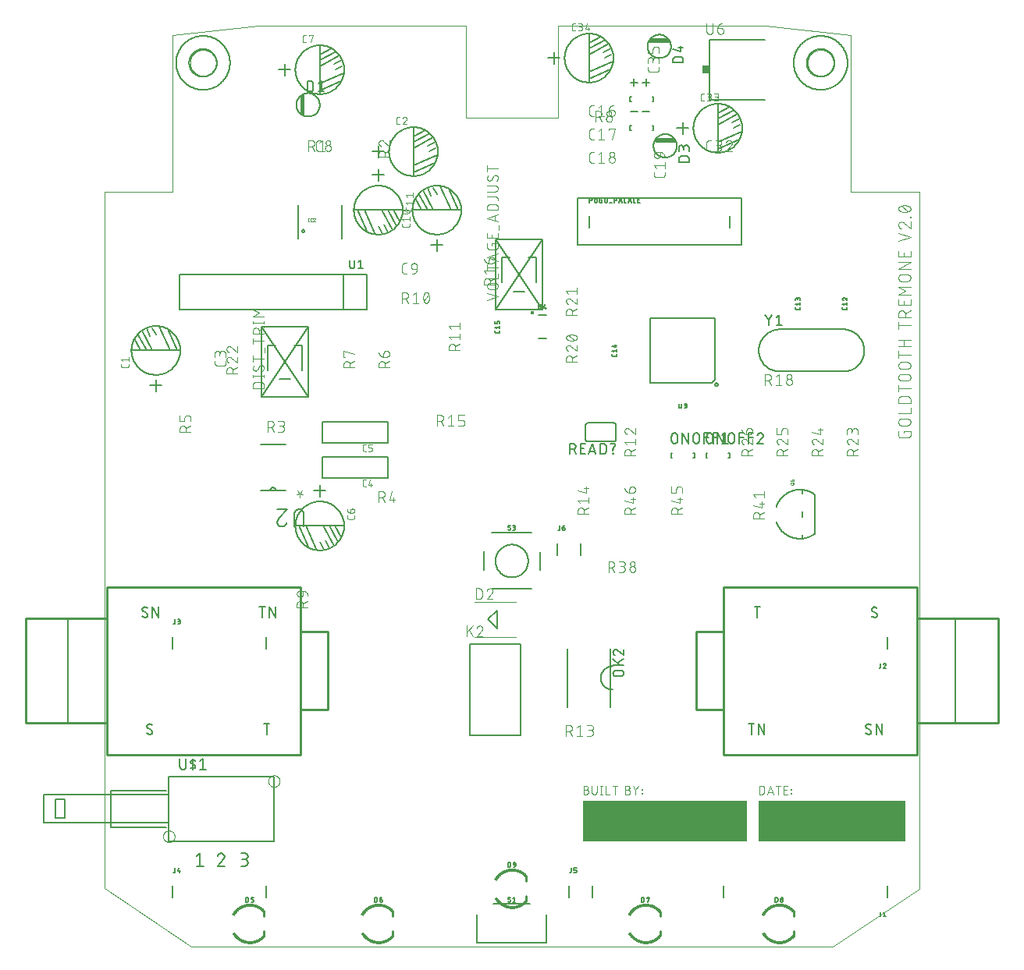
<source format=gto>
G75*
%MOIN*%
%OFA0B0*%
%FSLAX25Y25*%
%IPPOS*%
%LPD*%
%AMOC8*
5,1,8,0,0,1.08239X$1,22.5*
%
%ADD10C,0.00000*%
%ADD11C,0.00400*%
%ADD12R,0.62500X0.17500*%
%ADD13R,0.70000X0.17500*%
%ADD14C,0.00300*%
%ADD15C,0.00500*%
%ADD16C,0.00600*%
%ADD17C,0.01000*%
%ADD18C,0.00800*%
%ADD19C,0.00100*%
%ADD20C,0.00700*%
%ADD21C,0.00010*%
%ADD22C,0.00200*%
%ADD23R,0.03000X0.03400*%
D10*
X0035161Y0051300D02*
X0035161Y0349135D01*
X0035161Y0051300D01*
X0072169Y0026300D01*
X0125280Y0026300D01*
X0238075Y0026300D01*
X0346185Y0026300D01*
X0383193Y0051103D01*
X0383193Y0349135D01*
X0354059Y0349135D01*
X0354059Y0416064D01*
X0317445Y0420001D01*
X0228862Y0420001D01*
X0228862Y0380631D01*
X0189492Y0380631D01*
X0189492Y0420001D01*
X0100909Y0420001D01*
X0064295Y0416064D01*
X0064295Y0349135D01*
X0035161Y0349135D01*
X0071775Y0404253D02*
X0071777Y0404401D01*
X0071783Y0404549D01*
X0071793Y0404697D01*
X0071807Y0404844D01*
X0071825Y0404991D01*
X0071846Y0405137D01*
X0071872Y0405283D01*
X0071902Y0405428D01*
X0071935Y0405572D01*
X0071973Y0405715D01*
X0072014Y0405857D01*
X0072059Y0405998D01*
X0072107Y0406138D01*
X0072160Y0406277D01*
X0072216Y0406414D01*
X0072276Y0406549D01*
X0072339Y0406683D01*
X0072406Y0406815D01*
X0072477Y0406945D01*
X0072551Y0407073D01*
X0072628Y0407199D01*
X0072709Y0407323D01*
X0072793Y0407445D01*
X0072880Y0407564D01*
X0072971Y0407681D01*
X0073065Y0407796D01*
X0073161Y0407908D01*
X0073261Y0408018D01*
X0073363Y0408124D01*
X0073469Y0408228D01*
X0073577Y0408329D01*
X0073688Y0408427D01*
X0073801Y0408523D01*
X0073917Y0408615D01*
X0074035Y0408704D01*
X0074156Y0408789D01*
X0074279Y0408872D01*
X0074404Y0408951D01*
X0074531Y0409027D01*
X0074660Y0409099D01*
X0074791Y0409168D01*
X0074924Y0409233D01*
X0075059Y0409294D01*
X0075195Y0409352D01*
X0075332Y0409407D01*
X0075471Y0409457D01*
X0075612Y0409504D01*
X0075753Y0409547D01*
X0075896Y0409587D01*
X0076040Y0409622D01*
X0076184Y0409654D01*
X0076330Y0409681D01*
X0076476Y0409705D01*
X0076623Y0409725D01*
X0076770Y0409741D01*
X0076917Y0409753D01*
X0077065Y0409761D01*
X0077213Y0409765D01*
X0077361Y0409765D01*
X0077509Y0409761D01*
X0077657Y0409753D01*
X0077804Y0409741D01*
X0077951Y0409725D01*
X0078098Y0409705D01*
X0078244Y0409681D01*
X0078390Y0409654D01*
X0078534Y0409622D01*
X0078678Y0409587D01*
X0078821Y0409547D01*
X0078962Y0409504D01*
X0079103Y0409457D01*
X0079242Y0409407D01*
X0079379Y0409352D01*
X0079515Y0409294D01*
X0079650Y0409233D01*
X0079783Y0409168D01*
X0079914Y0409099D01*
X0080043Y0409027D01*
X0080170Y0408951D01*
X0080295Y0408872D01*
X0080418Y0408789D01*
X0080539Y0408704D01*
X0080657Y0408615D01*
X0080773Y0408523D01*
X0080886Y0408427D01*
X0080997Y0408329D01*
X0081105Y0408228D01*
X0081211Y0408124D01*
X0081313Y0408018D01*
X0081413Y0407908D01*
X0081509Y0407796D01*
X0081603Y0407681D01*
X0081694Y0407564D01*
X0081781Y0407445D01*
X0081865Y0407323D01*
X0081946Y0407199D01*
X0082023Y0407073D01*
X0082097Y0406945D01*
X0082168Y0406815D01*
X0082235Y0406683D01*
X0082298Y0406549D01*
X0082358Y0406414D01*
X0082414Y0406277D01*
X0082467Y0406138D01*
X0082515Y0405998D01*
X0082560Y0405857D01*
X0082601Y0405715D01*
X0082639Y0405572D01*
X0082672Y0405428D01*
X0082702Y0405283D01*
X0082728Y0405137D01*
X0082749Y0404991D01*
X0082767Y0404844D01*
X0082781Y0404697D01*
X0082791Y0404549D01*
X0082797Y0404401D01*
X0082799Y0404253D01*
X0082797Y0404105D01*
X0082791Y0403957D01*
X0082781Y0403809D01*
X0082767Y0403662D01*
X0082749Y0403515D01*
X0082728Y0403369D01*
X0082702Y0403223D01*
X0082672Y0403078D01*
X0082639Y0402934D01*
X0082601Y0402791D01*
X0082560Y0402649D01*
X0082515Y0402508D01*
X0082467Y0402368D01*
X0082414Y0402229D01*
X0082358Y0402092D01*
X0082298Y0401957D01*
X0082235Y0401823D01*
X0082168Y0401691D01*
X0082097Y0401561D01*
X0082023Y0401433D01*
X0081946Y0401307D01*
X0081865Y0401183D01*
X0081781Y0401061D01*
X0081694Y0400942D01*
X0081603Y0400825D01*
X0081509Y0400710D01*
X0081413Y0400598D01*
X0081313Y0400488D01*
X0081211Y0400382D01*
X0081105Y0400278D01*
X0080997Y0400177D01*
X0080886Y0400079D01*
X0080773Y0399983D01*
X0080657Y0399891D01*
X0080539Y0399802D01*
X0080418Y0399717D01*
X0080295Y0399634D01*
X0080170Y0399555D01*
X0080043Y0399479D01*
X0079914Y0399407D01*
X0079783Y0399338D01*
X0079650Y0399273D01*
X0079515Y0399212D01*
X0079379Y0399154D01*
X0079242Y0399099D01*
X0079103Y0399049D01*
X0078962Y0399002D01*
X0078821Y0398959D01*
X0078678Y0398919D01*
X0078534Y0398884D01*
X0078390Y0398852D01*
X0078244Y0398825D01*
X0078098Y0398801D01*
X0077951Y0398781D01*
X0077804Y0398765D01*
X0077657Y0398753D01*
X0077509Y0398745D01*
X0077361Y0398741D01*
X0077213Y0398741D01*
X0077065Y0398745D01*
X0076917Y0398753D01*
X0076770Y0398765D01*
X0076623Y0398781D01*
X0076476Y0398801D01*
X0076330Y0398825D01*
X0076184Y0398852D01*
X0076040Y0398884D01*
X0075896Y0398919D01*
X0075753Y0398959D01*
X0075612Y0399002D01*
X0075471Y0399049D01*
X0075332Y0399099D01*
X0075195Y0399154D01*
X0075059Y0399212D01*
X0074924Y0399273D01*
X0074791Y0399338D01*
X0074660Y0399407D01*
X0074531Y0399479D01*
X0074404Y0399555D01*
X0074279Y0399634D01*
X0074156Y0399717D01*
X0074035Y0399802D01*
X0073917Y0399891D01*
X0073801Y0399983D01*
X0073688Y0400079D01*
X0073577Y0400177D01*
X0073469Y0400278D01*
X0073363Y0400382D01*
X0073261Y0400488D01*
X0073161Y0400598D01*
X0073065Y0400710D01*
X0072971Y0400825D01*
X0072880Y0400942D01*
X0072793Y0401061D01*
X0072709Y0401183D01*
X0072628Y0401307D01*
X0072551Y0401433D01*
X0072477Y0401561D01*
X0072406Y0401691D01*
X0072339Y0401823D01*
X0072276Y0401957D01*
X0072216Y0402092D01*
X0072160Y0402229D01*
X0072107Y0402368D01*
X0072059Y0402508D01*
X0072014Y0402649D01*
X0071973Y0402791D01*
X0071935Y0402934D01*
X0071902Y0403078D01*
X0071872Y0403223D01*
X0071846Y0403369D01*
X0071825Y0403515D01*
X0071807Y0403662D01*
X0071793Y0403809D01*
X0071783Y0403957D01*
X0071777Y0404105D01*
X0071775Y0404253D01*
X0335555Y0404253D02*
X0335557Y0404401D01*
X0335563Y0404549D01*
X0335573Y0404697D01*
X0335587Y0404844D01*
X0335605Y0404991D01*
X0335626Y0405137D01*
X0335652Y0405283D01*
X0335682Y0405428D01*
X0335715Y0405572D01*
X0335753Y0405715D01*
X0335794Y0405857D01*
X0335839Y0405998D01*
X0335887Y0406138D01*
X0335940Y0406277D01*
X0335996Y0406414D01*
X0336056Y0406549D01*
X0336119Y0406683D01*
X0336186Y0406815D01*
X0336257Y0406945D01*
X0336331Y0407073D01*
X0336408Y0407199D01*
X0336489Y0407323D01*
X0336573Y0407445D01*
X0336660Y0407564D01*
X0336751Y0407681D01*
X0336845Y0407796D01*
X0336941Y0407908D01*
X0337041Y0408018D01*
X0337143Y0408124D01*
X0337249Y0408228D01*
X0337357Y0408329D01*
X0337468Y0408427D01*
X0337581Y0408523D01*
X0337697Y0408615D01*
X0337815Y0408704D01*
X0337936Y0408789D01*
X0338059Y0408872D01*
X0338184Y0408951D01*
X0338311Y0409027D01*
X0338440Y0409099D01*
X0338571Y0409168D01*
X0338704Y0409233D01*
X0338839Y0409294D01*
X0338975Y0409352D01*
X0339112Y0409407D01*
X0339251Y0409457D01*
X0339392Y0409504D01*
X0339533Y0409547D01*
X0339676Y0409587D01*
X0339820Y0409622D01*
X0339964Y0409654D01*
X0340110Y0409681D01*
X0340256Y0409705D01*
X0340403Y0409725D01*
X0340550Y0409741D01*
X0340697Y0409753D01*
X0340845Y0409761D01*
X0340993Y0409765D01*
X0341141Y0409765D01*
X0341289Y0409761D01*
X0341437Y0409753D01*
X0341584Y0409741D01*
X0341731Y0409725D01*
X0341878Y0409705D01*
X0342024Y0409681D01*
X0342170Y0409654D01*
X0342314Y0409622D01*
X0342458Y0409587D01*
X0342601Y0409547D01*
X0342742Y0409504D01*
X0342883Y0409457D01*
X0343022Y0409407D01*
X0343159Y0409352D01*
X0343295Y0409294D01*
X0343430Y0409233D01*
X0343563Y0409168D01*
X0343694Y0409099D01*
X0343823Y0409027D01*
X0343950Y0408951D01*
X0344075Y0408872D01*
X0344198Y0408789D01*
X0344319Y0408704D01*
X0344437Y0408615D01*
X0344553Y0408523D01*
X0344666Y0408427D01*
X0344777Y0408329D01*
X0344885Y0408228D01*
X0344991Y0408124D01*
X0345093Y0408018D01*
X0345193Y0407908D01*
X0345289Y0407796D01*
X0345383Y0407681D01*
X0345474Y0407564D01*
X0345561Y0407445D01*
X0345645Y0407323D01*
X0345726Y0407199D01*
X0345803Y0407073D01*
X0345877Y0406945D01*
X0345948Y0406815D01*
X0346015Y0406683D01*
X0346078Y0406549D01*
X0346138Y0406414D01*
X0346194Y0406277D01*
X0346247Y0406138D01*
X0346295Y0405998D01*
X0346340Y0405857D01*
X0346381Y0405715D01*
X0346419Y0405572D01*
X0346452Y0405428D01*
X0346482Y0405283D01*
X0346508Y0405137D01*
X0346529Y0404991D01*
X0346547Y0404844D01*
X0346561Y0404697D01*
X0346571Y0404549D01*
X0346577Y0404401D01*
X0346579Y0404253D01*
X0346577Y0404105D01*
X0346571Y0403957D01*
X0346561Y0403809D01*
X0346547Y0403662D01*
X0346529Y0403515D01*
X0346508Y0403369D01*
X0346482Y0403223D01*
X0346452Y0403078D01*
X0346419Y0402934D01*
X0346381Y0402791D01*
X0346340Y0402649D01*
X0346295Y0402508D01*
X0346247Y0402368D01*
X0346194Y0402229D01*
X0346138Y0402092D01*
X0346078Y0401957D01*
X0346015Y0401823D01*
X0345948Y0401691D01*
X0345877Y0401561D01*
X0345803Y0401433D01*
X0345726Y0401307D01*
X0345645Y0401183D01*
X0345561Y0401061D01*
X0345474Y0400942D01*
X0345383Y0400825D01*
X0345289Y0400710D01*
X0345193Y0400598D01*
X0345093Y0400488D01*
X0344991Y0400382D01*
X0344885Y0400278D01*
X0344777Y0400177D01*
X0344666Y0400079D01*
X0344553Y0399983D01*
X0344437Y0399891D01*
X0344319Y0399802D01*
X0344198Y0399717D01*
X0344075Y0399634D01*
X0343950Y0399555D01*
X0343823Y0399479D01*
X0343694Y0399407D01*
X0343563Y0399338D01*
X0343430Y0399273D01*
X0343295Y0399212D01*
X0343159Y0399154D01*
X0343022Y0399099D01*
X0342883Y0399049D01*
X0342742Y0399002D01*
X0342601Y0398959D01*
X0342458Y0398919D01*
X0342314Y0398884D01*
X0342170Y0398852D01*
X0342024Y0398825D01*
X0341878Y0398801D01*
X0341731Y0398781D01*
X0341584Y0398765D01*
X0341437Y0398753D01*
X0341289Y0398745D01*
X0341141Y0398741D01*
X0340993Y0398741D01*
X0340845Y0398745D01*
X0340697Y0398753D01*
X0340550Y0398765D01*
X0340403Y0398781D01*
X0340256Y0398801D01*
X0340110Y0398825D01*
X0339964Y0398852D01*
X0339820Y0398884D01*
X0339676Y0398919D01*
X0339533Y0398959D01*
X0339392Y0399002D01*
X0339251Y0399049D01*
X0339112Y0399099D01*
X0338975Y0399154D01*
X0338839Y0399212D01*
X0338704Y0399273D01*
X0338571Y0399338D01*
X0338440Y0399407D01*
X0338311Y0399479D01*
X0338184Y0399555D01*
X0338059Y0399634D01*
X0337936Y0399717D01*
X0337815Y0399802D01*
X0337697Y0399891D01*
X0337581Y0399983D01*
X0337468Y0400079D01*
X0337357Y0400177D01*
X0337249Y0400278D01*
X0337143Y0400382D01*
X0337041Y0400488D01*
X0336941Y0400598D01*
X0336845Y0400710D01*
X0336751Y0400825D01*
X0336660Y0400942D01*
X0336573Y0401061D01*
X0336489Y0401183D01*
X0336408Y0401307D01*
X0336331Y0401433D01*
X0336257Y0401561D01*
X0336186Y0401691D01*
X0336119Y0401823D01*
X0336056Y0401957D01*
X0335996Y0402092D01*
X0335940Y0402229D01*
X0335887Y0402368D01*
X0335839Y0402508D01*
X0335794Y0402649D01*
X0335753Y0402791D01*
X0335715Y0402934D01*
X0335682Y0403078D01*
X0335652Y0403223D01*
X0335626Y0403369D01*
X0335605Y0403515D01*
X0335587Y0403662D01*
X0335573Y0403809D01*
X0335563Y0403957D01*
X0335557Y0404105D01*
X0335555Y0404253D01*
X0105141Y0097166D02*
X0105143Y0097265D01*
X0105149Y0097364D01*
X0105159Y0097463D01*
X0105173Y0097561D01*
X0105191Y0097658D01*
X0105213Y0097755D01*
X0105238Y0097851D01*
X0105268Y0097945D01*
X0105301Y0098039D01*
X0105338Y0098131D01*
X0105379Y0098221D01*
X0105423Y0098310D01*
X0105471Y0098396D01*
X0105522Y0098481D01*
X0105577Y0098564D01*
X0105635Y0098644D01*
X0105696Y0098722D01*
X0105760Y0098798D01*
X0105827Y0098871D01*
X0105897Y0098941D01*
X0105970Y0099008D01*
X0106046Y0099072D01*
X0106124Y0099133D01*
X0106204Y0099191D01*
X0106287Y0099246D01*
X0106371Y0099297D01*
X0106458Y0099345D01*
X0106547Y0099389D01*
X0106637Y0099430D01*
X0106729Y0099467D01*
X0106823Y0099500D01*
X0106917Y0099530D01*
X0107013Y0099555D01*
X0107110Y0099577D01*
X0107207Y0099595D01*
X0107305Y0099609D01*
X0107404Y0099619D01*
X0107503Y0099625D01*
X0107602Y0099627D01*
X0107701Y0099625D01*
X0107800Y0099619D01*
X0107899Y0099609D01*
X0107997Y0099595D01*
X0108094Y0099577D01*
X0108191Y0099555D01*
X0108287Y0099530D01*
X0108381Y0099500D01*
X0108475Y0099467D01*
X0108567Y0099430D01*
X0108657Y0099389D01*
X0108746Y0099345D01*
X0108832Y0099297D01*
X0108917Y0099246D01*
X0109000Y0099191D01*
X0109080Y0099133D01*
X0109158Y0099072D01*
X0109234Y0099008D01*
X0109307Y0098941D01*
X0109377Y0098871D01*
X0109444Y0098798D01*
X0109508Y0098722D01*
X0109569Y0098644D01*
X0109627Y0098564D01*
X0109682Y0098481D01*
X0109733Y0098397D01*
X0109781Y0098310D01*
X0109825Y0098221D01*
X0109866Y0098131D01*
X0109903Y0098039D01*
X0109936Y0097945D01*
X0109966Y0097851D01*
X0109991Y0097755D01*
X0110013Y0097658D01*
X0110031Y0097561D01*
X0110045Y0097463D01*
X0110055Y0097364D01*
X0110061Y0097265D01*
X0110063Y0097166D01*
X0110061Y0097067D01*
X0110055Y0096968D01*
X0110045Y0096869D01*
X0110031Y0096771D01*
X0110013Y0096674D01*
X0109991Y0096577D01*
X0109966Y0096481D01*
X0109936Y0096387D01*
X0109903Y0096293D01*
X0109866Y0096201D01*
X0109825Y0096111D01*
X0109781Y0096022D01*
X0109733Y0095936D01*
X0109682Y0095851D01*
X0109627Y0095768D01*
X0109569Y0095688D01*
X0109508Y0095610D01*
X0109444Y0095534D01*
X0109377Y0095461D01*
X0109307Y0095391D01*
X0109234Y0095324D01*
X0109158Y0095260D01*
X0109080Y0095199D01*
X0109000Y0095141D01*
X0108917Y0095086D01*
X0108833Y0095035D01*
X0108746Y0094987D01*
X0108657Y0094943D01*
X0108567Y0094902D01*
X0108475Y0094865D01*
X0108381Y0094832D01*
X0108287Y0094802D01*
X0108191Y0094777D01*
X0108094Y0094755D01*
X0107997Y0094737D01*
X0107899Y0094723D01*
X0107800Y0094713D01*
X0107701Y0094707D01*
X0107602Y0094705D01*
X0107503Y0094707D01*
X0107404Y0094713D01*
X0107305Y0094723D01*
X0107207Y0094737D01*
X0107110Y0094755D01*
X0107013Y0094777D01*
X0106917Y0094802D01*
X0106823Y0094832D01*
X0106729Y0094865D01*
X0106637Y0094902D01*
X0106547Y0094943D01*
X0106458Y0094987D01*
X0106372Y0095035D01*
X0106287Y0095086D01*
X0106204Y0095141D01*
X0106124Y0095199D01*
X0106046Y0095260D01*
X0105970Y0095324D01*
X0105897Y0095391D01*
X0105827Y0095461D01*
X0105760Y0095534D01*
X0105696Y0095610D01*
X0105635Y0095688D01*
X0105577Y0095768D01*
X0105522Y0095851D01*
X0105471Y0095935D01*
X0105423Y0096022D01*
X0105379Y0096111D01*
X0105338Y0096201D01*
X0105301Y0096293D01*
X0105268Y0096387D01*
X0105238Y0096481D01*
X0105213Y0096577D01*
X0105191Y0096674D01*
X0105173Y0096771D01*
X0105159Y0096869D01*
X0105149Y0096968D01*
X0105143Y0097067D01*
X0105141Y0097166D01*
X0060259Y0073544D02*
X0060261Y0073643D01*
X0060267Y0073742D01*
X0060277Y0073841D01*
X0060291Y0073939D01*
X0060309Y0074036D01*
X0060331Y0074133D01*
X0060356Y0074229D01*
X0060386Y0074323D01*
X0060419Y0074417D01*
X0060456Y0074509D01*
X0060497Y0074599D01*
X0060541Y0074688D01*
X0060589Y0074774D01*
X0060640Y0074859D01*
X0060695Y0074942D01*
X0060753Y0075022D01*
X0060814Y0075100D01*
X0060878Y0075176D01*
X0060945Y0075249D01*
X0061015Y0075319D01*
X0061088Y0075386D01*
X0061164Y0075450D01*
X0061242Y0075511D01*
X0061322Y0075569D01*
X0061405Y0075624D01*
X0061489Y0075675D01*
X0061576Y0075723D01*
X0061665Y0075767D01*
X0061755Y0075808D01*
X0061847Y0075845D01*
X0061941Y0075878D01*
X0062035Y0075908D01*
X0062131Y0075933D01*
X0062228Y0075955D01*
X0062325Y0075973D01*
X0062423Y0075987D01*
X0062522Y0075997D01*
X0062621Y0076003D01*
X0062720Y0076005D01*
X0062819Y0076003D01*
X0062918Y0075997D01*
X0063017Y0075987D01*
X0063115Y0075973D01*
X0063212Y0075955D01*
X0063309Y0075933D01*
X0063405Y0075908D01*
X0063499Y0075878D01*
X0063593Y0075845D01*
X0063685Y0075808D01*
X0063775Y0075767D01*
X0063864Y0075723D01*
X0063950Y0075675D01*
X0064035Y0075624D01*
X0064118Y0075569D01*
X0064198Y0075511D01*
X0064276Y0075450D01*
X0064352Y0075386D01*
X0064425Y0075319D01*
X0064495Y0075249D01*
X0064562Y0075176D01*
X0064626Y0075100D01*
X0064687Y0075022D01*
X0064745Y0074942D01*
X0064800Y0074859D01*
X0064851Y0074775D01*
X0064899Y0074688D01*
X0064943Y0074599D01*
X0064984Y0074509D01*
X0065021Y0074417D01*
X0065054Y0074323D01*
X0065084Y0074229D01*
X0065109Y0074133D01*
X0065131Y0074036D01*
X0065149Y0073939D01*
X0065163Y0073841D01*
X0065173Y0073742D01*
X0065179Y0073643D01*
X0065181Y0073544D01*
X0065179Y0073445D01*
X0065173Y0073346D01*
X0065163Y0073247D01*
X0065149Y0073149D01*
X0065131Y0073052D01*
X0065109Y0072955D01*
X0065084Y0072859D01*
X0065054Y0072765D01*
X0065021Y0072671D01*
X0064984Y0072579D01*
X0064943Y0072489D01*
X0064899Y0072400D01*
X0064851Y0072314D01*
X0064800Y0072229D01*
X0064745Y0072146D01*
X0064687Y0072066D01*
X0064626Y0071988D01*
X0064562Y0071912D01*
X0064495Y0071839D01*
X0064425Y0071769D01*
X0064352Y0071702D01*
X0064276Y0071638D01*
X0064198Y0071577D01*
X0064118Y0071519D01*
X0064035Y0071464D01*
X0063951Y0071413D01*
X0063864Y0071365D01*
X0063775Y0071321D01*
X0063685Y0071280D01*
X0063593Y0071243D01*
X0063499Y0071210D01*
X0063405Y0071180D01*
X0063309Y0071155D01*
X0063212Y0071133D01*
X0063115Y0071115D01*
X0063017Y0071101D01*
X0062918Y0071091D01*
X0062819Y0071085D01*
X0062720Y0071083D01*
X0062621Y0071085D01*
X0062522Y0071091D01*
X0062423Y0071101D01*
X0062325Y0071115D01*
X0062228Y0071133D01*
X0062131Y0071155D01*
X0062035Y0071180D01*
X0061941Y0071210D01*
X0061847Y0071243D01*
X0061755Y0071280D01*
X0061665Y0071321D01*
X0061576Y0071365D01*
X0061490Y0071413D01*
X0061405Y0071464D01*
X0061322Y0071519D01*
X0061242Y0071577D01*
X0061164Y0071638D01*
X0061088Y0071702D01*
X0061015Y0071769D01*
X0060945Y0071839D01*
X0060878Y0071912D01*
X0060814Y0071988D01*
X0060753Y0072066D01*
X0060695Y0072146D01*
X0060640Y0072229D01*
X0060589Y0072313D01*
X0060541Y0072400D01*
X0060497Y0072489D01*
X0060456Y0072579D01*
X0060419Y0072671D01*
X0060386Y0072765D01*
X0060356Y0072859D01*
X0060331Y0072955D01*
X0060309Y0073052D01*
X0060291Y0073149D01*
X0060277Y0073247D01*
X0060267Y0073346D01*
X0060261Y0073445D01*
X0060259Y0073544D01*
X0125280Y0026300D02*
X0238075Y0026300D01*
D11*
X0238118Y0116500D02*
X0238118Y0121100D01*
X0236840Y0120078D01*
X0233647Y0121100D02*
X0233717Y0121098D01*
X0233788Y0121092D01*
X0233857Y0121083D01*
X0233926Y0121069D01*
X0233995Y0121052D01*
X0234062Y0121031D01*
X0234128Y0121006D01*
X0234192Y0120978D01*
X0234255Y0120946D01*
X0234316Y0120911D01*
X0234375Y0120872D01*
X0234432Y0120831D01*
X0234486Y0120786D01*
X0234538Y0120738D01*
X0234587Y0120688D01*
X0234634Y0120634D01*
X0234677Y0120579D01*
X0234717Y0120521D01*
X0234754Y0120461D01*
X0234787Y0120399D01*
X0234817Y0120335D01*
X0234844Y0120270D01*
X0234867Y0120204D01*
X0234886Y0120136D01*
X0234901Y0120067D01*
X0234913Y0119998D01*
X0234921Y0119928D01*
X0234925Y0119857D01*
X0234925Y0119787D01*
X0234921Y0119716D01*
X0234913Y0119646D01*
X0234901Y0119577D01*
X0234886Y0119508D01*
X0234867Y0119440D01*
X0234844Y0119374D01*
X0234817Y0119309D01*
X0234787Y0119245D01*
X0234754Y0119183D01*
X0234717Y0119123D01*
X0234677Y0119065D01*
X0234634Y0119010D01*
X0234587Y0118956D01*
X0234538Y0118906D01*
X0234486Y0118858D01*
X0234432Y0118813D01*
X0234375Y0118772D01*
X0234316Y0118733D01*
X0234255Y0118698D01*
X0234192Y0118666D01*
X0234128Y0118638D01*
X0234062Y0118613D01*
X0233995Y0118592D01*
X0233926Y0118575D01*
X0233857Y0118561D01*
X0233788Y0118552D01*
X0233717Y0118546D01*
X0233647Y0118544D01*
X0232369Y0118544D01*
X0233903Y0118544D02*
X0234925Y0116500D01*
X0236840Y0116500D02*
X0239396Y0116500D01*
X0241340Y0116500D02*
X0242618Y0116500D01*
X0242688Y0116502D01*
X0242759Y0116508D01*
X0242828Y0116517D01*
X0242897Y0116531D01*
X0242966Y0116548D01*
X0243033Y0116569D01*
X0243099Y0116594D01*
X0243163Y0116622D01*
X0243226Y0116654D01*
X0243287Y0116689D01*
X0243346Y0116728D01*
X0243403Y0116769D01*
X0243457Y0116814D01*
X0243509Y0116862D01*
X0243558Y0116912D01*
X0243605Y0116966D01*
X0243648Y0117021D01*
X0243688Y0117079D01*
X0243725Y0117139D01*
X0243758Y0117201D01*
X0243788Y0117265D01*
X0243815Y0117330D01*
X0243838Y0117396D01*
X0243857Y0117464D01*
X0243872Y0117533D01*
X0243884Y0117602D01*
X0243892Y0117672D01*
X0243896Y0117743D01*
X0243896Y0117813D01*
X0243892Y0117884D01*
X0243884Y0117954D01*
X0243872Y0118023D01*
X0243857Y0118092D01*
X0243838Y0118160D01*
X0243815Y0118226D01*
X0243788Y0118291D01*
X0243758Y0118355D01*
X0243725Y0118417D01*
X0243688Y0118477D01*
X0243648Y0118535D01*
X0243605Y0118590D01*
X0243558Y0118644D01*
X0243509Y0118694D01*
X0243457Y0118742D01*
X0243403Y0118787D01*
X0243346Y0118828D01*
X0243287Y0118867D01*
X0243226Y0118902D01*
X0243163Y0118934D01*
X0243099Y0118962D01*
X0243033Y0118987D01*
X0242966Y0119008D01*
X0242897Y0119025D01*
X0242828Y0119039D01*
X0242759Y0119048D01*
X0242688Y0119054D01*
X0242618Y0119056D01*
X0242874Y0119056D02*
X0241851Y0119056D01*
X0242874Y0119056D02*
X0242937Y0119058D01*
X0243000Y0119064D01*
X0243062Y0119073D01*
X0243123Y0119087D01*
X0243184Y0119104D01*
X0243243Y0119125D01*
X0243301Y0119150D01*
X0243358Y0119178D01*
X0243412Y0119209D01*
X0243464Y0119244D01*
X0243515Y0119282D01*
X0243563Y0119323D01*
X0243608Y0119367D01*
X0243650Y0119413D01*
X0243690Y0119462D01*
X0243726Y0119513D01*
X0243759Y0119567D01*
X0243789Y0119622D01*
X0243815Y0119680D01*
X0243838Y0119738D01*
X0243857Y0119798D01*
X0243872Y0119859D01*
X0243884Y0119921D01*
X0243892Y0119984D01*
X0243896Y0120047D01*
X0243896Y0120109D01*
X0243892Y0120172D01*
X0243884Y0120235D01*
X0243872Y0120297D01*
X0243857Y0120358D01*
X0243838Y0120418D01*
X0243815Y0120476D01*
X0243789Y0120534D01*
X0243759Y0120589D01*
X0243726Y0120643D01*
X0243690Y0120694D01*
X0243650Y0120743D01*
X0243608Y0120789D01*
X0243563Y0120833D01*
X0243515Y0120874D01*
X0243464Y0120912D01*
X0243412Y0120947D01*
X0243358Y0120978D01*
X0243301Y0121006D01*
X0243243Y0121031D01*
X0243184Y0121052D01*
X0243123Y0121069D01*
X0243062Y0121083D01*
X0243000Y0121092D01*
X0242937Y0121098D01*
X0242874Y0121100D01*
X0241340Y0121100D01*
X0233647Y0121100D02*
X0232369Y0121100D01*
X0232369Y0116500D01*
X0211069Y0158800D02*
X0193269Y0158800D01*
X0192425Y0159000D02*
X0190892Y0161811D01*
X0189869Y0160789D02*
X0192425Y0163600D01*
X0189869Y0163600D02*
X0189869Y0159000D01*
X0194153Y0159000D02*
X0196708Y0159000D01*
X0194153Y0159000D02*
X0196325Y0161556D01*
X0195558Y0163600D02*
X0195484Y0163598D01*
X0195410Y0163593D01*
X0195336Y0163583D01*
X0195263Y0163570D01*
X0195190Y0163554D01*
X0195119Y0163533D01*
X0195049Y0163509D01*
X0194980Y0163482D01*
X0194912Y0163451D01*
X0194846Y0163417D01*
X0194782Y0163380D01*
X0194720Y0163339D01*
X0194660Y0163295D01*
X0194602Y0163249D01*
X0194546Y0163199D01*
X0194493Y0163147D01*
X0194443Y0163092D01*
X0194396Y0163035D01*
X0194352Y0162975D01*
X0194310Y0162913D01*
X0194272Y0162850D01*
X0194237Y0162784D01*
X0194206Y0162717D01*
X0194178Y0162648D01*
X0194153Y0162578D01*
X0196325Y0161556D02*
X0196372Y0161603D01*
X0196416Y0161653D01*
X0196458Y0161705D01*
X0196497Y0161759D01*
X0196532Y0161815D01*
X0196565Y0161873D01*
X0196595Y0161933D01*
X0196621Y0161994D01*
X0196644Y0162057D01*
X0196663Y0162121D01*
X0196679Y0162185D01*
X0196692Y0162251D01*
X0196701Y0162317D01*
X0196706Y0162383D01*
X0196708Y0162450D01*
X0196706Y0162517D01*
X0196700Y0162584D01*
X0196691Y0162650D01*
X0196677Y0162715D01*
X0196660Y0162780D01*
X0196639Y0162843D01*
X0196614Y0162905D01*
X0196586Y0162966D01*
X0196554Y0163025D01*
X0196519Y0163082D01*
X0196480Y0163137D01*
X0196439Y0163189D01*
X0196394Y0163239D01*
X0196347Y0163286D01*
X0196297Y0163331D01*
X0196245Y0163372D01*
X0196190Y0163411D01*
X0196133Y0163446D01*
X0196074Y0163478D01*
X0196013Y0163506D01*
X0195951Y0163531D01*
X0195888Y0163552D01*
X0195823Y0163569D01*
X0195758Y0163583D01*
X0195692Y0163592D01*
X0195625Y0163598D01*
X0195558Y0163600D01*
X0193269Y0173800D02*
X0211069Y0173800D01*
X0201075Y0175000D02*
X0198519Y0175000D01*
X0200691Y0177556D01*
X0199925Y0179600D02*
X0199851Y0179598D01*
X0199777Y0179593D01*
X0199703Y0179583D01*
X0199630Y0179570D01*
X0199557Y0179554D01*
X0199486Y0179533D01*
X0199416Y0179509D01*
X0199347Y0179482D01*
X0199279Y0179451D01*
X0199213Y0179417D01*
X0199149Y0179380D01*
X0199087Y0179339D01*
X0199027Y0179295D01*
X0198969Y0179249D01*
X0198913Y0179199D01*
X0198860Y0179147D01*
X0198810Y0179092D01*
X0198763Y0179035D01*
X0198719Y0178975D01*
X0198677Y0178913D01*
X0198639Y0178850D01*
X0198604Y0178784D01*
X0198573Y0178717D01*
X0198545Y0178648D01*
X0198520Y0178578D01*
X0200692Y0177556D02*
X0200739Y0177603D01*
X0200783Y0177653D01*
X0200825Y0177705D01*
X0200864Y0177759D01*
X0200899Y0177815D01*
X0200932Y0177873D01*
X0200962Y0177933D01*
X0200988Y0177994D01*
X0201011Y0178057D01*
X0201030Y0178121D01*
X0201046Y0178185D01*
X0201059Y0178251D01*
X0201068Y0178317D01*
X0201073Y0178383D01*
X0201075Y0178450D01*
X0201073Y0178517D01*
X0201067Y0178584D01*
X0201058Y0178650D01*
X0201044Y0178715D01*
X0201027Y0178780D01*
X0201006Y0178843D01*
X0200981Y0178905D01*
X0200953Y0178966D01*
X0200921Y0179025D01*
X0200886Y0179082D01*
X0200847Y0179137D01*
X0200806Y0179189D01*
X0200761Y0179239D01*
X0200714Y0179286D01*
X0200664Y0179331D01*
X0200612Y0179372D01*
X0200557Y0179411D01*
X0200500Y0179446D01*
X0200441Y0179478D01*
X0200380Y0179506D01*
X0200318Y0179531D01*
X0200255Y0179552D01*
X0200190Y0179569D01*
X0200125Y0179583D01*
X0200059Y0179592D01*
X0199992Y0179598D01*
X0199925Y0179600D01*
X0196425Y0178322D02*
X0196425Y0176278D01*
X0196423Y0176209D01*
X0196418Y0176140D01*
X0196408Y0176071D01*
X0196395Y0176003D01*
X0196378Y0175936D01*
X0196358Y0175870D01*
X0196334Y0175805D01*
X0196307Y0175741D01*
X0196276Y0175679D01*
X0196242Y0175619D01*
X0196205Y0175561D01*
X0196164Y0175505D01*
X0196121Y0175451D01*
X0196075Y0175399D01*
X0196026Y0175350D01*
X0195974Y0175304D01*
X0195920Y0175261D01*
X0195864Y0175220D01*
X0195806Y0175183D01*
X0195746Y0175149D01*
X0195684Y0175118D01*
X0195620Y0175091D01*
X0195555Y0175067D01*
X0195489Y0175047D01*
X0195422Y0175030D01*
X0195354Y0175017D01*
X0195285Y0175007D01*
X0195216Y0175002D01*
X0195147Y0175000D01*
X0193869Y0175000D01*
X0193869Y0179600D01*
X0195147Y0179600D01*
X0195216Y0179598D01*
X0195285Y0179593D01*
X0195354Y0179583D01*
X0195422Y0179570D01*
X0195489Y0179553D01*
X0195555Y0179533D01*
X0195620Y0179509D01*
X0195684Y0179482D01*
X0195746Y0179451D01*
X0195806Y0179417D01*
X0195864Y0179380D01*
X0195920Y0179339D01*
X0195974Y0179296D01*
X0196026Y0179250D01*
X0196075Y0179201D01*
X0196121Y0179149D01*
X0196164Y0179095D01*
X0196205Y0179039D01*
X0196242Y0178981D01*
X0196276Y0178921D01*
X0196307Y0178859D01*
X0196334Y0178795D01*
X0196358Y0178730D01*
X0196378Y0178664D01*
X0196395Y0178597D01*
X0196408Y0178529D01*
X0196418Y0178460D01*
X0196423Y0178391D01*
X0196425Y0178322D01*
X0237369Y0211500D02*
X0237369Y0212778D01*
X0237369Y0211500D02*
X0241969Y0211500D01*
X0239925Y0211500D02*
X0239925Y0212778D01*
X0239925Y0213033D02*
X0241969Y0214056D01*
X0241969Y0215971D02*
X0241969Y0218527D01*
X0241969Y0217249D02*
X0237369Y0217249D01*
X0238392Y0215971D01*
X0237369Y0212778D02*
X0237371Y0212848D01*
X0237377Y0212919D01*
X0237386Y0212988D01*
X0237400Y0213057D01*
X0237417Y0213126D01*
X0237438Y0213193D01*
X0237463Y0213259D01*
X0237491Y0213323D01*
X0237523Y0213386D01*
X0237558Y0213447D01*
X0237597Y0213506D01*
X0237638Y0213563D01*
X0237683Y0213617D01*
X0237731Y0213669D01*
X0237781Y0213718D01*
X0237835Y0213765D01*
X0237890Y0213808D01*
X0237948Y0213848D01*
X0238008Y0213885D01*
X0238070Y0213918D01*
X0238134Y0213948D01*
X0238199Y0213975D01*
X0238265Y0213998D01*
X0238333Y0214017D01*
X0238402Y0214032D01*
X0238471Y0214044D01*
X0238541Y0214052D01*
X0238612Y0214056D01*
X0238682Y0214056D01*
X0238753Y0214052D01*
X0238823Y0214044D01*
X0238892Y0214032D01*
X0238961Y0214017D01*
X0239029Y0213998D01*
X0239095Y0213975D01*
X0239160Y0213948D01*
X0239224Y0213918D01*
X0239286Y0213885D01*
X0239346Y0213848D01*
X0239404Y0213808D01*
X0239459Y0213765D01*
X0239513Y0213718D01*
X0239563Y0213669D01*
X0239611Y0213617D01*
X0239656Y0213563D01*
X0239697Y0213506D01*
X0239736Y0213447D01*
X0239771Y0213386D01*
X0239803Y0213323D01*
X0239831Y0213259D01*
X0239856Y0213193D01*
X0239877Y0213126D01*
X0239894Y0213057D01*
X0239908Y0212988D01*
X0239917Y0212919D01*
X0239923Y0212848D01*
X0239925Y0212778D01*
X0240947Y0220471D02*
X0237369Y0221493D01*
X0239925Y0222260D02*
X0241969Y0222260D01*
X0240947Y0223027D02*
X0240947Y0220471D01*
X0257369Y0216993D02*
X0260947Y0215971D01*
X0260947Y0218527D01*
X0259925Y0217760D02*
X0261969Y0217760D01*
X0260692Y0220471D02*
X0259414Y0220471D01*
X0259414Y0222004D01*
X0259414Y0220471D02*
X0259325Y0220473D01*
X0259236Y0220479D01*
X0259147Y0220488D01*
X0259059Y0220502D01*
X0258972Y0220519D01*
X0258885Y0220541D01*
X0258799Y0220566D01*
X0258715Y0220594D01*
X0258632Y0220627D01*
X0258550Y0220663D01*
X0258470Y0220702D01*
X0258392Y0220745D01*
X0258316Y0220791D01*
X0258242Y0220841D01*
X0258170Y0220893D01*
X0258100Y0220949D01*
X0258033Y0221008D01*
X0257969Y0221070D01*
X0257907Y0221134D01*
X0257848Y0221201D01*
X0257792Y0221271D01*
X0257740Y0221343D01*
X0257690Y0221417D01*
X0257644Y0221493D01*
X0257601Y0221571D01*
X0257562Y0221651D01*
X0257526Y0221733D01*
X0257493Y0221816D01*
X0257465Y0221900D01*
X0257440Y0221986D01*
X0257418Y0222073D01*
X0257401Y0222160D01*
X0257387Y0222248D01*
X0257378Y0222337D01*
X0257372Y0222426D01*
X0257370Y0222515D01*
X0259414Y0222004D02*
X0259416Y0222066D01*
X0259421Y0222127D01*
X0259431Y0222188D01*
X0259444Y0222249D01*
X0259460Y0222308D01*
X0259480Y0222366D01*
X0259504Y0222423D01*
X0259531Y0222479D01*
X0259561Y0222533D01*
X0259595Y0222585D01*
X0259631Y0222634D01*
X0259671Y0222682D01*
X0259713Y0222727D01*
X0259758Y0222769D01*
X0259806Y0222809D01*
X0259855Y0222845D01*
X0259907Y0222879D01*
X0259961Y0222909D01*
X0260017Y0222936D01*
X0260074Y0222960D01*
X0260132Y0222980D01*
X0260191Y0222996D01*
X0260252Y0223009D01*
X0260313Y0223019D01*
X0260374Y0223024D01*
X0260436Y0223026D01*
X0260436Y0223027D02*
X0260692Y0223027D01*
X0260762Y0223025D01*
X0260833Y0223019D01*
X0260902Y0223010D01*
X0260971Y0222996D01*
X0261040Y0222979D01*
X0261107Y0222958D01*
X0261173Y0222933D01*
X0261237Y0222905D01*
X0261300Y0222873D01*
X0261361Y0222838D01*
X0261420Y0222799D01*
X0261477Y0222758D01*
X0261531Y0222713D01*
X0261583Y0222665D01*
X0261632Y0222615D01*
X0261679Y0222561D01*
X0261722Y0222506D01*
X0261762Y0222448D01*
X0261799Y0222388D01*
X0261832Y0222326D01*
X0261862Y0222262D01*
X0261889Y0222197D01*
X0261912Y0222131D01*
X0261931Y0222063D01*
X0261946Y0221994D01*
X0261958Y0221925D01*
X0261966Y0221855D01*
X0261970Y0221784D01*
X0261970Y0221714D01*
X0261966Y0221643D01*
X0261958Y0221573D01*
X0261946Y0221504D01*
X0261931Y0221435D01*
X0261912Y0221367D01*
X0261889Y0221301D01*
X0261862Y0221236D01*
X0261832Y0221172D01*
X0261799Y0221110D01*
X0261762Y0221050D01*
X0261722Y0220992D01*
X0261679Y0220937D01*
X0261632Y0220883D01*
X0261583Y0220833D01*
X0261531Y0220785D01*
X0261477Y0220740D01*
X0261420Y0220699D01*
X0261361Y0220660D01*
X0261300Y0220625D01*
X0261237Y0220593D01*
X0261173Y0220565D01*
X0261107Y0220540D01*
X0261040Y0220519D01*
X0260971Y0220502D01*
X0260902Y0220488D01*
X0260833Y0220479D01*
X0260762Y0220473D01*
X0260692Y0220471D01*
X0261969Y0214056D02*
X0259925Y0213033D01*
X0259925Y0212778D02*
X0259925Y0211500D01*
X0259925Y0212778D02*
X0259923Y0212848D01*
X0259917Y0212919D01*
X0259908Y0212988D01*
X0259894Y0213057D01*
X0259877Y0213126D01*
X0259856Y0213193D01*
X0259831Y0213259D01*
X0259803Y0213323D01*
X0259771Y0213386D01*
X0259736Y0213447D01*
X0259697Y0213506D01*
X0259656Y0213563D01*
X0259611Y0213617D01*
X0259563Y0213669D01*
X0259513Y0213718D01*
X0259459Y0213765D01*
X0259404Y0213808D01*
X0259346Y0213848D01*
X0259286Y0213885D01*
X0259224Y0213918D01*
X0259160Y0213948D01*
X0259095Y0213975D01*
X0259029Y0213998D01*
X0258961Y0214017D01*
X0258892Y0214032D01*
X0258823Y0214044D01*
X0258753Y0214052D01*
X0258682Y0214056D01*
X0258612Y0214056D01*
X0258541Y0214052D01*
X0258471Y0214044D01*
X0258402Y0214032D01*
X0258333Y0214017D01*
X0258265Y0213998D01*
X0258199Y0213975D01*
X0258134Y0213948D01*
X0258070Y0213918D01*
X0258008Y0213885D01*
X0257948Y0213848D01*
X0257890Y0213808D01*
X0257835Y0213765D01*
X0257781Y0213718D01*
X0257731Y0213669D01*
X0257683Y0213617D01*
X0257638Y0213563D01*
X0257597Y0213506D01*
X0257558Y0213447D01*
X0257523Y0213386D01*
X0257491Y0213323D01*
X0257463Y0213259D01*
X0257438Y0213193D01*
X0257417Y0213126D01*
X0257400Y0213057D01*
X0257386Y0212988D01*
X0257377Y0212919D01*
X0257371Y0212848D01*
X0257369Y0212778D01*
X0257369Y0211500D01*
X0261969Y0211500D01*
X0277369Y0211500D02*
X0277369Y0212778D01*
X0277369Y0211500D02*
X0281969Y0211500D01*
X0279925Y0211500D02*
X0279925Y0212778D01*
X0279925Y0213033D02*
X0281969Y0214056D01*
X0280947Y0215971D02*
X0280947Y0218527D01*
X0279925Y0217760D02*
X0281969Y0217760D01*
X0280947Y0215971D02*
X0277369Y0216993D01*
X0277369Y0220471D02*
X0277369Y0223027D01*
X0279414Y0222004D02*
X0279414Y0220471D01*
X0277369Y0220471D01*
X0279414Y0222004D02*
X0279416Y0222066D01*
X0279421Y0222127D01*
X0279431Y0222188D01*
X0279444Y0222249D01*
X0279460Y0222308D01*
X0279480Y0222366D01*
X0279504Y0222423D01*
X0279531Y0222479D01*
X0279561Y0222533D01*
X0279595Y0222585D01*
X0279631Y0222634D01*
X0279671Y0222682D01*
X0279713Y0222727D01*
X0279758Y0222769D01*
X0279806Y0222809D01*
X0279855Y0222845D01*
X0279907Y0222879D01*
X0279961Y0222909D01*
X0280017Y0222936D01*
X0280074Y0222960D01*
X0280132Y0222980D01*
X0280191Y0222996D01*
X0280252Y0223009D01*
X0280313Y0223019D01*
X0280374Y0223024D01*
X0280436Y0223026D01*
X0280436Y0223027D02*
X0280947Y0223027D01*
X0280947Y0223026D02*
X0281009Y0223024D01*
X0281070Y0223019D01*
X0281131Y0223009D01*
X0281192Y0222996D01*
X0281251Y0222980D01*
X0281309Y0222960D01*
X0281366Y0222936D01*
X0281422Y0222909D01*
X0281476Y0222879D01*
X0281528Y0222845D01*
X0281577Y0222809D01*
X0281625Y0222769D01*
X0281670Y0222727D01*
X0281712Y0222682D01*
X0281752Y0222634D01*
X0281788Y0222585D01*
X0281822Y0222533D01*
X0281852Y0222479D01*
X0281879Y0222423D01*
X0281903Y0222366D01*
X0281923Y0222308D01*
X0281939Y0222249D01*
X0281952Y0222188D01*
X0281962Y0222127D01*
X0281967Y0222066D01*
X0281969Y0222004D01*
X0281969Y0220471D01*
X0279925Y0212778D02*
X0279923Y0212848D01*
X0279917Y0212919D01*
X0279908Y0212988D01*
X0279894Y0213057D01*
X0279877Y0213126D01*
X0279856Y0213193D01*
X0279831Y0213259D01*
X0279803Y0213323D01*
X0279771Y0213386D01*
X0279736Y0213447D01*
X0279697Y0213506D01*
X0279656Y0213563D01*
X0279611Y0213617D01*
X0279563Y0213669D01*
X0279513Y0213718D01*
X0279459Y0213765D01*
X0279404Y0213808D01*
X0279346Y0213848D01*
X0279286Y0213885D01*
X0279224Y0213918D01*
X0279160Y0213948D01*
X0279095Y0213975D01*
X0279029Y0213998D01*
X0278961Y0214017D01*
X0278892Y0214032D01*
X0278823Y0214044D01*
X0278753Y0214052D01*
X0278682Y0214056D01*
X0278612Y0214056D01*
X0278541Y0214052D01*
X0278471Y0214044D01*
X0278402Y0214032D01*
X0278333Y0214017D01*
X0278265Y0213998D01*
X0278199Y0213975D01*
X0278134Y0213948D01*
X0278070Y0213918D01*
X0278008Y0213885D01*
X0277948Y0213848D01*
X0277890Y0213808D01*
X0277835Y0213765D01*
X0277781Y0213718D01*
X0277731Y0213669D01*
X0277683Y0213617D01*
X0277638Y0213563D01*
X0277597Y0213506D01*
X0277558Y0213447D01*
X0277523Y0213386D01*
X0277491Y0213323D01*
X0277463Y0213259D01*
X0277438Y0213193D01*
X0277417Y0213126D01*
X0277400Y0213057D01*
X0277386Y0212988D01*
X0277377Y0212919D01*
X0277371Y0212848D01*
X0277369Y0212778D01*
X0261969Y0236500D02*
X0257369Y0236500D01*
X0257369Y0237778D01*
X0257371Y0237848D01*
X0257377Y0237919D01*
X0257386Y0237988D01*
X0257400Y0238057D01*
X0257417Y0238126D01*
X0257438Y0238193D01*
X0257463Y0238259D01*
X0257491Y0238323D01*
X0257523Y0238386D01*
X0257558Y0238447D01*
X0257597Y0238506D01*
X0257638Y0238563D01*
X0257683Y0238617D01*
X0257731Y0238669D01*
X0257781Y0238718D01*
X0257835Y0238765D01*
X0257890Y0238808D01*
X0257948Y0238848D01*
X0258008Y0238885D01*
X0258070Y0238918D01*
X0258134Y0238948D01*
X0258199Y0238975D01*
X0258265Y0238998D01*
X0258333Y0239017D01*
X0258402Y0239032D01*
X0258471Y0239044D01*
X0258541Y0239052D01*
X0258612Y0239056D01*
X0258682Y0239056D01*
X0258753Y0239052D01*
X0258823Y0239044D01*
X0258892Y0239032D01*
X0258961Y0239017D01*
X0259029Y0238998D01*
X0259095Y0238975D01*
X0259160Y0238948D01*
X0259224Y0238918D01*
X0259286Y0238885D01*
X0259346Y0238848D01*
X0259404Y0238808D01*
X0259459Y0238765D01*
X0259513Y0238718D01*
X0259563Y0238669D01*
X0259611Y0238617D01*
X0259656Y0238563D01*
X0259697Y0238506D01*
X0259736Y0238447D01*
X0259771Y0238386D01*
X0259803Y0238323D01*
X0259831Y0238259D01*
X0259856Y0238193D01*
X0259877Y0238126D01*
X0259894Y0238057D01*
X0259908Y0237988D01*
X0259917Y0237919D01*
X0259923Y0237848D01*
X0259925Y0237778D01*
X0259925Y0236500D01*
X0259925Y0238033D02*
X0261969Y0239056D01*
X0261969Y0240971D02*
X0261969Y0243527D01*
X0261969Y0242249D02*
X0257369Y0242249D01*
X0258392Y0240971D01*
X0261969Y0245471D02*
X0259414Y0247643D01*
X0257370Y0246877D02*
X0257372Y0246803D01*
X0257377Y0246729D01*
X0257387Y0246655D01*
X0257400Y0246582D01*
X0257416Y0246509D01*
X0257437Y0246438D01*
X0257461Y0246368D01*
X0257488Y0246299D01*
X0257519Y0246231D01*
X0257553Y0246165D01*
X0257590Y0246101D01*
X0257631Y0246039D01*
X0257675Y0245978D01*
X0257721Y0245921D01*
X0257771Y0245865D01*
X0257823Y0245812D01*
X0257878Y0245762D01*
X0257935Y0245715D01*
X0257995Y0245671D01*
X0258057Y0245629D01*
X0258120Y0245591D01*
X0258186Y0245556D01*
X0258253Y0245525D01*
X0258322Y0245497D01*
X0258392Y0245472D01*
X0259413Y0247643D02*
X0259366Y0247690D01*
X0259316Y0247734D01*
X0259264Y0247776D01*
X0259210Y0247815D01*
X0259154Y0247850D01*
X0259096Y0247883D01*
X0259036Y0247913D01*
X0258975Y0247939D01*
X0258912Y0247962D01*
X0258848Y0247981D01*
X0258784Y0247997D01*
X0258718Y0248010D01*
X0258652Y0248019D01*
X0258586Y0248024D01*
X0258519Y0248026D01*
X0258519Y0248027D02*
X0258452Y0248025D01*
X0258385Y0248019D01*
X0258319Y0248010D01*
X0258254Y0247996D01*
X0258189Y0247979D01*
X0258126Y0247958D01*
X0258064Y0247933D01*
X0258003Y0247905D01*
X0257944Y0247873D01*
X0257887Y0247838D01*
X0257832Y0247799D01*
X0257780Y0247758D01*
X0257730Y0247713D01*
X0257683Y0247666D01*
X0257638Y0247616D01*
X0257597Y0247564D01*
X0257558Y0247509D01*
X0257523Y0247452D01*
X0257491Y0247393D01*
X0257463Y0247332D01*
X0257438Y0247270D01*
X0257417Y0247207D01*
X0257400Y0247142D01*
X0257386Y0247077D01*
X0257377Y0247011D01*
X0257371Y0246944D01*
X0257369Y0246877D01*
X0261969Y0248027D02*
X0261969Y0245471D01*
X0236969Y0276500D02*
X0232369Y0276500D01*
X0232369Y0277778D01*
X0232371Y0277848D01*
X0232377Y0277919D01*
X0232386Y0277988D01*
X0232400Y0278057D01*
X0232417Y0278126D01*
X0232438Y0278193D01*
X0232463Y0278259D01*
X0232491Y0278323D01*
X0232523Y0278386D01*
X0232558Y0278447D01*
X0232597Y0278506D01*
X0232638Y0278563D01*
X0232683Y0278617D01*
X0232731Y0278669D01*
X0232781Y0278718D01*
X0232835Y0278765D01*
X0232890Y0278808D01*
X0232948Y0278848D01*
X0233008Y0278885D01*
X0233070Y0278918D01*
X0233134Y0278948D01*
X0233199Y0278975D01*
X0233265Y0278998D01*
X0233333Y0279017D01*
X0233402Y0279032D01*
X0233471Y0279044D01*
X0233541Y0279052D01*
X0233612Y0279056D01*
X0233682Y0279056D01*
X0233753Y0279052D01*
X0233823Y0279044D01*
X0233892Y0279032D01*
X0233961Y0279017D01*
X0234029Y0278998D01*
X0234095Y0278975D01*
X0234160Y0278948D01*
X0234224Y0278918D01*
X0234286Y0278885D01*
X0234346Y0278848D01*
X0234404Y0278808D01*
X0234459Y0278765D01*
X0234513Y0278718D01*
X0234563Y0278669D01*
X0234611Y0278617D01*
X0234656Y0278563D01*
X0234697Y0278506D01*
X0234736Y0278447D01*
X0234771Y0278386D01*
X0234803Y0278323D01*
X0234831Y0278259D01*
X0234856Y0278193D01*
X0234877Y0278126D01*
X0234894Y0278057D01*
X0234908Y0277988D01*
X0234917Y0277919D01*
X0234923Y0277848D01*
X0234925Y0277778D01*
X0234925Y0276500D01*
X0234925Y0278033D02*
X0236969Y0279056D01*
X0236969Y0280971D02*
X0236969Y0283527D01*
X0236330Y0287644D02*
X0236226Y0287692D01*
X0236121Y0287738D01*
X0236015Y0287780D01*
X0235907Y0287819D01*
X0235798Y0287855D01*
X0235688Y0287887D01*
X0235577Y0287917D01*
X0235465Y0287942D01*
X0235353Y0287965D01*
X0235240Y0287984D01*
X0235126Y0287999D01*
X0235012Y0288011D01*
X0234898Y0288020D01*
X0234784Y0288025D01*
X0234669Y0288027D01*
X0234669Y0285471D02*
X0234554Y0285473D01*
X0234440Y0285478D01*
X0234326Y0285487D01*
X0234212Y0285499D01*
X0234098Y0285514D01*
X0233985Y0285533D01*
X0233873Y0285556D01*
X0233761Y0285581D01*
X0233650Y0285611D01*
X0233540Y0285643D01*
X0233431Y0285679D01*
X0233323Y0285718D01*
X0233217Y0285760D01*
X0233112Y0285806D01*
X0233008Y0285854D01*
X0232369Y0286749D02*
X0232371Y0286808D01*
X0232376Y0286866D01*
X0232385Y0286924D01*
X0232398Y0286981D01*
X0232414Y0287038D01*
X0232434Y0287093D01*
X0232457Y0287147D01*
X0232483Y0287199D01*
X0232513Y0287250D01*
X0232545Y0287299D01*
X0232581Y0287346D01*
X0232619Y0287390D01*
X0232660Y0287432D01*
X0232704Y0287471D01*
X0232750Y0287508D01*
X0232798Y0287541D01*
X0232848Y0287572D01*
X0232900Y0287599D01*
X0232953Y0287623D01*
X0233008Y0287644D01*
X0233392Y0287771D02*
X0235947Y0285727D01*
X0236970Y0286749D02*
X0236968Y0286808D01*
X0236963Y0286866D01*
X0236954Y0286924D01*
X0236941Y0286981D01*
X0236925Y0287038D01*
X0236905Y0287093D01*
X0236882Y0287147D01*
X0236856Y0287199D01*
X0236826Y0287250D01*
X0236794Y0287299D01*
X0236758Y0287346D01*
X0236720Y0287390D01*
X0236679Y0287432D01*
X0236635Y0287471D01*
X0236589Y0287508D01*
X0236541Y0287541D01*
X0236491Y0287572D01*
X0236439Y0287599D01*
X0236386Y0287623D01*
X0236331Y0287644D01*
X0236970Y0286749D02*
X0236968Y0286690D01*
X0236963Y0286632D01*
X0236954Y0286574D01*
X0236941Y0286517D01*
X0236925Y0286460D01*
X0236905Y0286405D01*
X0236882Y0286351D01*
X0236856Y0286299D01*
X0236826Y0286248D01*
X0236794Y0286199D01*
X0236758Y0286152D01*
X0236720Y0286108D01*
X0236679Y0286066D01*
X0236635Y0286027D01*
X0236589Y0285990D01*
X0236541Y0285957D01*
X0236491Y0285926D01*
X0236439Y0285899D01*
X0236386Y0285875D01*
X0236331Y0285854D01*
X0234669Y0288027D02*
X0234554Y0288025D01*
X0234440Y0288020D01*
X0234326Y0288011D01*
X0234212Y0287999D01*
X0234098Y0287984D01*
X0233985Y0287965D01*
X0233873Y0287942D01*
X0233761Y0287917D01*
X0233650Y0287887D01*
X0233540Y0287855D01*
X0233431Y0287819D01*
X0233323Y0287780D01*
X0233217Y0287738D01*
X0233112Y0287692D01*
X0233008Y0287644D01*
X0232369Y0286749D02*
X0232371Y0286690D01*
X0232376Y0286632D01*
X0232385Y0286574D01*
X0232398Y0286517D01*
X0232414Y0286460D01*
X0232434Y0286405D01*
X0232457Y0286351D01*
X0232483Y0286299D01*
X0232513Y0286248D01*
X0232545Y0286199D01*
X0232581Y0286152D01*
X0232619Y0286108D01*
X0232660Y0286066D01*
X0232704Y0286027D01*
X0232750Y0285990D01*
X0232798Y0285957D01*
X0232848Y0285926D01*
X0232900Y0285899D01*
X0232953Y0285875D01*
X0233008Y0285854D01*
X0234414Y0283143D02*
X0236969Y0280971D01*
X0233392Y0280972D02*
X0233322Y0280997D01*
X0233253Y0281025D01*
X0233186Y0281056D01*
X0233120Y0281091D01*
X0233057Y0281129D01*
X0232995Y0281171D01*
X0232935Y0281215D01*
X0232878Y0281262D01*
X0232823Y0281312D01*
X0232771Y0281365D01*
X0232721Y0281421D01*
X0232675Y0281478D01*
X0232631Y0281539D01*
X0232590Y0281601D01*
X0232553Y0281665D01*
X0232519Y0281731D01*
X0232488Y0281799D01*
X0232461Y0281868D01*
X0232437Y0281938D01*
X0232416Y0282009D01*
X0232400Y0282082D01*
X0232387Y0282155D01*
X0232377Y0282229D01*
X0232372Y0282303D01*
X0232370Y0282377D01*
X0232369Y0282377D02*
X0232371Y0282444D01*
X0232377Y0282511D01*
X0232386Y0282577D01*
X0232400Y0282642D01*
X0232417Y0282707D01*
X0232438Y0282770D01*
X0232463Y0282832D01*
X0232491Y0282893D01*
X0232523Y0282952D01*
X0232558Y0283009D01*
X0232597Y0283064D01*
X0232638Y0283116D01*
X0232683Y0283166D01*
X0232730Y0283213D01*
X0232780Y0283258D01*
X0232832Y0283299D01*
X0232887Y0283338D01*
X0232944Y0283373D01*
X0233003Y0283405D01*
X0233064Y0283433D01*
X0233126Y0283458D01*
X0233189Y0283479D01*
X0233254Y0283496D01*
X0233319Y0283510D01*
X0233385Y0283519D01*
X0233452Y0283525D01*
X0233519Y0283527D01*
X0233519Y0283526D02*
X0233586Y0283524D01*
X0233652Y0283519D01*
X0233718Y0283510D01*
X0233784Y0283497D01*
X0233848Y0283481D01*
X0233912Y0283462D01*
X0233975Y0283439D01*
X0234036Y0283413D01*
X0234096Y0283383D01*
X0234154Y0283350D01*
X0234210Y0283315D01*
X0234264Y0283276D01*
X0234316Y0283234D01*
X0234366Y0283190D01*
X0234413Y0283143D01*
X0234669Y0285471D02*
X0234784Y0285473D01*
X0234898Y0285478D01*
X0235012Y0285487D01*
X0235126Y0285499D01*
X0235240Y0285514D01*
X0235353Y0285533D01*
X0235465Y0285556D01*
X0235577Y0285581D01*
X0235688Y0285611D01*
X0235798Y0285643D01*
X0235907Y0285679D01*
X0236015Y0285718D01*
X0236121Y0285760D01*
X0236226Y0285806D01*
X0236330Y0285854D01*
X0236969Y0296500D02*
X0232369Y0296500D01*
X0232369Y0297778D01*
X0232371Y0297848D01*
X0232377Y0297919D01*
X0232386Y0297988D01*
X0232400Y0298057D01*
X0232417Y0298126D01*
X0232438Y0298193D01*
X0232463Y0298259D01*
X0232491Y0298323D01*
X0232523Y0298386D01*
X0232558Y0298447D01*
X0232597Y0298506D01*
X0232638Y0298563D01*
X0232683Y0298617D01*
X0232731Y0298669D01*
X0232781Y0298718D01*
X0232835Y0298765D01*
X0232890Y0298808D01*
X0232948Y0298848D01*
X0233008Y0298885D01*
X0233070Y0298918D01*
X0233134Y0298948D01*
X0233199Y0298975D01*
X0233265Y0298998D01*
X0233333Y0299017D01*
X0233402Y0299032D01*
X0233471Y0299044D01*
X0233541Y0299052D01*
X0233612Y0299056D01*
X0233682Y0299056D01*
X0233753Y0299052D01*
X0233823Y0299044D01*
X0233892Y0299032D01*
X0233961Y0299017D01*
X0234029Y0298998D01*
X0234095Y0298975D01*
X0234160Y0298948D01*
X0234224Y0298918D01*
X0234286Y0298885D01*
X0234346Y0298848D01*
X0234404Y0298808D01*
X0234459Y0298765D01*
X0234513Y0298718D01*
X0234563Y0298669D01*
X0234611Y0298617D01*
X0234656Y0298563D01*
X0234697Y0298506D01*
X0234736Y0298447D01*
X0234771Y0298386D01*
X0234803Y0298323D01*
X0234831Y0298259D01*
X0234856Y0298193D01*
X0234877Y0298126D01*
X0234894Y0298057D01*
X0234908Y0297988D01*
X0234917Y0297919D01*
X0234923Y0297848D01*
X0234925Y0297778D01*
X0234925Y0296500D01*
X0234925Y0298033D02*
X0236969Y0299056D01*
X0236969Y0300971D02*
X0236969Y0303527D01*
X0236969Y0305471D02*
X0236969Y0308027D01*
X0236969Y0306749D02*
X0232369Y0306749D01*
X0233392Y0305471D01*
X0234414Y0303143D02*
X0236969Y0300971D01*
X0233392Y0300972D02*
X0233322Y0300997D01*
X0233253Y0301025D01*
X0233186Y0301056D01*
X0233120Y0301091D01*
X0233057Y0301129D01*
X0232995Y0301171D01*
X0232935Y0301215D01*
X0232878Y0301262D01*
X0232823Y0301312D01*
X0232771Y0301365D01*
X0232721Y0301421D01*
X0232675Y0301478D01*
X0232631Y0301539D01*
X0232590Y0301601D01*
X0232553Y0301665D01*
X0232519Y0301731D01*
X0232488Y0301799D01*
X0232461Y0301868D01*
X0232437Y0301938D01*
X0232416Y0302009D01*
X0232400Y0302082D01*
X0232387Y0302155D01*
X0232377Y0302229D01*
X0232372Y0302303D01*
X0232370Y0302377D01*
X0232369Y0302377D02*
X0232371Y0302444D01*
X0232377Y0302511D01*
X0232386Y0302577D01*
X0232400Y0302642D01*
X0232417Y0302707D01*
X0232438Y0302770D01*
X0232463Y0302832D01*
X0232491Y0302893D01*
X0232523Y0302952D01*
X0232558Y0303009D01*
X0232597Y0303064D01*
X0232638Y0303116D01*
X0232683Y0303166D01*
X0232730Y0303213D01*
X0232780Y0303258D01*
X0232832Y0303299D01*
X0232887Y0303338D01*
X0232944Y0303373D01*
X0233003Y0303405D01*
X0233064Y0303433D01*
X0233126Y0303458D01*
X0233189Y0303479D01*
X0233254Y0303496D01*
X0233319Y0303510D01*
X0233385Y0303519D01*
X0233452Y0303525D01*
X0233519Y0303527D01*
X0233519Y0303526D02*
X0233586Y0303524D01*
X0233652Y0303519D01*
X0233718Y0303510D01*
X0233784Y0303497D01*
X0233848Y0303481D01*
X0233912Y0303462D01*
X0233975Y0303439D01*
X0234036Y0303413D01*
X0234096Y0303383D01*
X0234154Y0303350D01*
X0234210Y0303315D01*
X0234264Y0303276D01*
X0234316Y0303234D01*
X0234366Y0303190D01*
X0234413Y0303143D01*
X0203730Y0332811D02*
X0203730Y0334856D01*
X0203219Y0336350D02*
X0198619Y0337883D01*
X0203219Y0339417D01*
X0202069Y0339033D02*
X0202069Y0336733D01*
X0203219Y0341256D02*
X0198619Y0341256D01*
X0198619Y0342533D01*
X0198621Y0342602D01*
X0198626Y0342671D01*
X0198636Y0342740D01*
X0198649Y0342808D01*
X0198666Y0342875D01*
X0198686Y0342941D01*
X0198710Y0343006D01*
X0198737Y0343070D01*
X0198768Y0343132D01*
X0198802Y0343192D01*
X0198839Y0343250D01*
X0198880Y0343306D01*
X0198923Y0343360D01*
X0198969Y0343412D01*
X0199018Y0343461D01*
X0199070Y0343507D01*
X0199124Y0343550D01*
X0199180Y0343591D01*
X0199238Y0343628D01*
X0199298Y0343662D01*
X0199360Y0343693D01*
X0199424Y0343720D01*
X0199489Y0343744D01*
X0199555Y0343764D01*
X0199622Y0343781D01*
X0199690Y0343794D01*
X0199759Y0343804D01*
X0199828Y0343809D01*
X0199897Y0343811D01*
X0201942Y0343811D01*
X0202011Y0343809D01*
X0202080Y0343804D01*
X0202149Y0343794D01*
X0202217Y0343781D01*
X0202284Y0343764D01*
X0202350Y0343744D01*
X0202415Y0343720D01*
X0202479Y0343693D01*
X0202541Y0343662D01*
X0202601Y0343628D01*
X0202659Y0343591D01*
X0202715Y0343550D01*
X0202769Y0343507D01*
X0202821Y0343461D01*
X0202870Y0343412D01*
X0202916Y0343360D01*
X0202959Y0343306D01*
X0203000Y0343250D01*
X0203037Y0343192D01*
X0203071Y0343132D01*
X0203102Y0343070D01*
X0203129Y0343006D01*
X0203153Y0342941D01*
X0203173Y0342875D01*
X0203190Y0342808D01*
X0203203Y0342740D01*
X0203213Y0342671D01*
X0203218Y0342602D01*
X0203220Y0342533D01*
X0203219Y0342533D02*
X0203219Y0341256D01*
X0203219Y0345446D02*
X0203219Y0345957D01*
X0203217Y0346019D01*
X0203212Y0346080D01*
X0203202Y0346141D01*
X0203189Y0346202D01*
X0203173Y0346261D01*
X0203153Y0346319D01*
X0203129Y0346376D01*
X0203102Y0346432D01*
X0203072Y0346486D01*
X0203038Y0346538D01*
X0203002Y0346587D01*
X0202962Y0346635D01*
X0202920Y0346680D01*
X0202875Y0346722D01*
X0202827Y0346762D01*
X0202778Y0346798D01*
X0202726Y0346832D01*
X0202672Y0346862D01*
X0202616Y0346889D01*
X0202559Y0346913D01*
X0202501Y0346933D01*
X0202442Y0346949D01*
X0202381Y0346962D01*
X0202320Y0346972D01*
X0202259Y0346977D01*
X0202197Y0346979D01*
X0198619Y0346979D01*
X0198619Y0349205D02*
X0201942Y0349205D01*
X0202012Y0349207D01*
X0202083Y0349213D01*
X0202152Y0349222D01*
X0202221Y0349236D01*
X0202290Y0349253D01*
X0202357Y0349274D01*
X0202423Y0349299D01*
X0202487Y0349327D01*
X0202550Y0349359D01*
X0202611Y0349394D01*
X0202670Y0349433D01*
X0202727Y0349474D01*
X0202781Y0349519D01*
X0202833Y0349567D01*
X0202882Y0349617D01*
X0202929Y0349671D01*
X0202972Y0349726D01*
X0203012Y0349784D01*
X0203049Y0349844D01*
X0203082Y0349906D01*
X0203112Y0349970D01*
X0203139Y0350035D01*
X0203162Y0350101D01*
X0203181Y0350169D01*
X0203196Y0350238D01*
X0203208Y0350307D01*
X0203216Y0350377D01*
X0203220Y0350448D01*
X0203220Y0350518D01*
X0203216Y0350589D01*
X0203208Y0350659D01*
X0203196Y0350728D01*
X0203181Y0350797D01*
X0203162Y0350865D01*
X0203139Y0350931D01*
X0203112Y0350996D01*
X0203082Y0351060D01*
X0203049Y0351122D01*
X0203012Y0351182D01*
X0202972Y0351240D01*
X0202929Y0351295D01*
X0202882Y0351349D01*
X0202833Y0351399D01*
X0202781Y0351447D01*
X0202727Y0351492D01*
X0202670Y0351533D01*
X0202611Y0351572D01*
X0202550Y0351607D01*
X0202487Y0351639D01*
X0202423Y0351667D01*
X0202357Y0351692D01*
X0202290Y0351713D01*
X0202221Y0351730D01*
X0202152Y0351744D01*
X0202083Y0351753D01*
X0202012Y0351759D01*
X0201942Y0351761D01*
X0198619Y0351761D01*
X0200536Y0354344D02*
X0201303Y0355750D01*
X0203219Y0355239D02*
X0203217Y0355149D01*
X0203212Y0355060D01*
X0203202Y0354971D01*
X0203189Y0354882D01*
X0203173Y0354794D01*
X0203152Y0354706D01*
X0203128Y0354620D01*
X0203101Y0354534D01*
X0203070Y0354450D01*
X0203035Y0354367D01*
X0202997Y0354286D01*
X0202956Y0354206D01*
X0202912Y0354129D01*
X0202864Y0354053D01*
X0202813Y0353979D01*
X0202759Y0353907D01*
X0202702Y0353838D01*
X0202643Y0353770D01*
X0202580Y0353706D01*
X0201303Y0355750D02*
X0201337Y0355804D01*
X0201374Y0355855D01*
X0201414Y0355904D01*
X0201457Y0355951D01*
X0201503Y0355994D01*
X0201551Y0356035D01*
X0201602Y0356073D01*
X0201655Y0356108D01*
X0201710Y0356140D01*
X0201767Y0356168D01*
X0201825Y0356192D01*
X0201885Y0356213D01*
X0201946Y0356230D01*
X0202008Y0356244D01*
X0202071Y0356253D01*
X0202134Y0356259D01*
X0202197Y0356261D01*
X0202259Y0356259D01*
X0202320Y0356254D01*
X0202381Y0356244D01*
X0202442Y0356231D01*
X0202501Y0356215D01*
X0202559Y0356195D01*
X0202616Y0356171D01*
X0202672Y0356144D01*
X0202726Y0356114D01*
X0202778Y0356080D01*
X0202827Y0356044D01*
X0202875Y0356004D01*
X0202920Y0355962D01*
X0202962Y0355917D01*
X0203002Y0355869D01*
X0203038Y0355820D01*
X0203072Y0355768D01*
X0203102Y0355714D01*
X0203129Y0355658D01*
X0203153Y0355601D01*
X0203173Y0355543D01*
X0203189Y0355484D01*
X0203202Y0355423D01*
X0203212Y0355362D01*
X0203217Y0355301D01*
X0203219Y0355239D01*
X0199002Y0356005D02*
X0198954Y0355938D01*
X0198909Y0355870D01*
X0198867Y0355799D01*
X0198829Y0355726D01*
X0198793Y0355652D01*
X0198760Y0355577D01*
X0198731Y0355500D01*
X0198705Y0355422D01*
X0198682Y0355343D01*
X0198663Y0355263D01*
X0198647Y0355182D01*
X0198635Y0355101D01*
X0198626Y0355019D01*
X0198621Y0354937D01*
X0198619Y0354855D01*
X0198620Y0354855D02*
X0198622Y0354793D01*
X0198627Y0354732D01*
X0198637Y0354671D01*
X0198650Y0354610D01*
X0198666Y0354551D01*
X0198686Y0354493D01*
X0198710Y0354436D01*
X0198737Y0354380D01*
X0198767Y0354326D01*
X0198801Y0354274D01*
X0198837Y0354225D01*
X0198877Y0354177D01*
X0198919Y0354132D01*
X0198964Y0354090D01*
X0199012Y0354050D01*
X0199061Y0354014D01*
X0199113Y0353980D01*
X0199167Y0353950D01*
X0199223Y0353923D01*
X0199280Y0353899D01*
X0199338Y0353879D01*
X0199397Y0353863D01*
X0199458Y0353850D01*
X0199519Y0353840D01*
X0199580Y0353835D01*
X0199642Y0353833D01*
X0199705Y0353835D01*
X0199768Y0353841D01*
X0199831Y0353850D01*
X0199893Y0353864D01*
X0199954Y0353881D01*
X0200014Y0353902D01*
X0200072Y0353926D01*
X0200129Y0353954D01*
X0200184Y0353986D01*
X0200237Y0354021D01*
X0200288Y0354059D01*
X0200336Y0354100D01*
X0200382Y0354143D01*
X0200425Y0354190D01*
X0200465Y0354239D01*
X0200502Y0354290D01*
X0200536Y0354344D01*
X0198619Y0357755D02*
X0198619Y0360311D01*
X0198619Y0359033D02*
X0203219Y0359033D01*
X0203219Y0331309D02*
X0203219Y0329264D01*
X0198619Y0329264D01*
X0198619Y0331309D01*
X0200664Y0330798D02*
X0200664Y0329264D01*
X0200664Y0327011D02*
X0203219Y0327011D01*
X0203219Y0325478D01*
X0203217Y0325416D01*
X0203212Y0325355D01*
X0203202Y0325294D01*
X0203189Y0325233D01*
X0203173Y0325174D01*
X0203153Y0325116D01*
X0203129Y0325059D01*
X0203102Y0325003D01*
X0203072Y0324949D01*
X0203038Y0324897D01*
X0203002Y0324848D01*
X0202962Y0324800D01*
X0202920Y0324755D01*
X0202875Y0324713D01*
X0202827Y0324673D01*
X0202778Y0324637D01*
X0202726Y0324603D01*
X0202672Y0324573D01*
X0202616Y0324546D01*
X0202559Y0324522D01*
X0202501Y0324502D01*
X0202442Y0324486D01*
X0202381Y0324473D01*
X0202320Y0324463D01*
X0202259Y0324458D01*
X0202197Y0324456D01*
X0199642Y0324456D01*
X0199580Y0324458D01*
X0199519Y0324463D01*
X0199458Y0324473D01*
X0199397Y0324486D01*
X0199338Y0324502D01*
X0199280Y0324522D01*
X0199223Y0324546D01*
X0199167Y0324573D01*
X0199113Y0324603D01*
X0199061Y0324637D01*
X0199012Y0324673D01*
X0198964Y0324713D01*
X0198919Y0324755D01*
X0198877Y0324800D01*
X0198838Y0324848D01*
X0198801Y0324897D01*
X0198767Y0324949D01*
X0198737Y0325003D01*
X0198710Y0325059D01*
X0198686Y0325116D01*
X0198666Y0325174D01*
X0198650Y0325233D01*
X0198637Y0325294D01*
X0198627Y0325355D01*
X0198622Y0325416D01*
X0198620Y0325478D01*
X0198619Y0325478D02*
X0198619Y0327011D01*
X0200664Y0327011D02*
X0200664Y0326244D01*
X0202069Y0322233D02*
X0202069Y0319933D01*
X0203219Y0319550D02*
X0198619Y0321083D01*
X0203219Y0322617D01*
X0200692Y0321100D02*
X0200436Y0321100D01*
X0200374Y0321098D01*
X0200313Y0321093D01*
X0200252Y0321083D01*
X0200191Y0321070D01*
X0200132Y0321054D01*
X0200074Y0321034D01*
X0200017Y0321010D01*
X0199961Y0320983D01*
X0199907Y0320953D01*
X0199855Y0320919D01*
X0199806Y0320883D01*
X0199758Y0320843D01*
X0199713Y0320801D01*
X0199671Y0320756D01*
X0199631Y0320708D01*
X0199595Y0320659D01*
X0199561Y0320607D01*
X0199531Y0320553D01*
X0199504Y0320497D01*
X0199480Y0320440D01*
X0199460Y0320382D01*
X0199444Y0320323D01*
X0199431Y0320262D01*
X0199421Y0320201D01*
X0199416Y0320140D01*
X0199414Y0320078D01*
X0199414Y0318544D01*
X0200692Y0318544D01*
X0200762Y0318546D01*
X0200833Y0318552D01*
X0200902Y0318561D01*
X0200971Y0318575D01*
X0201040Y0318592D01*
X0201107Y0318613D01*
X0201173Y0318638D01*
X0201237Y0318666D01*
X0201300Y0318698D01*
X0201361Y0318733D01*
X0201420Y0318772D01*
X0201477Y0318813D01*
X0201531Y0318858D01*
X0201583Y0318906D01*
X0201632Y0318956D01*
X0201679Y0319010D01*
X0201722Y0319065D01*
X0201762Y0319123D01*
X0201799Y0319183D01*
X0201832Y0319245D01*
X0201862Y0319309D01*
X0201889Y0319374D01*
X0201912Y0319440D01*
X0201931Y0319508D01*
X0201946Y0319577D01*
X0201958Y0319646D01*
X0201966Y0319716D01*
X0201970Y0319787D01*
X0201970Y0319857D01*
X0201966Y0319928D01*
X0201958Y0319998D01*
X0201946Y0320067D01*
X0201931Y0320136D01*
X0201912Y0320204D01*
X0201889Y0320270D01*
X0201862Y0320335D01*
X0201832Y0320399D01*
X0201799Y0320461D01*
X0201762Y0320521D01*
X0201722Y0320579D01*
X0201679Y0320634D01*
X0201632Y0320688D01*
X0201583Y0320738D01*
X0201531Y0320786D01*
X0201477Y0320831D01*
X0201420Y0320872D01*
X0201361Y0320911D01*
X0201300Y0320946D01*
X0201237Y0320978D01*
X0201173Y0321006D01*
X0201107Y0321031D01*
X0201040Y0321052D01*
X0200971Y0321069D01*
X0200902Y0321083D01*
X0200833Y0321092D01*
X0200762Y0321098D01*
X0200692Y0321100D01*
X0199414Y0318545D02*
X0199325Y0318547D01*
X0199236Y0318553D01*
X0199147Y0318562D01*
X0199059Y0318576D01*
X0198972Y0318593D01*
X0198885Y0318615D01*
X0198799Y0318640D01*
X0198715Y0318668D01*
X0198632Y0318701D01*
X0198550Y0318737D01*
X0198470Y0318776D01*
X0198392Y0318819D01*
X0198316Y0318865D01*
X0198242Y0318915D01*
X0198170Y0318967D01*
X0198100Y0319023D01*
X0198033Y0319082D01*
X0197969Y0319144D01*
X0197907Y0319208D01*
X0197848Y0319275D01*
X0197792Y0319345D01*
X0197740Y0319417D01*
X0197690Y0319491D01*
X0197644Y0319567D01*
X0197601Y0319645D01*
X0197562Y0319725D01*
X0197526Y0319807D01*
X0197493Y0319890D01*
X0197465Y0319974D01*
X0197440Y0320060D01*
X0197418Y0320147D01*
X0197401Y0320234D01*
X0197387Y0320322D01*
X0197378Y0320411D01*
X0197372Y0320500D01*
X0197370Y0320589D01*
X0198619Y0318161D02*
X0198619Y0315606D01*
X0198619Y0316883D02*
X0203219Y0316883D01*
X0201969Y0316600D02*
X0201969Y0314044D01*
X0203219Y0314209D02*
X0203219Y0312164D01*
X0198619Y0312164D01*
X0197369Y0310851D02*
X0197371Y0310921D01*
X0197377Y0310992D01*
X0197386Y0311061D01*
X0197400Y0311130D01*
X0197417Y0311199D01*
X0197438Y0311266D01*
X0197463Y0311332D01*
X0197491Y0311396D01*
X0197523Y0311459D01*
X0197558Y0311520D01*
X0197597Y0311579D01*
X0197638Y0311636D01*
X0197683Y0311690D01*
X0197731Y0311742D01*
X0197781Y0311791D01*
X0197835Y0311838D01*
X0197890Y0311881D01*
X0197948Y0311921D01*
X0198008Y0311958D01*
X0198070Y0311991D01*
X0198134Y0312021D01*
X0198199Y0312048D01*
X0198265Y0312071D01*
X0198333Y0312090D01*
X0198402Y0312105D01*
X0198471Y0312117D01*
X0198541Y0312125D01*
X0198612Y0312129D01*
X0198682Y0312129D01*
X0198753Y0312125D01*
X0198823Y0312117D01*
X0198892Y0312105D01*
X0198961Y0312090D01*
X0199029Y0312071D01*
X0199095Y0312048D01*
X0199160Y0312021D01*
X0199224Y0311991D01*
X0199286Y0311958D01*
X0199346Y0311921D01*
X0199404Y0311881D01*
X0199459Y0311838D01*
X0199513Y0311791D01*
X0199563Y0311742D01*
X0199611Y0311690D01*
X0199656Y0311636D01*
X0199697Y0311579D01*
X0199736Y0311520D01*
X0199771Y0311459D01*
X0199803Y0311396D01*
X0199831Y0311332D01*
X0199856Y0311266D01*
X0199877Y0311199D01*
X0199894Y0311130D01*
X0199908Y0311061D01*
X0199917Y0310992D01*
X0199923Y0310921D01*
X0199925Y0310851D01*
X0199925Y0309573D01*
X0199897Y0310061D02*
X0201942Y0310061D01*
X0201969Y0309573D02*
X0197369Y0309573D01*
X0197369Y0310851D01*
X0199925Y0311107D02*
X0201969Y0312129D01*
X0201969Y0315322D02*
X0197369Y0315322D01*
X0198392Y0314044D01*
X0199897Y0310061D02*
X0199827Y0310059D01*
X0199756Y0310053D01*
X0199687Y0310044D01*
X0199618Y0310030D01*
X0199549Y0310013D01*
X0199482Y0309992D01*
X0199416Y0309967D01*
X0199352Y0309939D01*
X0199289Y0309907D01*
X0199228Y0309872D01*
X0199169Y0309833D01*
X0199112Y0309792D01*
X0199058Y0309747D01*
X0199006Y0309699D01*
X0198957Y0309649D01*
X0198910Y0309595D01*
X0198867Y0309540D01*
X0198827Y0309482D01*
X0198790Y0309422D01*
X0198757Y0309360D01*
X0198727Y0309296D01*
X0198700Y0309231D01*
X0198677Y0309165D01*
X0198658Y0309097D01*
X0198643Y0309028D01*
X0198631Y0308959D01*
X0198623Y0308889D01*
X0198619Y0308818D01*
X0198619Y0308748D01*
X0198623Y0308677D01*
X0198631Y0308607D01*
X0198643Y0308538D01*
X0198658Y0308469D01*
X0198677Y0308401D01*
X0198700Y0308335D01*
X0198727Y0308270D01*
X0198757Y0308206D01*
X0198790Y0308144D01*
X0198827Y0308084D01*
X0198867Y0308026D01*
X0198910Y0307971D01*
X0198957Y0307917D01*
X0199006Y0307867D01*
X0199058Y0307819D01*
X0199112Y0307774D01*
X0199169Y0307733D01*
X0199228Y0307694D01*
X0199289Y0307659D01*
X0199352Y0307627D01*
X0199416Y0307599D01*
X0199482Y0307574D01*
X0199549Y0307553D01*
X0199618Y0307536D01*
X0199687Y0307522D01*
X0199756Y0307513D01*
X0199827Y0307507D01*
X0199897Y0307505D01*
X0199897Y0307506D02*
X0201942Y0307506D01*
X0201942Y0307505D02*
X0202012Y0307507D01*
X0202083Y0307513D01*
X0202152Y0307522D01*
X0202221Y0307536D01*
X0202290Y0307553D01*
X0202357Y0307574D01*
X0202423Y0307599D01*
X0202487Y0307627D01*
X0202550Y0307659D01*
X0202611Y0307694D01*
X0202670Y0307733D01*
X0202727Y0307774D01*
X0202781Y0307819D01*
X0202833Y0307867D01*
X0202882Y0307917D01*
X0202929Y0307971D01*
X0202972Y0308026D01*
X0203012Y0308084D01*
X0203049Y0308144D01*
X0203082Y0308206D01*
X0203112Y0308270D01*
X0203139Y0308335D01*
X0203162Y0308401D01*
X0203181Y0308469D01*
X0203196Y0308538D01*
X0203208Y0308607D01*
X0203216Y0308677D01*
X0203220Y0308748D01*
X0203220Y0308818D01*
X0203216Y0308889D01*
X0203208Y0308959D01*
X0203196Y0309028D01*
X0203181Y0309097D01*
X0203162Y0309165D01*
X0203139Y0309231D01*
X0203112Y0309296D01*
X0203082Y0309360D01*
X0203049Y0309422D01*
X0203012Y0309482D01*
X0202972Y0309540D01*
X0202929Y0309595D01*
X0202882Y0309649D01*
X0202833Y0309699D01*
X0202781Y0309747D01*
X0202727Y0309792D01*
X0202670Y0309833D01*
X0202611Y0309872D01*
X0202550Y0309907D01*
X0202487Y0309939D01*
X0202423Y0309967D01*
X0202357Y0309992D01*
X0202290Y0310013D01*
X0202221Y0310030D01*
X0202152Y0310044D01*
X0202083Y0310053D01*
X0202012Y0310059D01*
X0201942Y0310061D01*
X0198619Y0305817D02*
X0203219Y0304283D01*
X0198619Y0302750D01*
X0186969Y0293027D02*
X0186969Y0290471D01*
X0186969Y0291749D02*
X0182369Y0291749D01*
X0183392Y0290471D01*
X0182369Y0287249D02*
X0186969Y0287249D01*
X0186969Y0285971D02*
X0186969Y0288527D01*
X0183392Y0285971D02*
X0182369Y0287249D01*
X0182369Y0282778D02*
X0182369Y0281500D01*
X0186969Y0281500D01*
X0184925Y0281500D02*
X0184925Y0282778D01*
X0184925Y0283033D02*
X0186969Y0284056D01*
X0184925Y0282778D02*
X0184923Y0282848D01*
X0184917Y0282919D01*
X0184908Y0282988D01*
X0184894Y0283057D01*
X0184877Y0283126D01*
X0184856Y0283193D01*
X0184831Y0283259D01*
X0184803Y0283323D01*
X0184771Y0283386D01*
X0184736Y0283447D01*
X0184697Y0283506D01*
X0184656Y0283563D01*
X0184611Y0283617D01*
X0184563Y0283669D01*
X0184513Y0283718D01*
X0184459Y0283765D01*
X0184404Y0283808D01*
X0184346Y0283848D01*
X0184286Y0283885D01*
X0184224Y0283918D01*
X0184160Y0283948D01*
X0184095Y0283975D01*
X0184029Y0283998D01*
X0183961Y0284017D01*
X0183892Y0284032D01*
X0183823Y0284044D01*
X0183753Y0284052D01*
X0183682Y0284056D01*
X0183612Y0284056D01*
X0183541Y0284052D01*
X0183471Y0284044D01*
X0183402Y0284032D01*
X0183333Y0284017D01*
X0183265Y0283998D01*
X0183199Y0283975D01*
X0183134Y0283948D01*
X0183070Y0283918D01*
X0183008Y0283885D01*
X0182948Y0283848D01*
X0182890Y0283808D01*
X0182835Y0283765D01*
X0182781Y0283718D01*
X0182731Y0283669D01*
X0182683Y0283617D01*
X0182638Y0283563D01*
X0182597Y0283506D01*
X0182558Y0283447D01*
X0182523Y0283386D01*
X0182491Y0283323D01*
X0182463Y0283259D01*
X0182438Y0283193D01*
X0182417Y0283126D01*
X0182400Y0283057D01*
X0182386Y0282988D01*
X0182377Y0282919D01*
X0182371Y0282848D01*
X0182369Y0282778D01*
X0172618Y0301500D02*
X0172677Y0301502D01*
X0172735Y0301507D01*
X0172793Y0301516D01*
X0172850Y0301529D01*
X0172907Y0301545D01*
X0172962Y0301565D01*
X0173016Y0301588D01*
X0173068Y0301614D01*
X0173119Y0301644D01*
X0173168Y0301676D01*
X0173215Y0301712D01*
X0173259Y0301750D01*
X0173301Y0301791D01*
X0173340Y0301835D01*
X0173377Y0301881D01*
X0173410Y0301929D01*
X0173441Y0301979D01*
X0173468Y0302031D01*
X0173492Y0302084D01*
X0173513Y0302139D01*
X0172618Y0301500D02*
X0172559Y0301502D01*
X0172501Y0301507D01*
X0172443Y0301516D01*
X0172386Y0301529D01*
X0172329Y0301545D01*
X0172274Y0301565D01*
X0172220Y0301588D01*
X0172168Y0301614D01*
X0172117Y0301644D01*
X0172068Y0301676D01*
X0172021Y0301712D01*
X0171977Y0301750D01*
X0171935Y0301791D01*
X0171896Y0301835D01*
X0171859Y0301881D01*
X0171826Y0301929D01*
X0171795Y0301979D01*
X0171768Y0302031D01*
X0171744Y0302084D01*
X0171723Y0302139D01*
X0171596Y0302522D02*
X0173640Y0305078D01*
X0173513Y0305461D02*
X0173492Y0305516D01*
X0173468Y0305569D01*
X0173441Y0305621D01*
X0173410Y0305671D01*
X0173377Y0305719D01*
X0173340Y0305765D01*
X0173301Y0305809D01*
X0173259Y0305850D01*
X0173215Y0305888D01*
X0173168Y0305924D01*
X0173119Y0305956D01*
X0173068Y0305986D01*
X0173016Y0306012D01*
X0172962Y0306035D01*
X0172907Y0306055D01*
X0172850Y0306071D01*
X0172793Y0306084D01*
X0172735Y0306093D01*
X0172677Y0306098D01*
X0172618Y0306100D01*
X0172559Y0306098D01*
X0172501Y0306093D01*
X0172443Y0306084D01*
X0172386Y0306071D01*
X0172329Y0306055D01*
X0172274Y0306035D01*
X0172220Y0306012D01*
X0172168Y0305986D01*
X0172117Y0305956D01*
X0172068Y0305924D01*
X0172021Y0305888D01*
X0171977Y0305850D01*
X0171935Y0305809D01*
X0171896Y0305765D01*
X0171859Y0305719D01*
X0171826Y0305671D01*
X0171795Y0305621D01*
X0171768Y0305569D01*
X0171744Y0305516D01*
X0171723Y0305461D01*
X0173513Y0305461D02*
X0173561Y0305357D01*
X0173607Y0305252D01*
X0173649Y0305146D01*
X0173688Y0305038D01*
X0173724Y0304929D01*
X0173756Y0304819D01*
X0173786Y0304708D01*
X0173811Y0304596D01*
X0173834Y0304484D01*
X0173853Y0304371D01*
X0173868Y0304257D01*
X0173880Y0304143D01*
X0173889Y0304029D01*
X0173894Y0303915D01*
X0173896Y0303800D01*
X0171340Y0303800D02*
X0171342Y0303915D01*
X0171347Y0304029D01*
X0171356Y0304143D01*
X0171368Y0304257D01*
X0171383Y0304371D01*
X0171402Y0304484D01*
X0171425Y0304596D01*
X0171450Y0304708D01*
X0171480Y0304819D01*
X0171512Y0304929D01*
X0171548Y0305038D01*
X0171587Y0305146D01*
X0171629Y0305252D01*
X0171675Y0305357D01*
X0171723Y0305461D01*
X0173896Y0303800D02*
X0173894Y0303685D01*
X0173889Y0303571D01*
X0173880Y0303457D01*
X0173868Y0303343D01*
X0173853Y0303229D01*
X0173834Y0303116D01*
X0173811Y0303004D01*
X0173786Y0302892D01*
X0173756Y0302781D01*
X0173724Y0302671D01*
X0173688Y0302562D01*
X0173649Y0302454D01*
X0173607Y0302348D01*
X0173561Y0302243D01*
X0173513Y0302139D01*
X0171723Y0302139D02*
X0171675Y0302243D01*
X0171629Y0302348D01*
X0171587Y0302454D01*
X0171548Y0302562D01*
X0171512Y0302671D01*
X0171480Y0302781D01*
X0171450Y0302892D01*
X0171425Y0303004D01*
X0171402Y0303116D01*
X0171383Y0303229D01*
X0171368Y0303343D01*
X0171356Y0303457D01*
X0171347Y0303571D01*
X0171342Y0303685D01*
X0171340Y0303800D01*
X0169396Y0301500D02*
X0166840Y0301500D01*
X0168118Y0301500D02*
X0168118Y0306100D01*
X0166840Y0305078D01*
X0163647Y0306100D02*
X0163717Y0306098D01*
X0163788Y0306092D01*
X0163857Y0306083D01*
X0163926Y0306069D01*
X0163995Y0306052D01*
X0164062Y0306031D01*
X0164128Y0306006D01*
X0164192Y0305978D01*
X0164255Y0305946D01*
X0164316Y0305911D01*
X0164375Y0305872D01*
X0164432Y0305831D01*
X0164486Y0305786D01*
X0164538Y0305738D01*
X0164587Y0305688D01*
X0164634Y0305634D01*
X0164677Y0305579D01*
X0164717Y0305521D01*
X0164754Y0305461D01*
X0164787Y0305399D01*
X0164817Y0305335D01*
X0164844Y0305270D01*
X0164867Y0305204D01*
X0164886Y0305136D01*
X0164901Y0305067D01*
X0164913Y0304998D01*
X0164921Y0304928D01*
X0164925Y0304857D01*
X0164925Y0304787D01*
X0164921Y0304716D01*
X0164913Y0304646D01*
X0164901Y0304577D01*
X0164886Y0304508D01*
X0164867Y0304440D01*
X0164844Y0304374D01*
X0164817Y0304309D01*
X0164787Y0304245D01*
X0164754Y0304183D01*
X0164717Y0304123D01*
X0164677Y0304065D01*
X0164634Y0304010D01*
X0164587Y0303956D01*
X0164538Y0303906D01*
X0164486Y0303858D01*
X0164432Y0303813D01*
X0164375Y0303772D01*
X0164316Y0303733D01*
X0164255Y0303698D01*
X0164192Y0303666D01*
X0164128Y0303638D01*
X0164062Y0303613D01*
X0163995Y0303592D01*
X0163926Y0303575D01*
X0163857Y0303561D01*
X0163788Y0303552D01*
X0163717Y0303546D01*
X0163647Y0303544D01*
X0162369Y0303544D01*
X0163903Y0303544D02*
X0164925Y0301500D01*
X0162369Y0301500D02*
X0162369Y0306100D01*
X0163647Y0306100D01*
X0163392Y0314000D02*
X0164414Y0314000D01*
X0163392Y0314000D02*
X0163330Y0314002D01*
X0163269Y0314007D01*
X0163208Y0314017D01*
X0163147Y0314030D01*
X0163088Y0314046D01*
X0163030Y0314066D01*
X0162973Y0314090D01*
X0162917Y0314117D01*
X0162863Y0314147D01*
X0162811Y0314181D01*
X0162762Y0314217D01*
X0162714Y0314257D01*
X0162669Y0314299D01*
X0162627Y0314344D01*
X0162587Y0314392D01*
X0162551Y0314441D01*
X0162517Y0314493D01*
X0162487Y0314547D01*
X0162460Y0314603D01*
X0162436Y0314660D01*
X0162416Y0314718D01*
X0162400Y0314777D01*
X0162387Y0314838D01*
X0162377Y0314899D01*
X0162372Y0314960D01*
X0162370Y0315022D01*
X0162369Y0315022D02*
X0162369Y0317578D01*
X0162370Y0317578D02*
X0162372Y0317640D01*
X0162377Y0317701D01*
X0162387Y0317762D01*
X0162400Y0317823D01*
X0162416Y0317882D01*
X0162436Y0317940D01*
X0162460Y0317997D01*
X0162487Y0318053D01*
X0162517Y0318107D01*
X0162551Y0318159D01*
X0162587Y0318208D01*
X0162627Y0318256D01*
X0162669Y0318301D01*
X0162714Y0318343D01*
X0162762Y0318382D01*
X0162811Y0318419D01*
X0162863Y0318453D01*
X0162917Y0318483D01*
X0162973Y0318510D01*
X0163030Y0318534D01*
X0163088Y0318554D01*
X0163147Y0318570D01*
X0163208Y0318583D01*
X0163269Y0318593D01*
X0163330Y0318598D01*
X0163392Y0318600D01*
X0164414Y0318600D01*
X0166132Y0317322D02*
X0166132Y0317067D01*
X0166133Y0317067D02*
X0166135Y0317005D01*
X0166140Y0316944D01*
X0166150Y0316883D01*
X0166163Y0316822D01*
X0166179Y0316763D01*
X0166199Y0316705D01*
X0166223Y0316648D01*
X0166250Y0316592D01*
X0166280Y0316538D01*
X0166314Y0316486D01*
X0166350Y0316437D01*
X0166390Y0316389D01*
X0166432Y0316344D01*
X0166477Y0316302D01*
X0166525Y0316262D01*
X0166574Y0316226D01*
X0166626Y0316192D01*
X0166680Y0316162D01*
X0166736Y0316135D01*
X0166793Y0316111D01*
X0166851Y0316091D01*
X0166910Y0316075D01*
X0166971Y0316062D01*
X0167032Y0316052D01*
X0167093Y0316047D01*
X0167155Y0316045D01*
X0167155Y0316044D02*
X0168688Y0316044D01*
X0168688Y0317322D01*
X0168686Y0317392D01*
X0168680Y0317463D01*
X0168671Y0317532D01*
X0168657Y0317601D01*
X0168640Y0317670D01*
X0168619Y0317737D01*
X0168594Y0317803D01*
X0168566Y0317867D01*
X0168534Y0317930D01*
X0168499Y0317991D01*
X0168460Y0318050D01*
X0168419Y0318107D01*
X0168374Y0318161D01*
X0168326Y0318213D01*
X0168276Y0318262D01*
X0168222Y0318309D01*
X0168167Y0318352D01*
X0168109Y0318392D01*
X0168049Y0318429D01*
X0167987Y0318462D01*
X0167923Y0318492D01*
X0167858Y0318519D01*
X0167792Y0318542D01*
X0167724Y0318561D01*
X0167655Y0318576D01*
X0167586Y0318588D01*
X0167516Y0318596D01*
X0167445Y0318600D01*
X0167375Y0318600D01*
X0167304Y0318596D01*
X0167234Y0318588D01*
X0167165Y0318576D01*
X0167096Y0318561D01*
X0167028Y0318542D01*
X0166962Y0318519D01*
X0166897Y0318492D01*
X0166833Y0318462D01*
X0166771Y0318429D01*
X0166711Y0318392D01*
X0166653Y0318352D01*
X0166598Y0318309D01*
X0166544Y0318262D01*
X0166494Y0318213D01*
X0166446Y0318161D01*
X0166401Y0318107D01*
X0166360Y0318050D01*
X0166321Y0317991D01*
X0166286Y0317930D01*
X0166254Y0317867D01*
X0166226Y0317803D01*
X0166201Y0317737D01*
X0166180Y0317670D01*
X0166163Y0317601D01*
X0166149Y0317532D01*
X0166140Y0317463D01*
X0166134Y0317392D01*
X0166132Y0317322D01*
X0168687Y0316044D02*
X0168685Y0315955D01*
X0168679Y0315866D01*
X0168670Y0315777D01*
X0168656Y0315689D01*
X0168639Y0315602D01*
X0168617Y0315515D01*
X0168592Y0315429D01*
X0168564Y0315345D01*
X0168531Y0315262D01*
X0168495Y0315180D01*
X0168456Y0315100D01*
X0168413Y0315022D01*
X0168367Y0314946D01*
X0168317Y0314872D01*
X0168265Y0314800D01*
X0168209Y0314730D01*
X0168150Y0314663D01*
X0168088Y0314599D01*
X0168024Y0314537D01*
X0167957Y0314478D01*
X0167887Y0314422D01*
X0167815Y0314370D01*
X0167741Y0314320D01*
X0167665Y0314274D01*
X0167587Y0314231D01*
X0167507Y0314192D01*
X0167425Y0314156D01*
X0167342Y0314123D01*
X0167258Y0314095D01*
X0167172Y0314070D01*
X0167085Y0314048D01*
X0166998Y0314031D01*
X0166910Y0314017D01*
X0166821Y0314008D01*
X0166732Y0314002D01*
X0166643Y0314000D01*
X0164780Y0334000D02*
X0163058Y0334000D01*
X0163007Y0334002D01*
X0162955Y0334008D01*
X0162905Y0334017D01*
X0162855Y0334031D01*
X0162806Y0334048D01*
X0162759Y0334068D01*
X0162714Y0334092D01*
X0162670Y0334120D01*
X0162628Y0334150D01*
X0162589Y0334184D01*
X0162553Y0334220D01*
X0162519Y0334259D01*
X0162489Y0334301D01*
X0162461Y0334344D01*
X0162437Y0334390D01*
X0162417Y0334437D01*
X0162400Y0334486D01*
X0162386Y0334536D01*
X0162377Y0334586D01*
X0162371Y0334637D01*
X0162369Y0334689D01*
X0162369Y0335378D01*
X0163058Y0336636D02*
X0162369Y0337497D01*
X0165469Y0337497D01*
X0165469Y0336636D02*
X0165469Y0338358D01*
X0165039Y0341251D02*
X0164951Y0341291D01*
X0164862Y0341329D01*
X0164772Y0341363D01*
X0164680Y0341393D01*
X0164587Y0341420D01*
X0164494Y0341444D01*
X0164399Y0341463D01*
X0164304Y0341480D01*
X0164208Y0341493D01*
X0164112Y0341502D01*
X0164016Y0341507D01*
X0163919Y0341509D01*
X0163869Y0341781D02*
X0163869Y0342469D01*
X0163919Y0339786D02*
X0164016Y0339788D01*
X0164112Y0339793D01*
X0164208Y0339802D01*
X0164304Y0339815D01*
X0164399Y0339831D01*
X0164494Y0339851D01*
X0164587Y0339875D01*
X0164680Y0339902D01*
X0164772Y0339932D01*
X0164862Y0339966D01*
X0164951Y0340004D01*
X0165039Y0340044D01*
X0164780Y0339958D02*
X0163058Y0341336D01*
X0162799Y0341250D02*
X0162753Y0341232D01*
X0162709Y0341210D01*
X0162666Y0341186D01*
X0162625Y0341158D01*
X0162587Y0341127D01*
X0162551Y0341093D01*
X0162518Y0341056D01*
X0162488Y0341017D01*
X0162461Y0340976D01*
X0162437Y0340933D01*
X0162416Y0340888D01*
X0162399Y0340841D01*
X0162386Y0340794D01*
X0162377Y0340745D01*
X0162371Y0340696D01*
X0162369Y0340647D01*
X0162370Y0340647D02*
X0162372Y0340598D01*
X0162378Y0340549D01*
X0162387Y0340500D01*
X0162400Y0340453D01*
X0162417Y0340406D01*
X0162438Y0340361D01*
X0162462Y0340318D01*
X0162489Y0340277D01*
X0162519Y0340238D01*
X0162552Y0340201D01*
X0162588Y0340167D01*
X0162626Y0340136D01*
X0162667Y0340108D01*
X0162710Y0340084D01*
X0162754Y0340062D01*
X0162800Y0340044D01*
X0162799Y0341251D02*
X0162887Y0341291D01*
X0162976Y0341329D01*
X0163066Y0341363D01*
X0163158Y0341393D01*
X0163251Y0341420D01*
X0163344Y0341444D01*
X0163439Y0341463D01*
X0163534Y0341480D01*
X0163630Y0341493D01*
X0163726Y0341502D01*
X0163822Y0341507D01*
X0163919Y0341509D01*
X0163869Y0341781D02*
X0163871Y0341729D01*
X0163877Y0341678D01*
X0163886Y0341628D01*
X0163900Y0341578D01*
X0163917Y0341529D01*
X0163937Y0341482D01*
X0163961Y0341436D01*
X0163989Y0341393D01*
X0164019Y0341351D01*
X0164053Y0341312D01*
X0164089Y0341276D01*
X0164128Y0341242D01*
X0164170Y0341212D01*
X0164214Y0341184D01*
X0164259Y0341160D01*
X0164306Y0341140D01*
X0164355Y0341123D01*
X0164405Y0341109D01*
X0164455Y0341100D01*
X0164507Y0341094D01*
X0164558Y0341092D01*
X0166280Y0341092D01*
X0166331Y0341094D01*
X0166383Y0341100D01*
X0166433Y0341109D01*
X0166483Y0341123D01*
X0166532Y0341140D01*
X0166579Y0341160D01*
X0166625Y0341184D01*
X0166668Y0341212D01*
X0166710Y0341242D01*
X0166749Y0341276D01*
X0166785Y0341312D01*
X0166819Y0341351D01*
X0166849Y0341393D01*
X0166877Y0341437D01*
X0166901Y0341482D01*
X0166921Y0341529D01*
X0166938Y0341578D01*
X0166952Y0341628D01*
X0166961Y0341678D01*
X0166967Y0341730D01*
X0166969Y0341781D01*
X0166969Y0342469D01*
X0166969Y0343728D02*
X0166969Y0345450D01*
X0166969Y0344589D02*
X0163869Y0344589D01*
X0164558Y0343728D01*
X0163919Y0339786D02*
X0163822Y0339788D01*
X0163726Y0339793D01*
X0163630Y0339802D01*
X0163534Y0339815D01*
X0163439Y0339831D01*
X0163344Y0339851D01*
X0163251Y0339875D01*
X0163158Y0339902D01*
X0163066Y0339932D01*
X0162976Y0339966D01*
X0162887Y0340004D01*
X0162799Y0340044D01*
X0165039Y0340044D02*
X0165085Y0340062D01*
X0165129Y0340084D01*
X0165172Y0340108D01*
X0165213Y0340136D01*
X0165251Y0340167D01*
X0165287Y0340201D01*
X0165320Y0340238D01*
X0165350Y0340277D01*
X0165377Y0340318D01*
X0165401Y0340361D01*
X0165422Y0340406D01*
X0165439Y0340453D01*
X0165452Y0340500D01*
X0165461Y0340549D01*
X0165467Y0340598D01*
X0165469Y0340647D01*
X0165467Y0340696D01*
X0165461Y0340745D01*
X0165452Y0340794D01*
X0165439Y0340841D01*
X0165422Y0340888D01*
X0165401Y0340933D01*
X0165377Y0340976D01*
X0165350Y0341017D01*
X0165320Y0341056D01*
X0165287Y0341093D01*
X0165251Y0341127D01*
X0165213Y0341158D01*
X0165172Y0341186D01*
X0165129Y0341210D01*
X0165085Y0341232D01*
X0165039Y0341250D01*
X0164558Y0346878D02*
X0163869Y0347739D01*
X0166969Y0347739D01*
X0166969Y0346878D02*
X0166969Y0348600D01*
X0165469Y0335378D02*
X0165469Y0334689D01*
X0165467Y0334638D01*
X0165461Y0334586D01*
X0165452Y0334536D01*
X0165438Y0334486D01*
X0165421Y0334437D01*
X0165401Y0334390D01*
X0165377Y0334345D01*
X0165349Y0334301D01*
X0165319Y0334259D01*
X0165285Y0334220D01*
X0165249Y0334184D01*
X0165210Y0334150D01*
X0165168Y0334120D01*
X0165125Y0334092D01*
X0165079Y0334068D01*
X0165032Y0334048D01*
X0164983Y0334031D01*
X0164933Y0334017D01*
X0164883Y0334008D01*
X0164831Y0334002D01*
X0164780Y0334000D01*
X0156969Y0364073D02*
X0152369Y0364073D01*
X0152369Y0365351D01*
X0152371Y0365421D01*
X0152377Y0365492D01*
X0152386Y0365561D01*
X0152400Y0365630D01*
X0152417Y0365699D01*
X0152438Y0365766D01*
X0152463Y0365832D01*
X0152491Y0365896D01*
X0152523Y0365959D01*
X0152558Y0366020D01*
X0152597Y0366079D01*
X0152638Y0366136D01*
X0152683Y0366190D01*
X0152731Y0366242D01*
X0152781Y0366291D01*
X0152835Y0366338D01*
X0152890Y0366381D01*
X0152948Y0366421D01*
X0153008Y0366458D01*
X0153070Y0366491D01*
X0153134Y0366521D01*
X0153199Y0366548D01*
X0153265Y0366571D01*
X0153333Y0366590D01*
X0153402Y0366605D01*
X0153471Y0366617D01*
X0153541Y0366625D01*
X0153612Y0366629D01*
X0153682Y0366629D01*
X0153753Y0366625D01*
X0153823Y0366617D01*
X0153892Y0366605D01*
X0153961Y0366590D01*
X0154029Y0366571D01*
X0154095Y0366548D01*
X0154160Y0366521D01*
X0154224Y0366491D01*
X0154286Y0366458D01*
X0154346Y0366421D01*
X0154404Y0366381D01*
X0154459Y0366338D01*
X0154513Y0366291D01*
X0154563Y0366242D01*
X0154611Y0366190D01*
X0154656Y0366136D01*
X0154697Y0366079D01*
X0154736Y0366020D01*
X0154771Y0365959D01*
X0154803Y0365896D01*
X0154831Y0365832D01*
X0154856Y0365766D01*
X0154877Y0365699D01*
X0154894Y0365630D01*
X0154908Y0365561D01*
X0154917Y0365492D01*
X0154923Y0365421D01*
X0154925Y0365351D01*
X0154925Y0364073D01*
X0154925Y0365607D02*
X0156969Y0366629D01*
X0156969Y0368544D02*
X0156969Y0371100D01*
X0156969Y0368544D02*
X0154414Y0370717D01*
X0152370Y0369950D02*
X0152372Y0369876D01*
X0152377Y0369802D01*
X0152387Y0369728D01*
X0152400Y0369655D01*
X0152416Y0369582D01*
X0152437Y0369511D01*
X0152461Y0369441D01*
X0152488Y0369372D01*
X0152519Y0369304D01*
X0152553Y0369238D01*
X0152590Y0369174D01*
X0152631Y0369112D01*
X0152675Y0369051D01*
X0152721Y0368994D01*
X0152771Y0368938D01*
X0152823Y0368885D01*
X0152878Y0368835D01*
X0152935Y0368788D01*
X0152995Y0368744D01*
X0153057Y0368702D01*
X0153120Y0368664D01*
X0153186Y0368629D01*
X0153253Y0368598D01*
X0153322Y0368570D01*
X0153392Y0368545D01*
X0154413Y0370717D02*
X0154366Y0370764D01*
X0154316Y0370808D01*
X0154264Y0370850D01*
X0154210Y0370889D01*
X0154154Y0370924D01*
X0154096Y0370957D01*
X0154036Y0370987D01*
X0153975Y0371013D01*
X0153912Y0371036D01*
X0153848Y0371055D01*
X0153784Y0371071D01*
X0153718Y0371084D01*
X0153652Y0371093D01*
X0153586Y0371098D01*
X0153519Y0371100D01*
X0153452Y0371098D01*
X0153385Y0371092D01*
X0153319Y0371083D01*
X0153254Y0371069D01*
X0153189Y0371052D01*
X0153126Y0371031D01*
X0153064Y0371006D01*
X0153003Y0370978D01*
X0152944Y0370946D01*
X0152887Y0370911D01*
X0152832Y0370872D01*
X0152780Y0370831D01*
X0152730Y0370786D01*
X0152683Y0370739D01*
X0152638Y0370689D01*
X0152597Y0370637D01*
X0152558Y0370582D01*
X0152523Y0370525D01*
X0152491Y0370466D01*
X0152463Y0370405D01*
X0152438Y0370343D01*
X0152417Y0370280D01*
X0152400Y0370215D01*
X0152386Y0370150D01*
X0152377Y0370084D01*
X0152371Y0370017D01*
X0152369Y0369950D01*
X0160558Y0378000D02*
X0161247Y0378000D01*
X0160558Y0378000D02*
X0160507Y0378002D01*
X0160455Y0378008D01*
X0160405Y0378017D01*
X0160355Y0378031D01*
X0160306Y0378048D01*
X0160259Y0378068D01*
X0160214Y0378092D01*
X0160170Y0378120D01*
X0160128Y0378150D01*
X0160089Y0378184D01*
X0160053Y0378220D01*
X0160019Y0378259D01*
X0159989Y0378301D01*
X0159961Y0378345D01*
X0159937Y0378390D01*
X0159917Y0378437D01*
X0159900Y0378486D01*
X0159886Y0378536D01*
X0159877Y0378586D01*
X0159871Y0378638D01*
X0159869Y0378689D01*
X0159869Y0380411D01*
X0159871Y0380462D01*
X0159877Y0380514D01*
X0159886Y0380564D01*
X0159900Y0380614D01*
X0159917Y0380663D01*
X0159937Y0380710D01*
X0159961Y0380755D01*
X0159989Y0380799D01*
X0160019Y0380841D01*
X0160053Y0380880D01*
X0160089Y0380916D01*
X0160128Y0380950D01*
X0160170Y0380980D01*
X0160213Y0381008D01*
X0160259Y0381032D01*
X0160306Y0381052D01*
X0160355Y0381069D01*
X0160405Y0381083D01*
X0160455Y0381092D01*
X0160506Y0381098D01*
X0160558Y0381100D01*
X0161247Y0381100D01*
X0163969Y0379723D02*
X0164008Y0379763D01*
X0164045Y0379805D01*
X0164078Y0379850D01*
X0164109Y0379897D01*
X0164136Y0379946D01*
X0164160Y0379997D01*
X0164180Y0380050D01*
X0164197Y0380103D01*
X0164210Y0380158D01*
X0164219Y0380213D01*
X0164225Y0380269D01*
X0164227Y0380325D01*
X0163969Y0379722D02*
X0162505Y0378000D01*
X0164228Y0378000D01*
X0162505Y0380411D02*
X0162526Y0380467D01*
X0162549Y0380522D01*
X0162576Y0380575D01*
X0162605Y0380627D01*
X0162638Y0380677D01*
X0162674Y0380724D01*
X0162712Y0380770D01*
X0162754Y0380813D01*
X0162797Y0380854D01*
X0162843Y0380892D01*
X0162892Y0380927D01*
X0162942Y0380959D01*
X0162994Y0380988D01*
X0163048Y0381014D01*
X0163103Y0381036D01*
X0163159Y0381056D01*
X0163217Y0381072D01*
X0163275Y0381084D01*
X0163334Y0381093D01*
X0163393Y0381098D01*
X0163453Y0381100D01*
X0163508Y0381098D01*
X0163563Y0381092D01*
X0163618Y0381082D01*
X0163671Y0381069D01*
X0163724Y0381051D01*
X0163775Y0381030D01*
X0163824Y0381005D01*
X0163872Y0380977D01*
X0163917Y0380945D01*
X0163961Y0380911D01*
X0164001Y0380873D01*
X0164039Y0380833D01*
X0164073Y0380789D01*
X0164105Y0380744D01*
X0164133Y0380696D01*
X0164158Y0380647D01*
X0164179Y0380596D01*
X0164197Y0380543D01*
X0164210Y0380490D01*
X0164220Y0380435D01*
X0164226Y0380380D01*
X0164228Y0380325D01*
X0131714Y0370078D02*
X0131712Y0370015D01*
X0131706Y0369952D01*
X0131697Y0369890D01*
X0131683Y0369829D01*
X0131666Y0369768D01*
X0131645Y0369709D01*
X0131620Y0369651D01*
X0131592Y0369594D01*
X0131561Y0369540D01*
X0131526Y0369488D01*
X0131488Y0369437D01*
X0131447Y0369389D01*
X0131403Y0369344D01*
X0131357Y0369302D01*
X0131308Y0369262D01*
X0131257Y0369226D01*
X0131203Y0369193D01*
X0131148Y0369163D01*
X0131090Y0369137D01*
X0131032Y0369114D01*
X0130972Y0369095D01*
X0130911Y0369080D01*
X0130849Y0369068D01*
X0130786Y0369060D01*
X0130723Y0369056D01*
X0130661Y0369056D01*
X0130598Y0369060D01*
X0130535Y0369068D01*
X0130473Y0369080D01*
X0130412Y0369095D01*
X0130352Y0369114D01*
X0130294Y0369137D01*
X0130236Y0369163D01*
X0130181Y0369193D01*
X0130127Y0369226D01*
X0130076Y0369262D01*
X0130027Y0369302D01*
X0129981Y0369344D01*
X0129937Y0369389D01*
X0129896Y0369437D01*
X0129858Y0369488D01*
X0129823Y0369540D01*
X0129792Y0369594D01*
X0129764Y0369651D01*
X0129739Y0369709D01*
X0129718Y0369768D01*
X0129701Y0369829D01*
X0129687Y0369890D01*
X0129678Y0369952D01*
X0129672Y0370015D01*
X0129670Y0370078D01*
X0129672Y0370141D01*
X0129678Y0370204D01*
X0129687Y0370266D01*
X0129701Y0370327D01*
X0129718Y0370388D01*
X0129739Y0370447D01*
X0129764Y0370505D01*
X0129792Y0370562D01*
X0129823Y0370616D01*
X0129858Y0370668D01*
X0129896Y0370719D01*
X0129937Y0370767D01*
X0129981Y0370812D01*
X0130027Y0370854D01*
X0130076Y0370894D01*
X0130127Y0370930D01*
X0130181Y0370963D01*
X0130236Y0370993D01*
X0130294Y0371019D01*
X0130352Y0371042D01*
X0130412Y0371061D01*
X0130473Y0371076D01*
X0130535Y0371088D01*
X0130598Y0371096D01*
X0130661Y0371100D01*
X0130723Y0371100D01*
X0130786Y0371096D01*
X0130849Y0371088D01*
X0130911Y0371076D01*
X0130972Y0371061D01*
X0131032Y0371042D01*
X0131090Y0371019D01*
X0131148Y0370993D01*
X0131203Y0370963D01*
X0131257Y0370930D01*
X0131308Y0370894D01*
X0131357Y0370854D01*
X0131403Y0370812D01*
X0131447Y0370767D01*
X0131488Y0370719D01*
X0131526Y0370668D01*
X0131561Y0370616D01*
X0131592Y0370562D01*
X0131620Y0370505D01*
X0131645Y0370447D01*
X0131666Y0370388D01*
X0131683Y0370327D01*
X0131697Y0370266D01*
X0131706Y0370204D01*
X0131712Y0370141D01*
X0131714Y0370078D01*
X0131970Y0367778D02*
X0131968Y0367708D01*
X0131962Y0367637D01*
X0131953Y0367568D01*
X0131939Y0367499D01*
X0131922Y0367430D01*
X0131901Y0367363D01*
X0131876Y0367297D01*
X0131848Y0367233D01*
X0131816Y0367170D01*
X0131781Y0367109D01*
X0131742Y0367050D01*
X0131701Y0366993D01*
X0131656Y0366939D01*
X0131608Y0366887D01*
X0131558Y0366838D01*
X0131504Y0366791D01*
X0131449Y0366748D01*
X0131391Y0366708D01*
X0131331Y0366671D01*
X0131269Y0366638D01*
X0131205Y0366608D01*
X0131140Y0366581D01*
X0131074Y0366558D01*
X0131006Y0366539D01*
X0130937Y0366524D01*
X0130868Y0366512D01*
X0130798Y0366504D01*
X0130727Y0366500D01*
X0130657Y0366500D01*
X0130586Y0366504D01*
X0130516Y0366512D01*
X0130447Y0366524D01*
X0130378Y0366539D01*
X0130310Y0366558D01*
X0130244Y0366581D01*
X0130179Y0366608D01*
X0130115Y0366638D01*
X0130053Y0366671D01*
X0129993Y0366708D01*
X0129935Y0366748D01*
X0129880Y0366791D01*
X0129826Y0366838D01*
X0129776Y0366887D01*
X0129728Y0366939D01*
X0129683Y0366993D01*
X0129642Y0367050D01*
X0129603Y0367109D01*
X0129568Y0367170D01*
X0129536Y0367233D01*
X0129508Y0367297D01*
X0129483Y0367363D01*
X0129462Y0367430D01*
X0129445Y0367499D01*
X0129431Y0367568D01*
X0129422Y0367637D01*
X0129416Y0367708D01*
X0129414Y0367778D01*
X0129416Y0367848D01*
X0129422Y0367919D01*
X0129431Y0367988D01*
X0129445Y0368057D01*
X0129462Y0368126D01*
X0129483Y0368193D01*
X0129508Y0368259D01*
X0129536Y0368323D01*
X0129568Y0368386D01*
X0129603Y0368447D01*
X0129642Y0368506D01*
X0129683Y0368563D01*
X0129728Y0368617D01*
X0129776Y0368669D01*
X0129826Y0368718D01*
X0129880Y0368765D01*
X0129935Y0368808D01*
X0129993Y0368848D01*
X0130053Y0368885D01*
X0130115Y0368918D01*
X0130179Y0368948D01*
X0130244Y0368975D01*
X0130310Y0368998D01*
X0130378Y0369017D01*
X0130447Y0369032D01*
X0130516Y0369044D01*
X0130586Y0369052D01*
X0130657Y0369056D01*
X0130727Y0369056D01*
X0130798Y0369052D01*
X0130868Y0369044D01*
X0130937Y0369032D01*
X0131006Y0369017D01*
X0131074Y0368998D01*
X0131140Y0368975D01*
X0131205Y0368948D01*
X0131269Y0368918D01*
X0131331Y0368885D01*
X0131391Y0368848D01*
X0131449Y0368808D01*
X0131504Y0368765D01*
X0131558Y0368718D01*
X0131608Y0368669D01*
X0131656Y0368617D01*
X0131701Y0368563D01*
X0131742Y0368506D01*
X0131781Y0368447D01*
X0131816Y0368386D01*
X0131848Y0368323D01*
X0131876Y0368259D01*
X0131901Y0368193D01*
X0131922Y0368126D01*
X0131939Y0368057D01*
X0131953Y0367988D01*
X0131962Y0367919D01*
X0131968Y0367848D01*
X0131970Y0367778D01*
X0129396Y0366500D02*
X0126840Y0366500D01*
X0126673Y0366500D02*
X0127695Y0366500D01*
X0128118Y0366500D02*
X0128118Y0371100D01*
X0126840Y0370078D01*
X0126673Y0371100D02*
X0126611Y0371098D01*
X0126550Y0371093D01*
X0126489Y0371083D01*
X0126428Y0371070D01*
X0126369Y0371054D01*
X0126311Y0371034D01*
X0126254Y0371010D01*
X0126198Y0370983D01*
X0126144Y0370953D01*
X0126092Y0370919D01*
X0126043Y0370882D01*
X0125995Y0370843D01*
X0125950Y0370801D01*
X0125908Y0370756D01*
X0125868Y0370708D01*
X0125832Y0370659D01*
X0125798Y0370607D01*
X0125768Y0370553D01*
X0125741Y0370497D01*
X0125717Y0370440D01*
X0125697Y0370382D01*
X0125681Y0370323D01*
X0125668Y0370262D01*
X0125658Y0370201D01*
X0125653Y0370140D01*
X0125651Y0370078D01*
X0125651Y0367522D01*
X0125653Y0367460D01*
X0125658Y0367399D01*
X0125668Y0367338D01*
X0125681Y0367277D01*
X0125697Y0367218D01*
X0125717Y0367160D01*
X0125741Y0367103D01*
X0125768Y0367047D01*
X0125798Y0366993D01*
X0125832Y0366941D01*
X0125868Y0366892D01*
X0125908Y0366844D01*
X0125950Y0366799D01*
X0125995Y0366757D01*
X0126043Y0366717D01*
X0126092Y0366681D01*
X0126144Y0366647D01*
X0126198Y0366617D01*
X0126254Y0366590D01*
X0126311Y0366566D01*
X0126369Y0366546D01*
X0126428Y0366530D01*
X0126489Y0366517D01*
X0126550Y0366507D01*
X0126611Y0366502D01*
X0126673Y0366500D01*
X0124925Y0366500D02*
X0123903Y0368544D01*
X0123647Y0368544D02*
X0122369Y0368544D01*
X0123647Y0368544D02*
X0123717Y0368546D01*
X0123788Y0368552D01*
X0123857Y0368561D01*
X0123926Y0368575D01*
X0123995Y0368592D01*
X0124062Y0368613D01*
X0124128Y0368638D01*
X0124192Y0368666D01*
X0124255Y0368698D01*
X0124316Y0368733D01*
X0124375Y0368772D01*
X0124432Y0368813D01*
X0124486Y0368858D01*
X0124538Y0368906D01*
X0124587Y0368956D01*
X0124634Y0369010D01*
X0124677Y0369065D01*
X0124717Y0369123D01*
X0124754Y0369183D01*
X0124787Y0369245D01*
X0124817Y0369309D01*
X0124844Y0369374D01*
X0124867Y0369440D01*
X0124886Y0369508D01*
X0124901Y0369577D01*
X0124913Y0369646D01*
X0124921Y0369716D01*
X0124925Y0369787D01*
X0124925Y0369857D01*
X0124921Y0369928D01*
X0124913Y0369998D01*
X0124901Y0370067D01*
X0124886Y0370136D01*
X0124867Y0370204D01*
X0124844Y0370270D01*
X0124817Y0370335D01*
X0124787Y0370399D01*
X0124754Y0370461D01*
X0124717Y0370521D01*
X0124677Y0370579D01*
X0124634Y0370634D01*
X0124587Y0370688D01*
X0124538Y0370738D01*
X0124486Y0370786D01*
X0124432Y0370831D01*
X0124375Y0370872D01*
X0124316Y0370911D01*
X0124255Y0370946D01*
X0124192Y0370978D01*
X0124128Y0371006D01*
X0124062Y0371031D01*
X0123995Y0371052D01*
X0123926Y0371069D01*
X0123857Y0371083D01*
X0123788Y0371092D01*
X0123717Y0371098D01*
X0123647Y0371100D01*
X0122369Y0371100D01*
X0122369Y0366500D01*
X0126673Y0371100D02*
X0127695Y0371100D01*
X0123366Y0413000D02*
X0124228Y0416100D01*
X0122505Y0416100D01*
X0122505Y0415756D01*
X0121247Y0416100D02*
X0120558Y0416100D01*
X0120506Y0416098D01*
X0120455Y0416092D01*
X0120405Y0416083D01*
X0120355Y0416069D01*
X0120306Y0416052D01*
X0120259Y0416032D01*
X0120213Y0416008D01*
X0120170Y0415980D01*
X0120128Y0415950D01*
X0120089Y0415916D01*
X0120053Y0415880D01*
X0120019Y0415841D01*
X0119989Y0415799D01*
X0119961Y0415755D01*
X0119937Y0415710D01*
X0119917Y0415663D01*
X0119900Y0415614D01*
X0119886Y0415564D01*
X0119877Y0415514D01*
X0119871Y0415462D01*
X0119869Y0415411D01*
X0119869Y0413689D01*
X0119871Y0413638D01*
X0119877Y0413586D01*
X0119886Y0413536D01*
X0119900Y0413486D01*
X0119917Y0413437D01*
X0119937Y0413390D01*
X0119961Y0413345D01*
X0119989Y0413301D01*
X0120019Y0413259D01*
X0120053Y0413220D01*
X0120089Y0413184D01*
X0120128Y0413150D01*
X0120170Y0413120D01*
X0120214Y0413092D01*
X0120259Y0413068D01*
X0120306Y0413048D01*
X0120355Y0413031D01*
X0120405Y0413017D01*
X0120455Y0413008D01*
X0120507Y0413002D01*
X0120558Y0413000D01*
X0121247Y0413000D01*
X0103219Y0298811D02*
X0098619Y0298811D01*
X0101175Y0297278D01*
X0098619Y0295744D01*
X0103219Y0295744D01*
X0103219Y0293739D02*
X0103219Y0292717D01*
X0103219Y0293228D02*
X0098619Y0293228D01*
X0098619Y0292717D02*
X0098619Y0293739D01*
X0098619Y0289657D02*
X0098619Y0288379D01*
X0103219Y0288379D01*
X0101175Y0288379D02*
X0101175Y0289657D01*
X0101175Y0289912D02*
X0103219Y0290934D01*
X0101175Y0289657D02*
X0101173Y0289727D01*
X0101167Y0289798D01*
X0101158Y0289867D01*
X0101144Y0289936D01*
X0101127Y0290005D01*
X0101106Y0290072D01*
X0101081Y0290138D01*
X0101053Y0290202D01*
X0101021Y0290265D01*
X0100986Y0290326D01*
X0100947Y0290385D01*
X0100906Y0290442D01*
X0100861Y0290496D01*
X0100813Y0290548D01*
X0100763Y0290597D01*
X0100709Y0290644D01*
X0100654Y0290687D01*
X0100596Y0290727D01*
X0100536Y0290764D01*
X0100474Y0290797D01*
X0100410Y0290827D01*
X0100345Y0290854D01*
X0100279Y0290877D01*
X0100211Y0290896D01*
X0100142Y0290911D01*
X0100073Y0290923D01*
X0100003Y0290931D01*
X0099932Y0290935D01*
X0099862Y0290935D01*
X0099791Y0290931D01*
X0099721Y0290923D01*
X0099652Y0290911D01*
X0099583Y0290896D01*
X0099515Y0290877D01*
X0099449Y0290854D01*
X0099384Y0290827D01*
X0099320Y0290797D01*
X0099258Y0290764D01*
X0099198Y0290727D01*
X0099140Y0290687D01*
X0099085Y0290644D01*
X0099031Y0290597D01*
X0098981Y0290548D01*
X0098933Y0290496D01*
X0098888Y0290442D01*
X0098847Y0290385D01*
X0098808Y0290326D01*
X0098773Y0290265D01*
X0098741Y0290202D01*
X0098713Y0290138D01*
X0098688Y0290072D01*
X0098667Y0290005D01*
X0098650Y0289936D01*
X0098636Y0289867D01*
X0098627Y0289798D01*
X0098621Y0289727D01*
X0098619Y0289657D01*
X0098619Y0286556D02*
X0098619Y0284000D01*
X0098619Y0285278D02*
X0103219Y0285278D01*
X0103730Y0282550D02*
X0103730Y0280506D01*
X0103219Y0277778D02*
X0098619Y0277778D01*
X0098619Y0276500D02*
X0098619Y0279056D01*
X0101303Y0274494D02*
X0100536Y0273089D01*
X0098619Y0273600D02*
X0098621Y0273682D01*
X0098626Y0273764D01*
X0098635Y0273846D01*
X0098647Y0273927D01*
X0098663Y0274008D01*
X0098682Y0274088D01*
X0098705Y0274167D01*
X0098731Y0274245D01*
X0098760Y0274322D01*
X0098793Y0274397D01*
X0098829Y0274471D01*
X0098867Y0274544D01*
X0098909Y0274615D01*
X0098954Y0274683D01*
X0099002Y0274750D01*
X0100536Y0273089D02*
X0100502Y0273035D01*
X0100465Y0272984D01*
X0100425Y0272935D01*
X0100382Y0272888D01*
X0100336Y0272845D01*
X0100288Y0272804D01*
X0100237Y0272766D01*
X0100184Y0272731D01*
X0100129Y0272699D01*
X0100072Y0272671D01*
X0100014Y0272647D01*
X0099954Y0272626D01*
X0099893Y0272609D01*
X0099831Y0272595D01*
X0099768Y0272586D01*
X0099705Y0272580D01*
X0099642Y0272578D01*
X0099580Y0272580D01*
X0099519Y0272585D01*
X0099458Y0272595D01*
X0099397Y0272608D01*
X0099338Y0272624D01*
X0099280Y0272644D01*
X0099223Y0272668D01*
X0099167Y0272695D01*
X0099113Y0272725D01*
X0099061Y0272759D01*
X0099012Y0272795D01*
X0098964Y0272835D01*
X0098919Y0272877D01*
X0098877Y0272922D01*
X0098837Y0272970D01*
X0098801Y0273019D01*
X0098767Y0273071D01*
X0098737Y0273125D01*
X0098710Y0273181D01*
X0098686Y0273238D01*
X0098666Y0273296D01*
X0098650Y0273355D01*
X0098637Y0273416D01*
X0098627Y0273477D01*
X0098622Y0273538D01*
X0098620Y0273600D01*
X0102580Y0272450D02*
X0102643Y0272514D01*
X0102702Y0272582D01*
X0102759Y0272651D01*
X0102813Y0272723D01*
X0102864Y0272797D01*
X0102912Y0272873D01*
X0102956Y0272950D01*
X0102997Y0273030D01*
X0103035Y0273111D01*
X0103070Y0273194D01*
X0103101Y0273278D01*
X0103128Y0273364D01*
X0103152Y0273450D01*
X0103173Y0273538D01*
X0103189Y0273626D01*
X0103202Y0273715D01*
X0103212Y0273804D01*
X0103217Y0273893D01*
X0103219Y0273983D01*
X0103217Y0274045D01*
X0103212Y0274106D01*
X0103202Y0274167D01*
X0103189Y0274228D01*
X0103173Y0274287D01*
X0103153Y0274345D01*
X0103129Y0274402D01*
X0103102Y0274458D01*
X0103072Y0274512D01*
X0103038Y0274564D01*
X0103002Y0274613D01*
X0102962Y0274661D01*
X0102920Y0274706D01*
X0102875Y0274748D01*
X0102827Y0274788D01*
X0102778Y0274824D01*
X0102726Y0274858D01*
X0102672Y0274888D01*
X0102616Y0274915D01*
X0102559Y0274939D01*
X0102501Y0274959D01*
X0102442Y0274975D01*
X0102381Y0274988D01*
X0102320Y0274998D01*
X0102259Y0275003D01*
X0102197Y0275005D01*
X0102134Y0275003D01*
X0102071Y0274997D01*
X0102008Y0274988D01*
X0101946Y0274974D01*
X0101885Y0274957D01*
X0101825Y0274936D01*
X0101767Y0274912D01*
X0101710Y0274884D01*
X0101655Y0274852D01*
X0101602Y0274817D01*
X0101551Y0274779D01*
X0101503Y0274738D01*
X0101457Y0274695D01*
X0101414Y0274648D01*
X0101374Y0274599D01*
X0101337Y0274548D01*
X0101303Y0274494D01*
X0103219Y0270789D02*
X0103219Y0269767D01*
X0103219Y0270278D02*
X0098619Y0270278D01*
X0098619Y0269767D02*
X0098619Y0270789D01*
X0099897Y0267806D02*
X0101942Y0267806D01*
X0102011Y0267804D01*
X0102080Y0267799D01*
X0102149Y0267789D01*
X0102217Y0267776D01*
X0102284Y0267759D01*
X0102350Y0267739D01*
X0102415Y0267715D01*
X0102479Y0267688D01*
X0102541Y0267657D01*
X0102601Y0267623D01*
X0102659Y0267586D01*
X0102715Y0267545D01*
X0102769Y0267502D01*
X0102821Y0267456D01*
X0102870Y0267407D01*
X0102916Y0267355D01*
X0102959Y0267301D01*
X0103000Y0267245D01*
X0103037Y0267187D01*
X0103071Y0267127D01*
X0103102Y0267065D01*
X0103129Y0267001D01*
X0103153Y0266936D01*
X0103173Y0266870D01*
X0103190Y0266803D01*
X0103203Y0266735D01*
X0103213Y0266666D01*
X0103218Y0266597D01*
X0103220Y0266528D01*
X0103219Y0266528D02*
X0103219Y0265250D01*
X0098619Y0265250D01*
X0098619Y0266528D01*
X0098621Y0266597D01*
X0098626Y0266666D01*
X0098636Y0266735D01*
X0098649Y0266803D01*
X0098666Y0266870D01*
X0098686Y0266936D01*
X0098710Y0267001D01*
X0098737Y0267065D01*
X0098768Y0267127D01*
X0098802Y0267187D01*
X0098839Y0267245D01*
X0098880Y0267301D01*
X0098923Y0267355D01*
X0098969Y0267407D01*
X0099018Y0267456D01*
X0099070Y0267502D01*
X0099124Y0267545D01*
X0099180Y0267586D01*
X0099238Y0267623D01*
X0099298Y0267657D01*
X0099360Y0267688D01*
X0099424Y0267715D01*
X0099489Y0267739D01*
X0099555Y0267759D01*
X0099622Y0267776D01*
X0099690Y0267789D01*
X0099759Y0267799D01*
X0099828Y0267804D01*
X0099897Y0267806D01*
X0091969Y0271500D02*
X0087369Y0271500D01*
X0087369Y0272778D01*
X0087371Y0272848D01*
X0087377Y0272919D01*
X0087386Y0272988D01*
X0087400Y0273057D01*
X0087417Y0273126D01*
X0087438Y0273193D01*
X0087463Y0273259D01*
X0087491Y0273323D01*
X0087523Y0273386D01*
X0087558Y0273447D01*
X0087597Y0273506D01*
X0087638Y0273563D01*
X0087683Y0273617D01*
X0087731Y0273669D01*
X0087781Y0273718D01*
X0087835Y0273765D01*
X0087890Y0273808D01*
X0087948Y0273848D01*
X0088008Y0273885D01*
X0088070Y0273918D01*
X0088134Y0273948D01*
X0088199Y0273975D01*
X0088265Y0273998D01*
X0088333Y0274017D01*
X0088402Y0274032D01*
X0088471Y0274044D01*
X0088541Y0274052D01*
X0088612Y0274056D01*
X0088682Y0274056D01*
X0088753Y0274052D01*
X0088823Y0274044D01*
X0088892Y0274032D01*
X0088961Y0274017D01*
X0089029Y0273998D01*
X0089095Y0273975D01*
X0089160Y0273948D01*
X0089224Y0273918D01*
X0089286Y0273885D01*
X0089346Y0273848D01*
X0089404Y0273808D01*
X0089459Y0273765D01*
X0089513Y0273718D01*
X0089563Y0273669D01*
X0089611Y0273617D01*
X0089656Y0273563D01*
X0089697Y0273506D01*
X0089736Y0273447D01*
X0089771Y0273386D01*
X0089803Y0273323D01*
X0089831Y0273259D01*
X0089856Y0273193D01*
X0089877Y0273126D01*
X0089894Y0273057D01*
X0089908Y0272988D01*
X0089917Y0272919D01*
X0089923Y0272848D01*
X0089925Y0272778D01*
X0089925Y0271500D01*
X0089925Y0273033D02*
X0091969Y0274056D01*
X0091969Y0275971D02*
X0091969Y0278527D01*
X0091969Y0280471D02*
X0091969Y0283027D01*
X0091969Y0280471D02*
X0089414Y0282643D01*
X0087370Y0281877D02*
X0087372Y0281803D01*
X0087377Y0281729D01*
X0087387Y0281655D01*
X0087400Y0281582D01*
X0087416Y0281509D01*
X0087437Y0281438D01*
X0087461Y0281368D01*
X0087488Y0281299D01*
X0087519Y0281231D01*
X0087553Y0281165D01*
X0087590Y0281101D01*
X0087631Y0281039D01*
X0087675Y0280978D01*
X0087721Y0280921D01*
X0087771Y0280865D01*
X0087823Y0280812D01*
X0087878Y0280762D01*
X0087935Y0280715D01*
X0087995Y0280671D01*
X0088057Y0280629D01*
X0088120Y0280591D01*
X0088186Y0280556D01*
X0088253Y0280525D01*
X0088322Y0280497D01*
X0088392Y0280472D01*
X0089413Y0282643D02*
X0089366Y0282690D01*
X0089316Y0282734D01*
X0089264Y0282776D01*
X0089210Y0282815D01*
X0089154Y0282850D01*
X0089096Y0282883D01*
X0089036Y0282913D01*
X0088975Y0282939D01*
X0088912Y0282962D01*
X0088848Y0282981D01*
X0088784Y0282997D01*
X0088718Y0283010D01*
X0088652Y0283019D01*
X0088586Y0283024D01*
X0088519Y0283026D01*
X0088519Y0283027D02*
X0088452Y0283025D01*
X0088385Y0283019D01*
X0088319Y0283010D01*
X0088254Y0282996D01*
X0088189Y0282979D01*
X0088126Y0282958D01*
X0088064Y0282933D01*
X0088003Y0282905D01*
X0087944Y0282873D01*
X0087887Y0282838D01*
X0087832Y0282799D01*
X0087780Y0282758D01*
X0087730Y0282713D01*
X0087683Y0282666D01*
X0087638Y0282616D01*
X0087597Y0282564D01*
X0087558Y0282509D01*
X0087523Y0282452D01*
X0087491Y0282393D01*
X0087463Y0282332D01*
X0087438Y0282270D01*
X0087417Y0282207D01*
X0087400Y0282142D01*
X0087386Y0282077D01*
X0087377Y0282011D01*
X0087371Y0281944D01*
X0087369Y0281877D01*
X0086969Y0279822D02*
X0086969Y0278544D01*
X0086969Y0276826D02*
X0086969Y0275804D01*
X0086967Y0275742D01*
X0086962Y0275681D01*
X0086952Y0275620D01*
X0086939Y0275559D01*
X0086923Y0275500D01*
X0086903Y0275442D01*
X0086879Y0275385D01*
X0086852Y0275329D01*
X0086822Y0275275D01*
X0086788Y0275223D01*
X0086752Y0275174D01*
X0086712Y0275126D01*
X0086670Y0275081D01*
X0086625Y0275039D01*
X0086577Y0274999D01*
X0086528Y0274963D01*
X0086476Y0274929D01*
X0086422Y0274899D01*
X0086366Y0274872D01*
X0086309Y0274848D01*
X0086251Y0274828D01*
X0086192Y0274812D01*
X0086131Y0274799D01*
X0086070Y0274789D01*
X0086009Y0274784D01*
X0085947Y0274782D01*
X0085947Y0274781D02*
X0083392Y0274781D01*
X0083392Y0274782D02*
X0083330Y0274784D01*
X0083269Y0274789D01*
X0083208Y0274799D01*
X0083147Y0274812D01*
X0083088Y0274828D01*
X0083030Y0274848D01*
X0082973Y0274872D01*
X0082917Y0274899D01*
X0082863Y0274929D01*
X0082811Y0274963D01*
X0082762Y0274999D01*
X0082714Y0275039D01*
X0082669Y0275081D01*
X0082627Y0275126D01*
X0082588Y0275174D01*
X0082551Y0275223D01*
X0082517Y0275275D01*
X0082487Y0275329D01*
X0082460Y0275385D01*
X0082436Y0275442D01*
X0082416Y0275500D01*
X0082400Y0275559D01*
X0082387Y0275620D01*
X0082377Y0275681D01*
X0082372Y0275742D01*
X0082370Y0275804D01*
X0082369Y0275804D02*
X0082369Y0276826D01*
X0082369Y0278544D02*
X0082369Y0280078D01*
X0082370Y0280078D02*
X0082372Y0280141D01*
X0082378Y0280204D01*
X0082387Y0280266D01*
X0082401Y0280327D01*
X0082418Y0280388D01*
X0082439Y0280447D01*
X0082464Y0280505D01*
X0082492Y0280562D01*
X0082523Y0280616D01*
X0082558Y0280668D01*
X0082596Y0280719D01*
X0082637Y0280767D01*
X0082681Y0280812D01*
X0082727Y0280854D01*
X0082776Y0280894D01*
X0082827Y0280930D01*
X0082881Y0280963D01*
X0082936Y0280993D01*
X0082994Y0281019D01*
X0083052Y0281042D01*
X0083112Y0281061D01*
X0083173Y0281076D01*
X0083235Y0281088D01*
X0083298Y0281096D01*
X0083361Y0281100D01*
X0083423Y0281100D01*
X0083486Y0281096D01*
X0083549Y0281088D01*
X0083611Y0281076D01*
X0083672Y0281061D01*
X0083732Y0281042D01*
X0083790Y0281019D01*
X0083848Y0280993D01*
X0083903Y0280963D01*
X0083957Y0280930D01*
X0084008Y0280894D01*
X0084057Y0280854D01*
X0084103Y0280812D01*
X0084147Y0280767D01*
X0084188Y0280719D01*
X0084226Y0280668D01*
X0084261Y0280616D01*
X0084292Y0280562D01*
X0084320Y0280505D01*
X0084345Y0280447D01*
X0084366Y0280388D01*
X0084383Y0280327D01*
X0084397Y0280266D01*
X0084406Y0280204D01*
X0084412Y0280141D01*
X0084414Y0280078D01*
X0084414Y0279056D01*
X0084414Y0279822D02*
X0084416Y0279892D01*
X0084422Y0279963D01*
X0084431Y0280032D01*
X0084445Y0280101D01*
X0084462Y0280170D01*
X0084483Y0280237D01*
X0084508Y0280303D01*
X0084536Y0280367D01*
X0084568Y0280430D01*
X0084603Y0280491D01*
X0084642Y0280550D01*
X0084683Y0280607D01*
X0084728Y0280661D01*
X0084776Y0280713D01*
X0084826Y0280762D01*
X0084880Y0280809D01*
X0084935Y0280852D01*
X0084993Y0280892D01*
X0085053Y0280929D01*
X0085115Y0280962D01*
X0085179Y0280992D01*
X0085244Y0281019D01*
X0085310Y0281042D01*
X0085378Y0281061D01*
X0085447Y0281076D01*
X0085516Y0281088D01*
X0085586Y0281096D01*
X0085657Y0281100D01*
X0085727Y0281100D01*
X0085798Y0281096D01*
X0085868Y0281088D01*
X0085937Y0281076D01*
X0086006Y0281061D01*
X0086074Y0281042D01*
X0086140Y0281019D01*
X0086205Y0280992D01*
X0086269Y0280962D01*
X0086331Y0280929D01*
X0086391Y0280892D01*
X0086449Y0280852D01*
X0086504Y0280809D01*
X0086558Y0280762D01*
X0086608Y0280713D01*
X0086656Y0280661D01*
X0086701Y0280607D01*
X0086742Y0280550D01*
X0086781Y0280491D01*
X0086816Y0280430D01*
X0086848Y0280367D01*
X0086876Y0280303D01*
X0086901Y0280237D01*
X0086922Y0280170D01*
X0086939Y0280101D01*
X0086953Y0280032D01*
X0086962Y0279963D01*
X0086968Y0279892D01*
X0086970Y0279822D01*
X0088519Y0278527D02*
X0088452Y0278525D01*
X0088385Y0278519D01*
X0088319Y0278510D01*
X0088254Y0278496D01*
X0088189Y0278479D01*
X0088126Y0278458D01*
X0088064Y0278433D01*
X0088003Y0278405D01*
X0087944Y0278373D01*
X0087887Y0278338D01*
X0087832Y0278299D01*
X0087780Y0278258D01*
X0087730Y0278213D01*
X0087683Y0278166D01*
X0087638Y0278116D01*
X0087597Y0278064D01*
X0087558Y0278009D01*
X0087523Y0277952D01*
X0087491Y0277893D01*
X0087463Y0277832D01*
X0087438Y0277770D01*
X0087417Y0277707D01*
X0087400Y0277642D01*
X0087386Y0277577D01*
X0087377Y0277511D01*
X0087371Y0277444D01*
X0087369Y0277377D01*
X0088519Y0278526D02*
X0088586Y0278524D01*
X0088652Y0278519D01*
X0088718Y0278510D01*
X0088784Y0278497D01*
X0088848Y0278481D01*
X0088912Y0278462D01*
X0088975Y0278439D01*
X0089036Y0278413D01*
X0089096Y0278383D01*
X0089154Y0278350D01*
X0089210Y0278315D01*
X0089264Y0278276D01*
X0089316Y0278234D01*
X0089366Y0278190D01*
X0089413Y0278143D01*
X0089414Y0278143D02*
X0091969Y0275971D01*
X0088392Y0275972D02*
X0088322Y0275997D01*
X0088253Y0276025D01*
X0088186Y0276056D01*
X0088120Y0276091D01*
X0088057Y0276129D01*
X0087995Y0276171D01*
X0087935Y0276215D01*
X0087878Y0276262D01*
X0087823Y0276312D01*
X0087771Y0276365D01*
X0087721Y0276421D01*
X0087675Y0276478D01*
X0087631Y0276539D01*
X0087590Y0276601D01*
X0087553Y0276665D01*
X0087519Y0276731D01*
X0087488Y0276799D01*
X0087461Y0276868D01*
X0087437Y0276938D01*
X0087416Y0277009D01*
X0087400Y0277082D01*
X0087387Y0277155D01*
X0087377Y0277229D01*
X0087372Y0277303D01*
X0087370Y0277377D01*
X0070947Y0253527D02*
X0070436Y0253527D01*
X0070436Y0253526D02*
X0070374Y0253524D01*
X0070313Y0253519D01*
X0070252Y0253509D01*
X0070191Y0253496D01*
X0070132Y0253480D01*
X0070074Y0253460D01*
X0070017Y0253436D01*
X0069961Y0253409D01*
X0069907Y0253379D01*
X0069855Y0253345D01*
X0069806Y0253309D01*
X0069758Y0253269D01*
X0069713Y0253227D01*
X0069671Y0253182D01*
X0069631Y0253134D01*
X0069595Y0253085D01*
X0069561Y0253033D01*
X0069531Y0252979D01*
X0069504Y0252923D01*
X0069480Y0252866D01*
X0069460Y0252808D01*
X0069444Y0252749D01*
X0069431Y0252688D01*
X0069421Y0252627D01*
X0069416Y0252566D01*
X0069414Y0252504D01*
X0069414Y0250971D01*
X0067369Y0250971D01*
X0067369Y0253527D01*
X0070947Y0253526D02*
X0071009Y0253524D01*
X0071070Y0253519D01*
X0071131Y0253509D01*
X0071192Y0253496D01*
X0071251Y0253480D01*
X0071309Y0253460D01*
X0071366Y0253436D01*
X0071422Y0253409D01*
X0071476Y0253379D01*
X0071528Y0253345D01*
X0071577Y0253309D01*
X0071625Y0253269D01*
X0071670Y0253227D01*
X0071712Y0253182D01*
X0071752Y0253134D01*
X0071788Y0253085D01*
X0071822Y0253033D01*
X0071852Y0252979D01*
X0071879Y0252923D01*
X0071903Y0252866D01*
X0071923Y0252808D01*
X0071939Y0252749D01*
X0071952Y0252688D01*
X0071962Y0252627D01*
X0071967Y0252566D01*
X0071969Y0252504D01*
X0071969Y0250971D01*
X0071969Y0249056D02*
X0069925Y0248033D01*
X0069925Y0247778D02*
X0069925Y0246500D01*
X0069925Y0247778D02*
X0069923Y0247848D01*
X0069917Y0247919D01*
X0069908Y0247988D01*
X0069894Y0248057D01*
X0069877Y0248126D01*
X0069856Y0248193D01*
X0069831Y0248259D01*
X0069803Y0248323D01*
X0069771Y0248386D01*
X0069736Y0248447D01*
X0069697Y0248506D01*
X0069656Y0248563D01*
X0069611Y0248617D01*
X0069563Y0248669D01*
X0069513Y0248718D01*
X0069459Y0248765D01*
X0069404Y0248808D01*
X0069346Y0248848D01*
X0069286Y0248885D01*
X0069224Y0248918D01*
X0069160Y0248948D01*
X0069095Y0248975D01*
X0069029Y0248998D01*
X0068961Y0249017D01*
X0068892Y0249032D01*
X0068823Y0249044D01*
X0068753Y0249052D01*
X0068682Y0249056D01*
X0068612Y0249056D01*
X0068541Y0249052D01*
X0068471Y0249044D01*
X0068402Y0249032D01*
X0068333Y0249017D01*
X0068265Y0248998D01*
X0068199Y0248975D01*
X0068134Y0248948D01*
X0068070Y0248918D01*
X0068008Y0248885D01*
X0067948Y0248848D01*
X0067890Y0248808D01*
X0067835Y0248765D01*
X0067781Y0248718D01*
X0067731Y0248669D01*
X0067683Y0248617D01*
X0067638Y0248563D01*
X0067597Y0248506D01*
X0067558Y0248447D01*
X0067523Y0248386D01*
X0067491Y0248323D01*
X0067463Y0248259D01*
X0067438Y0248193D01*
X0067417Y0248126D01*
X0067400Y0248057D01*
X0067386Y0247988D01*
X0067377Y0247919D01*
X0067371Y0247848D01*
X0067369Y0247778D01*
X0067369Y0246500D01*
X0071969Y0246500D01*
X0044780Y0274000D02*
X0043058Y0274000D01*
X0043007Y0274002D01*
X0042955Y0274008D01*
X0042905Y0274017D01*
X0042855Y0274031D01*
X0042806Y0274048D01*
X0042759Y0274068D01*
X0042714Y0274092D01*
X0042670Y0274120D01*
X0042628Y0274150D01*
X0042589Y0274184D01*
X0042553Y0274220D01*
X0042519Y0274259D01*
X0042489Y0274301D01*
X0042461Y0274344D01*
X0042437Y0274390D01*
X0042417Y0274437D01*
X0042400Y0274486D01*
X0042386Y0274536D01*
X0042377Y0274586D01*
X0042371Y0274637D01*
X0042369Y0274689D01*
X0042369Y0275378D01*
X0043058Y0276636D02*
X0042369Y0277497D01*
X0045469Y0277497D01*
X0045469Y0276636D02*
X0045469Y0278358D01*
X0045469Y0275378D02*
X0045469Y0274689D01*
X0045467Y0274638D01*
X0045461Y0274586D01*
X0045452Y0274536D01*
X0045438Y0274486D01*
X0045421Y0274437D01*
X0045401Y0274390D01*
X0045377Y0274345D01*
X0045349Y0274301D01*
X0045319Y0274259D01*
X0045285Y0274220D01*
X0045249Y0274184D01*
X0045210Y0274150D01*
X0045168Y0274120D01*
X0045125Y0274092D01*
X0045079Y0274068D01*
X0045032Y0274048D01*
X0044983Y0274031D01*
X0044933Y0274017D01*
X0044883Y0274008D01*
X0044831Y0274002D01*
X0044780Y0274000D01*
X0104943Y0251100D02*
X0104943Y0246500D01*
X0104943Y0248544D02*
X0106221Y0248544D01*
X0106476Y0248544D02*
X0107498Y0246500D01*
X0109414Y0246500D02*
X0110692Y0246500D01*
X0110762Y0246502D01*
X0110833Y0246508D01*
X0110902Y0246517D01*
X0110971Y0246531D01*
X0111040Y0246548D01*
X0111107Y0246569D01*
X0111173Y0246594D01*
X0111237Y0246622D01*
X0111300Y0246654D01*
X0111361Y0246689D01*
X0111420Y0246728D01*
X0111477Y0246769D01*
X0111531Y0246814D01*
X0111583Y0246862D01*
X0111632Y0246912D01*
X0111679Y0246966D01*
X0111722Y0247021D01*
X0111762Y0247079D01*
X0111799Y0247139D01*
X0111832Y0247201D01*
X0111862Y0247265D01*
X0111889Y0247330D01*
X0111912Y0247396D01*
X0111931Y0247464D01*
X0111946Y0247533D01*
X0111958Y0247602D01*
X0111966Y0247672D01*
X0111970Y0247743D01*
X0111970Y0247813D01*
X0111966Y0247884D01*
X0111958Y0247954D01*
X0111946Y0248023D01*
X0111931Y0248092D01*
X0111912Y0248160D01*
X0111889Y0248226D01*
X0111862Y0248291D01*
X0111832Y0248355D01*
X0111799Y0248417D01*
X0111762Y0248477D01*
X0111722Y0248535D01*
X0111679Y0248590D01*
X0111632Y0248644D01*
X0111583Y0248694D01*
X0111531Y0248742D01*
X0111477Y0248787D01*
X0111420Y0248828D01*
X0111361Y0248867D01*
X0111300Y0248902D01*
X0111237Y0248934D01*
X0111173Y0248962D01*
X0111107Y0248987D01*
X0111040Y0249008D01*
X0110971Y0249025D01*
X0110902Y0249039D01*
X0110833Y0249048D01*
X0110762Y0249054D01*
X0110692Y0249056D01*
X0110947Y0249056D02*
X0109925Y0249056D01*
X0110947Y0249056D02*
X0111010Y0249058D01*
X0111073Y0249064D01*
X0111135Y0249073D01*
X0111196Y0249087D01*
X0111257Y0249104D01*
X0111316Y0249125D01*
X0111374Y0249150D01*
X0111431Y0249178D01*
X0111485Y0249209D01*
X0111537Y0249244D01*
X0111588Y0249282D01*
X0111636Y0249323D01*
X0111681Y0249367D01*
X0111723Y0249413D01*
X0111763Y0249462D01*
X0111799Y0249513D01*
X0111832Y0249567D01*
X0111862Y0249622D01*
X0111888Y0249680D01*
X0111911Y0249738D01*
X0111930Y0249798D01*
X0111945Y0249859D01*
X0111957Y0249921D01*
X0111965Y0249984D01*
X0111969Y0250047D01*
X0111969Y0250109D01*
X0111965Y0250172D01*
X0111957Y0250235D01*
X0111945Y0250297D01*
X0111930Y0250358D01*
X0111911Y0250418D01*
X0111888Y0250476D01*
X0111862Y0250534D01*
X0111832Y0250589D01*
X0111799Y0250643D01*
X0111763Y0250694D01*
X0111723Y0250743D01*
X0111681Y0250789D01*
X0111636Y0250833D01*
X0111588Y0250874D01*
X0111537Y0250912D01*
X0111485Y0250947D01*
X0111431Y0250978D01*
X0111374Y0251006D01*
X0111316Y0251031D01*
X0111257Y0251052D01*
X0111196Y0251069D01*
X0111135Y0251083D01*
X0111073Y0251092D01*
X0111010Y0251098D01*
X0110947Y0251100D01*
X0109414Y0251100D01*
X0106221Y0251100D02*
X0104943Y0251100D01*
X0106221Y0251100D02*
X0106291Y0251098D01*
X0106362Y0251092D01*
X0106431Y0251083D01*
X0106500Y0251069D01*
X0106569Y0251052D01*
X0106636Y0251031D01*
X0106702Y0251006D01*
X0106766Y0250978D01*
X0106829Y0250946D01*
X0106890Y0250911D01*
X0106949Y0250872D01*
X0107006Y0250831D01*
X0107060Y0250786D01*
X0107112Y0250738D01*
X0107161Y0250688D01*
X0107208Y0250634D01*
X0107251Y0250579D01*
X0107291Y0250521D01*
X0107328Y0250461D01*
X0107361Y0250399D01*
X0107391Y0250335D01*
X0107418Y0250270D01*
X0107441Y0250204D01*
X0107460Y0250136D01*
X0107475Y0250067D01*
X0107487Y0249998D01*
X0107495Y0249928D01*
X0107499Y0249857D01*
X0107499Y0249787D01*
X0107495Y0249716D01*
X0107487Y0249646D01*
X0107475Y0249577D01*
X0107460Y0249508D01*
X0107441Y0249440D01*
X0107418Y0249374D01*
X0107391Y0249309D01*
X0107361Y0249245D01*
X0107328Y0249183D01*
X0107291Y0249123D01*
X0107251Y0249065D01*
X0107208Y0249010D01*
X0107161Y0248956D01*
X0107112Y0248906D01*
X0107060Y0248858D01*
X0107006Y0248813D01*
X0106949Y0248772D01*
X0106890Y0248733D01*
X0106829Y0248698D01*
X0106766Y0248666D01*
X0106702Y0248638D01*
X0106636Y0248613D01*
X0106569Y0248592D01*
X0106500Y0248575D01*
X0106431Y0248561D01*
X0106362Y0248552D01*
X0106291Y0248546D01*
X0106221Y0248544D01*
X0137369Y0274073D02*
X0137369Y0275351D01*
X0137369Y0274073D02*
X0141969Y0274073D01*
X0139925Y0274073D02*
X0139925Y0275351D01*
X0139925Y0275607D02*
X0141969Y0276629D01*
X0141969Y0279822D02*
X0137369Y0281100D01*
X0137369Y0278544D01*
X0137880Y0278544D01*
X0137369Y0275351D02*
X0137371Y0275421D01*
X0137377Y0275492D01*
X0137386Y0275561D01*
X0137400Y0275630D01*
X0137417Y0275699D01*
X0137438Y0275766D01*
X0137463Y0275832D01*
X0137491Y0275896D01*
X0137523Y0275959D01*
X0137558Y0276020D01*
X0137597Y0276079D01*
X0137638Y0276136D01*
X0137683Y0276190D01*
X0137731Y0276242D01*
X0137781Y0276291D01*
X0137835Y0276338D01*
X0137890Y0276381D01*
X0137948Y0276421D01*
X0138008Y0276458D01*
X0138070Y0276491D01*
X0138134Y0276521D01*
X0138199Y0276548D01*
X0138265Y0276571D01*
X0138333Y0276590D01*
X0138402Y0276605D01*
X0138471Y0276617D01*
X0138541Y0276625D01*
X0138612Y0276629D01*
X0138682Y0276629D01*
X0138753Y0276625D01*
X0138823Y0276617D01*
X0138892Y0276605D01*
X0138961Y0276590D01*
X0139029Y0276571D01*
X0139095Y0276548D01*
X0139160Y0276521D01*
X0139224Y0276491D01*
X0139286Y0276458D01*
X0139346Y0276421D01*
X0139404Y0276381D01*
X0139459Y0276338D01*
X0139513Y0276291D01*
X0139563Y0276242D01*
X0139611Y0276190D01*
X0139656Y0276136D01*
X0139697Y0276079D01*
X0139736Y0276020D01*
X0139771Y0275959D01*
X0139803Y0275896D01*
X0139831Y0275832D01*
X0139856Y0275766D01*
X0139877Y0275699D01*
X0139894Y0275630D01*
X0139908Y0275561D01*
X0139917Y0275492D01*
X0139923Y0275421D01*
X0139925Y0275351D01*
X0152369Y0275351D02*
X0152369Y0274073D01*
X0156969Y0274073D01*
X0154925Y0274073D02*
X0154925Y0275351D01*
X0154925Y0275607D02*
X0156969Y0276629D01*
X0155692Y0278544D02*
X0154414Y0278544D01*
X0154414Y0280078D01*
X0154414Y0278545D02*
X0154325Y0278547D01*
X0154236Y0278553D01*
X0154147Y0278562D01*
X0154059Y0278576D01*
X0153972Y0278593D01*
X0153885Y0278615D01*
X0153799Y0278640D01*
X0153715Y0278668D01*
X0153632Y0278701D01*
X0153550Y0278737D01*
X0153470Y0278776D01*
X0153392Y0278819D01*
X0153316Y0278865D01*
X0153242Y0278915D01*
X0153170Y0278967D01*
X0153100Y0279023D01*
X0153033Y0279082D01*
X0152969Y0279144D01*
X0152907Y0279208D01*
X0152848Y0279275D01*
X0152792Y0279345D01*
X0152740Y0279417D01*
X0152690Y0279491D01*
X0152644Y0279567D01*
X0152601Y0279645D01*
X0152562Y0279725D01*
X0152526Y0279807D01*
X0152493Y0279890D01*
X0152465Y0279974D01*
X0152440Y0280060D01*
X0152418Y0280147D01*
X0152401Y0280234D01*
X0152387Y0280322D01*
X0152378Y0280411D01*
X0152372Y0280500D01*
X0152370Y0280589D01*
X0155436Y0281100D02*
X0155692Y0281100D01*
X0155436Y0281100D02*
X0155374Y0281098D01*
X0155313Y0281093D01*
X0155252Y0281083D01*
X0155191Y0281070D01*
X0155132Y0281054D01*
X0155074Y0281034D01*
X0155017Y0281010D01*
X0154961Y0280983D01*
X0154907Y0280953D01*
X0154855Y0280919D01*
X0154806Y0280883D01*
X0154758Y0280843D01*
X0154713Y0280801D01*
X0154671Y0280756D01*
X0154631Y0280708D01*
X0154595Y0280659D01*
X0154561Y0280607D01*
X0154531Y0280553D01*
X0154504Y0280497D01*
X0154480Y0280440D01*
X0154460Y0280382D01*
X0154444Y0280323D01*
X0154431Y0280262D01*
X0154421Y0280201D01*
X0154416Y0280140D01*
X0154414Y0280078D01*
X0155692Y0281100D02*
X0155762Y0281098D01*
X0155833Y0281092D01*
X0155902Y0281083D01*
X0155971Y0281069D01*
X0156040Y0281052D01*
X0156107Y0281031D01*
X0156173Y0281006D01*
X0156237Y0280978D01*
X0156300Y0280946D01*
X0156361Y0280911D01*
X0156420Y0280872D01*
X0156477Y0280831D01*
X0156531Y0280786D01*
X0156583Y0280738D01*
X0156632Y0280688D01*
X0156679Y0280634D01*
X0156722Y0280579D01*
X0156762Y0280521D01*
X0156799Y0280461D01*
X0156832Y0280399D01*
X0156862Y0280335D01*
X0156889Y0280270D01*
X0156912Y0280204D01*
X0156931Y0280136D01*
X0156946Y0280067D01*
X0156958Y0279998D01*
X0156966Y0279928D01*
X0156970Y0279857D01*
X0156970Y0279787D01*
X0156966Y0279716D01*
X0156958Y0279646D01*
X0156946Y0279577D01*
X0156931Y0279508D01*
X0156912Y0279440D01*
X0156889Y0279374D01*
X0156862Y0279309D01*
X0156832Y0279245D01*
X0156799Y0279183D01*
X0156762Y0279123D01*
X0156722Y0279065D01*
X0156679Y0279010D01*
X0156632Y0278956D01*
X0156583Y0278906D01*
X0156531Y0278858D01*
X0156477Y0278813D01*
X0156420Y0278772D01*
X0156361Y0278733D01*
X0156300Y0278698D01*
X0156237Y0278666D01*
X0156173Y0278638D01*
X0156107Y0278613D01*
X0156040Y0278592D01*
X0155971Y0278575D01*
X0155902Y0278561D01*
X0155833Y0278552D01*
X0155762Y0278546D01*
X0155692Y0278544D01*
X0154925Y0275351D02*
X0154923Y0275421D01*
X0154917Y0275492D01*
X0154908Y0275561D01*
X0154894Y0275630D01*
X0154877Y0275699D01*
X0154856Y0275766D01*
X0154831Y0275832D01*
X0154803Y0275896D01*
X0154771Y0275959D01*
X0154736Y0276020D01*
X0154697Y0276079D01*
X0154656Y0276136D01*
X0154611Y0276190D01*
X0154563Y0276242D01*
X0154513Y0276291D01*
X0154459Y0276338D01*
X0154404Y0276381D01*
X0154346Y0276421D01*
X0154286Y0276458D01*
X0154224Y0276491D01*
X0154160Y0276521D01*
X0154095Y0276548D01*
X0154029Y0276571D01*
X0153961Y0276590D01*
X0153892Y0276605D01*
X0153823Y0276617D01*
X0153753Y0276625D01*
X0153682Y0276629D01*
X0153612Y0276629D01*
X0153541Y0276625D01*
X0153471Y0276617D01*
X0153402Y0276605D01*
X0153333Y0276590D01*
X0153265Y0276571D01*
X0153199Y0276548D01*
X0153134Y0276521D01*
X0153070Y0276491D01*
X0153008Y0276458D01*
X0152948Y0276421D01*
X0152890Y0276381D01*
X0152835Y0276338D01*
X0152781Y0276291D01*
X0152731Y0276242D01*
X0152683Y0276190D01*
X0152638Y0276136D01*
X0152597Y0276079D01*
X0152558Y0276020D01*
X0152523Y0275959D01*
X0152491Y0275896D01*
X0152463Y0275832D01*
X0152438Y0275766D01*
X0152417Y0275699D01*
X0152400Y0275630D01*
X0152386Y0275561D01*
X0152377Y0275492D01*
X0152371Y0275421D01*
X0152369Y0275351D01*
X0177369Y0253600D02*
X0177369Y0249000D01*
X0177369Y0251044D02*
X0178647Y0251044D01*
X0178903Y0251044D02*
X0179925Y0249000D01*
X0181840Y0249000D02*
X0184396Y0249000D01*
X0183118Y0249000D02*
X0183118Y0253600D01*
X0181840Y0252578D01*
X0178647Y0253600D02*
X0178717Y0253598D01*
X0178788Y0253592D01*
X0178857Y0253583D01*
X0178926Y0253569D01*
X0178995Y0253552D01*
X0179062Y0253531D01*
X0179128Y0253506D01*
X0179192Y0253478D01*
X0179255Y0253446D01*
X0179316Y0253411D01*
X0179375Y0253372D01*
X0179432Y0253331D01*
X0179486Y0253286D01*
X0179538Y0253238D01*
X0179587Y0253188D01*
X0179634Y0253134D01*
X0179677Y0253079D01*
X0179717Y0253021D01*
X0179754Y0252961D01*
X0179787Y0252899D01*
X0179817Y0252835D01*
X0179844Y0252770D01*
X0179867Y0252704D01*
X0179886Y0252636D01*
X0179901Y0252567D01*
X0179913Y0252498D01*
X0179921Y0252428D01*
X0179925Y0252357D01*
X0179925Y0252287D01*
X0179921Y0252216D01*
X0179913Y0252146D01*
X0179901Y0252077D01*
X0179886Y0252008D01*
X0179867Y0251940D01*
X0179844Y0251874D01*
X0179817Y0251809D01*
X0179787Y0251745D01*
X0179754Y0251683D01*
X0179717Y0251623D01*
X0179677Y0251565D01*
X0179634Y0251510D01*
X0179587Y0251456D01*
X0179538Y0251406D01*
X0179486Y0251358D01*
X0179432Y0251313D01*
X0179375Y0251272D01*
X0179316Y0251233D01*
X0179255Y0251198D01*
X0179192Y0251166D01*
X0179128Y0251138D01*
X0179062Y0251113D01*
X0178995Y0251092D01*
X0178926Y0251075D01*
X0178857Y0251061D01*
X0178788Y0251052D01*
X0178717Y0251046D01*
X0178647Y0251044D01*
X0178647Y0253600D02*
X0177369Y0253600D01*
X0186340Y0253600D02*
X0186340Y0251556D01*
X0187874Y0251556D01*
X0187874Y0251555D02*
X0187936Y0251553D01*
X0187997Y0251548D01*
X0188058Y0251538D01*
X0188119Y0251525D01*
X0188178Y0251509D01*
X0188236Y0251489D01*
X0188293Y0251465D01*
X0188349Y0251438D01*
X0188403Y0251408D01*
X0188455Y0251374D01*
X0188504Y0251338D01*
X0188552Y0251298D01*
X0188597Y0251256D01*
X0188639Y0251211D01*
X0188679Y0251163D01*
X0188715Y0251114D01*
X0188749Y0251062D01*
X0188779Y0251008D01*
X0188806Y0250952D01*
X0188830Y0250895D01*
X0188850Y0250837D01*
X0188866Y0250778D01*
X0188879Y0250717D01*
X0188889Y0250656D01*
X0188894Y0250595D01*
X0188896Y0250533D01*
X0188896Y0250022D01*
X0188894Y0249960D01*
X0188889Y0249899D01*
X0188879Y0249838D01*
X0188866Y0249777D01*
X0188850Y0249718D01*
X0188830Y0249660D01*
X0188806Y0249603D01*
X0188779Y0249547D01*
X0188749Y0249493D01*
X0188715Y0249441D01*
X0188679Y0249392D01*
X0188639Y0249344D01*
X0188597Y0249299D01*
X0188552Y0249257D01*
X0188504Y0249217D01*
X0188455Y0249181D01*
X0188403Y0249147D01*
X0188349Y0249117D01*
X0188293Y0249090D01*
X0188236Y0249066D01*
X0188178Y0249046D01*
X0188119Y0249030D01*
X0188058Y0249017D01*
X0187997Y0249007D01*
X0187936Y0249002D01*
X0187874Y0249000D01*
X0186340Y0249000D01*
X0186340Y0253600D02*
X0188896Y0253600D01*
X0157863Y0221100D02*
X0156840Y0217522D01*
X0159396Y0217522D01*
X0158629Y0218544D02*
X0158629Y0216500D01*
X0154925Y0216500D02*
X0153903Y0218544D01*
X0153647Y0218544D02*
X0152369Y0218544D01*
X0153647Y0218544D02*
X0153717Y0218546D01*
X0153788Y0218552D01*
X0153857Y0218561D01*
X0153926Y0218575D01*
X0153995Y0218592D01*
X0154062Y0218613D01*
X0154128Y0218638D01*
X0154192Y0218666D01*
X0154255Y0218698D01*
X0154316Y0218733D01*
X0154375Y0218772D01*
X0154432Y0218813D01*
X0154486Y0218858D01*
X0154538Y0218906D01*
X0154587Y0218956D01*
X0154634Y0219010D01*
X0154677Y0219065D01*
X0154717Y0219123D01*
X0154754Y0219183D01*
X0154787Y0219245D01*
X0154817Y0219309D01*
X0154844Y0219374D01*
X0154867Y0219440D01*
X0154886Y0219508D01*
X0154901Y0219577D01*
X0154913Y0219646D01*
X0154921Y0219716D01*
X0154925Y0219787D01*
X0154925Y0219857D01*
X0154921Y0219928D01*
X0154913Y0219998D01*
X0154901Y0220067D01*
X0154886Y0220136D01*
X0154867Y0220204D01*
X0154844Y0220270D01*
X0154817Y0220335D01*
X0154787Y0220399D01*
X0154754Y0220461D01*
X0154717Y0220521D01*
X0154677Y0220579D01*
X0154634Y0220634D01*
X0154587Y0220688D01*
X0154538Y0220738D01*
X0154486Y0220786D01*
X0154432Y0220831D01*
X0154375Y0220872D01*
X0154316Y0220911D01*
X0154255Y0220946D01*
X0154192Y0220978D01*
X0154128Y0221006D01*
X0154062Y0221031D01*
X0153995Y0221052D01*
X0153926Y0221069D01*
X0153857Y0221083D01*
X0153788Y0221092D01*
X0153717Y0221098D01*
X0153647Y0221100D01*
X0152369Y0221100D01*
X0152369Y0216500D01*
X0141108Y0213600D02*
X0140936Y0213600D01*
X0140885Y0213598D01*
X0140833Y0213592D01*
X0140783Y0213583D01*
X0140733Y0213569D01*
X0140684Y0213552D01*
X0140637Y0213532D01*
X0140592Y0213508D01*
X0140548Y0213480D01*
X0140506Y0213450D01*
X0140467Y0213416D01*
X0140431Y0213380D01*
X0140397Y0213341D01*
X0140367Y0213299D01*
X0140339Y0213256D01*
X0140315Y0213210D01*
X0140295Y0213163D01*
X0140278Y0213114D01*
X0140264Y0213064D01*
X0140255Y0213014D01*
X0140249Y0212962D01*
X0140247Y0212911D01*
X0140247Y0211878D01*
X0141108Y0211878D01*
X0141166Y0211880D01*
X0141223Y0211886D01*
X0141279Y0211895D01*
X0141335Y0211909D01*
X0141390Y0211926D01*
X0141444Y0211946D01*
X0141496Y0211971D01*
X0141547Y0211998D01*
X0141595Y0212029D01*
X0141642Y0212063D01*
X0141686Y0212100D01*
X0141727Y0212140D01*
X0141766Y0212183D01*
X0141801Y0212228D01*
X0141834Y0212276D01*
X0141863Y0212325D01*
X0141889Y0212377D01*
X0141911Y0212430D01*
X0141930Y0212484D01*
X0141946Y0212539D01*
X0141957Y0212596D01*
X0141965Y0212653D01*
X0141969Y0212710D01*
X0141969Y0212768D01*
X0141965Y0212825D01*
X0141957Y0212882D01*
X0141946Y0212939D01*
X0141930Y0212994D01*
X0141911Y0213048D01*
X0141889Y0213101D01*
X0141863Y0213153D01*
X0141834Y0213202D01*
X0141801Y0213250D01*
X0141766Y0213295D01*
X0141727Y0213338D01*
X0141686Y0213378D01*
X0141642Y0213415D01*
X0141595Y0213449D01*
X0141547Y0213480D01*
X0141496Y0213507D01*
X0141444Y0213532D01*
X0141390Y0213552D01*
X0141335Y0213569D01*
X0141279Y0213583D01*
X0141223Y0213592D01*
X0141166Y0213598D01*
X0141108Y0213600D01*
X0140247Y0211878D02*
X0140175Y0211880D01*
X0140103Y0211886D01*
X0140031Y0211895D01*
X0139960Y0211908D01*
X0139890Y0211925D01*
X0139821Y0211945D01*
X0139753Y0211970D01*
X0139687Y0211997D01*
X0139621Y0212028D01*
X0139558Y0212063D01*
X0139496Y0212100D01*
X0139437Y0212141D01*
X0139380Y0212185D01*
X0139325Y0212232D01*
X0139273Y0212282D01*
X0139223Y0212334D01*
X0139176Y0212389D01*
X0139132Y0212446D01*
X0139091Y0212505D01*
X0139054Y0212567D01*
X0139019Y0212630D01*
X0138988Y0212696D01*
X0138961Y0212762D01*
X0138936Y0212830D01*
X0138916Y0212899D01*
X0138899Y0212969D01*
X0138886Y0213040D01*
X0138877Y0213112D01*
X0138871Y0213184D01*
X0138869Y0213256D01*
X0138869Y0210619D02*
X0138869Y0209931D01*
X0138871Y0209879D01*
X0138877Y0209828D01*
X0138886Y0209778D01*
X0138900Y0209728D01*
X0138917Y0209679D01*
X0138937Y0209632D01*
X0138961Y0209586D01*
X0138989Y0209543D01*
X0139019Y0209501D01*
X0139053Y0209462D01*
X0139089Y0209426D01*
X0139128Y0209392D01*
X0139170Y0209362D01*
X0139214Y0209334D01*
X0139259Y0209310D01*
X0139306Y0209290D01*
X0139355Y0209273D01*
X0139405Y0209259D01*
X0139455Y0209250D01*
X0139507Y0209244D01*
X0139558Y0209242D01*
X0141280Y0209242D01*
X0141331Y0209244D01*
X0141383Y0209250D01*
X0141433Y0209259D01*
X0141483Y0209273D01*
X0141532Y0209290D01*
X0141579Y0209310D01*
X0141625Y0209334D01*
X0141668Y0209362D01*
X0141710Y0209392D01*
X0141749Y0209426D01*
X0141785Y0209462D01*
X0141819Y0209501D01*
X0141849Y0209543D01*
X0141877Y0209587D01*
X0141901Y0209632D01*
X0141921Y0209679D01*
X0141938Y0209728D01*
X0141952Y0209778D01*
X0141961Y0209828D01*
X0141967Y0209880D01*
X0141969Y0209931D01*
X0141969Y0210619D01*
X0119925Y0178527D02*
X0118647Y0178527D01*
X0119925Y0178527D02*
X0119925Y0176993D01*
X0119925Y0178526D02*
X0120014Y0178524D01*
X0120103Y0178518D01*
X0120192Y0178509D01*
X0120280Y0178495D01*
X0120367Y0178478D01*
X0120454Y0178456D01*
X0120540Y0178431D01*
X0120624Y0178403D01*
X0120707Y0178370D01*
X0120789Y0178334D01*
X0120869Y0178295D01*
X0120947Y0178252D01*
X0121023Y0178206D01*
X0121097Y0178156D01*
X0121169Y0178104D01*
X0121239Y0178048D01*
X0121306Y0177989D01*
X0121370Y0177927D01*
X0121432Y0177863D01*
X0121491Y0177796D01*
X0121547Y0177726D01*
X0121599Y0177654D01*
X0121649Y0177580D01*
X0121695Y0177504D01*
X0121738Y0177426D01*
X0121777Y0177346D01*
X0121813Y0177264D01*
X0121846Y0177181D01*
X0121874Y0177097D01*
X0121899Y0177011D01*
X0121921Y0176924D01*
X0121938Y0176837D01*
X0121952Y0176749D01*
X0121961Y0176660D01*
X0121967Y0176571D01*
X0121969Y0176482D01*
X0121969Y0174056D02*
X0119925Y0173033D01*
X0119925Y0172778D02*
X0119925Y0171500D01*
X0119925Y0172778D02*
X0119923Y0172848D01*
X0119917Y0172919D01*
X0119908Y0172988D01*
X0119894Y0173057D01*
X0119877Y0173126D01*
X0119856Y0173193D01*
X0119831Y0173259D01*
X0119803Y0173323D01*
X0119771Y0173386D01*
X0119736Y0173447D01*
X0119697Y0173506D01*
X0119656Y0173563D01*
X0119611Y0173617D01*
X0119563Y0173669D01*
X0119513Y0173718D01*
X0119459Y0173765D01*
X0119404Y0173808D01*
X0119346Y0173848D01*
X0119286Y0173885D01*
X0119224Y0173918D01*
X0119160Y0173948D01*
X0119095Y0173975D01*
X0119029Y0173998D01*
X0118961Y0174017D01*
X0118892Y0174032D01*
X0118823Y0174044D01*
X0118753Y0174052D01*
X0118682Y0174056D01*
X0118612Y0174056D01*
X0118541Y0174052D01*
X0118471Y0174044D01*
X0118402Y0174032D01*
X0118333Y0174017D01*
X0118265Y0173998D01*
X0118199Y0173975D01*
X0118134Y0173948D01*
X0118070Y0173918D01*
X0118008Y0173885D01*
X0117948Y0173848D01*
X0117890Y0173808D01*
X0117835Y0173765D01*
X0117781Y0173718D01*
X0117731Y0173669D01*
X0117683Y0173617D01*
X0117638Y0173563D01*
X0117597Y0173506D01*
X0117558Y0173447D01*
X0117523Y0173386D01*
X0117491Y0173323D01*
X0117463Y0173259D01*
X0117438Y0173193D01*
X0117417Y0173126D01*
X0117400Y0173057D01*
X0117386Y0172988D01*
X0117377Y0172919D01*
X0117371Y0172848D01*
X0117369Y0172778D01*
X0117369Y0171500D01*
X0121969Y0171500D01*
X0118903Y0175971D02*
X0118647Y0175971D01*
X0118903Y0175971D02*
X0118965Y0175973D01*
X0119026Y0175978D01*
X0119087Y0175988D01*
X0119148Y0176001D01*
X0119207Y0176017D01*
X0119265Y0176037D01*
X0119322Y0176061D01*
X0119378Y0176088D01*
X0119432Y0176118D01*
X0119484Y0176152D01*
X0119533Y0176188D01*
X0119581Y0176228D01*
X0119626Y0176270D01*
X0119668Y0176315D01*
X0119708Y0176363D01*
X0119744Y0176412D01*
X0119778Y0176464D01*
X0119808Y0176518D01*
X0119835Y0176574D01*
X0119859Y0176631D01*
X0119879Y0176689D01*
X0119895Y0176748D01*
X0119908Y0176809D01*
X0119918Y0176870D01*
X0119923Y0176931D01*
X0119925Y0176993D01*
X0118647Y0175971D02*
X0118577Y0175973D01*
X0118506Y0175979D01*
X0118437Y0175988D01*
X0118368Y0176002D01*
X0118299Y0176019D01*
X0118232Y0176040D01*
X0118166Y0176065D01*
X0118102Y0176093D01*
X0118039Y0176125D01*
X0117978Y0176160D01*
X0117919Y0176199D01*
X0117862Y0176240D01*
X0117808Y0176285D01*
X0117756Y0176333D01*
X0117707Y0176383D01*
X0117660Y0176437D01*
X0117617Y0176492D01*
X0117577Y0176550D01*
X0117540Y0176610D01*
X0117507Y0176672D01*
X0117477Y0176736D01*
X0117450Y0176801D01*
X0117427Y0176867D01*
X0117408Y0176935D01*
X0117393Y0177004D01*
X0117381Y0177073D01*
X0117373Y0177143D01*
X0117369Y0177214D01*
X0117369Y0177284D01*
X0117373Y0177355D01*
X0117381Y0177425D01*
X0117393Y0177494D01*
X0117408Y0177563D01*
X0117427Y0177631D01*
X0117450Y0177697D01*
X0117477Y0177762D01*
X0117507Y0177826D01*
X0117540Y0177888D01*
X0117577Y0177948D01*
X0117617Y0178006D01*
X0117660Y0178061D01*
X0117707Y0178115D01*
X0117756Y0178165D01*
X0117808Y0178213D01*
X0117862Y0178258D01*
X0117919Y0178299D01*
X0117978Y0178338D01*
X0118039Y0178373D01*
X0118102Y0178405D01*
X0118166Y0178433D01*
X0118232Y0178458D01*
X0118299Y0178479D01*
X0118368Y0178496D01*
X0118437Y0178510D01*
X0118506Y0178519D01*
X0118577Y0178525D01*
X0118647Y0178527D01*
X0250443Y0186500D02*
X0250443Y0191100D01*
X0251721Y0191100D01*
X0251791Y0191098D01*
X0251862Y0191092D01*
X0251931Y0191083D01*
X0252000Y0191069D01*
X0252069Y0191052D01*
X0252136Y0191031D01*
X0252202Y0191006D01*
X0252266Y0190978D01*
X0252329Y0190946D01*
X0252390Y0190911D01*
X0252449Y0190872D01*
X0252506Y0190831D01*
X0252560Y0190786D01*
X0252612Y0190738D01*
X0252661Y0190688D01*
X0252708Y0190634D01*
X0252751Y0190579D01*
X0252791Y0190521D01*
X0252828Y0190461D01*
X0252861Y0190399D01*
X0252891Y0190335D01*
X0252918Y0190270D01*
X0252941Y0190204D01*
X0252960Y0190136D01*
X0252975Y0190067D01*
X0252987Y0189998D01*
X0252995Y0189928D01*
X0252999Y0189857D01*
X0252999Y0189787D01*
X0252995Y0189716D01*
X0252987Y0189646D01*
X0252975Y0189577D01*
X0252960Y0189508D01*
X0252941Y0189440D01*
X0252918Y0189374D01*
X0252891Y0189309D01*
X0252861Y0189245D01*
X0252828Y0189183D01*
X0252791Y0189123D01*
X0252751Y0189065D01*
X0252708Y0189010D01*
X0252661Y0188956D01*
X0252612Y0188906D01*
X0252560Y0188858D01*
X0252506Y0188813D01*
X0252449Y0188772D01*
X0252390Y0188733D01*
X0252329Y0188698D01*
X0252266Y0188666D01*
X0252202Y0188638D01*
X0252136Y0188613D01*
X0252069Y0188592D01*
X0252000Y0188575D01*
X0251931Y0188561D01*
X0251862Y0188552D01*
X0251791Y0188546D01*
X0251721Y0188544D01*
X0250443Y0188544D01*
X0251976Y0188544D02*
X0252998Y0186500D01*
X0254914Y0186500D02*
X0256192Y0186500D01*
X0256262Y0186502D01*
X0256333Y0186508D01*
X0256402Y0186517D01*
X0256471Y0186531D01*
X0256540Y0186548D01*
X0256607Y0186569D01*
X0256673Y0186594D01*
X0256737Y0186622D01*
X0256800Y0186654D01*
X0256861Y0186689D01*
X0256920Y0186728D01*
X0256977Y0186769D01*
X0257031Y0186814D01*
X0257083Y0186862D01*
X0257132Y0186912D01*
X0257179Y0186966D01*
X0257222Y0187021D01*
X0257262Y0187079D01*
X0257299Y0187139D01*
X0257332Y0187201D01*
X0257362Y0187265D01*
X0257389Y0187330D01*
X0257412Y0187396D01*
X0257431Y0187464D01*
X0257446Y0187533D01*
X0257458Y0187602D01*
X0257466Y0187672D01*
X0257470Y0187743D01*
X0257470Y0187813D01*
X0257466Y0187884D01*
X0257458Y0187954D01*
X0257446Y0188023D01*
X0257431Y0188092D01*
X0257412Y0188160D01*
X0257389Y0188226D01*
X0257362Y0188291D01*
X0257332Y0188355D01*
X0257299Y0188417D01*
X0257262Y0188477D01*
X0257222Y0188535D01*
X0257179Y0188590D01*
X0257132Y0188644D01*
X0257083Y0188694D01*
X0257031Y0188742D01*
X0256977Y0188787D01*
X0256920Y0188828D01*
X0256861Y0188867D01*
X0256800Y0188902D01*
X0256737Y0188934D01*
X0256673Y0188962D01*
X0256607Y0188987D01*
X0256540Y0189008D01*
X0256471Y0189025D01*
X0256402Y0189039D01*
X0256333Y0189048D01*
X0256262Y0189054D01*
X0256192Y0189056D01*
X0256447Y0189056D02*
X0255425Y0189056D01*
X0256447Y0189056D02*
X0256510Y0189058D01*
X0256573Y0189064D01*
X0256635Y0189073D01*
X0256696Y0189087D01*
X0256757Y0189104D01*
X0256816Y0189125D01*
X0256874Y0189150D01*
X0256931Y0189178D01*
X0256985Y0189209D01*
X0257037Y0189244D01*
X0257088Y0189282D01*
X0257136Y0189323D01*
X0257181Y0189367D01*
X0257223Y0189413D01*
X0257263Y0189462D01*
X0257299Y0189513D01*
X0257332Y0189567D01*
X0257362Y0189622D01*
X0257388Y0189680D01*
X0257411Y0189738D01*
X0257430Y0189798D01*
X0257445Y0189859D01*
X0257457Y0189921D01*
X0257465Y0189984D01*
X0257469Y0190047D01*
X0257469Y0190109D01*
X0257465Y0190172D01*
X0257457Y0190235D01*
X0257445Y0190297D01*
X0257430Y0190358D01*
X0257411Y0190418D01*
X0257388Y0190476D01*
X0257362Y0190534D01*
X0257332Y0190589D01*
X0257299Y0190643D01*
X0257263Y0190694D01*
X0257223Y0190743D01*
X0257181Y0190789D01*
X0257136Y0190833D01*
X0257088Y0190874D01*
X0257037Y0190912D01*
X0256985Y0190947D01*
X0256931Y0190978D01*
X0256874Y0191006D01*
X0256816Y0191031D01*
X0256757Y0191052D01*
X0256696Y0191069D01*
X0256635Y0191083D01*
X0256573Y0191092D01*
X0256510Y0191098D01*
X0256447Y0191100D01*
X0254914Y0191100D01*
X0259670Y0190078D02*
X0259672Y0190015D01*
X0259678Y0189952D01*
X0259687Y0189890D01*
X0259701Y0189829D01*
X0259718Y0189768D01*
X0259739Y0189709D01*
X0259764Y0189651D01*
X0259792Y0189594D01*
X0259823Y0189540D01*
X0259858Y0189488D01*
X0259896Y0189437D01*
X0259937Y0189389D01*
X0259981Y0189344D01*
X0260027Y0189302D01*
X0260076Y0189262D01*
X0260127Y0189226D01*
X0260181Y0189193D01*
X0260236Y0189163D01*
X0260294Y0189137D01*
X0260352Y0189114D01*
X0260412Y0189095D01*
X0260473Y0189080D01*
X0260535Y0189068D01*
X0260598Y0189060D01*
X0260661Y0189056D01*
X0260723Y0189056D01*
X0260786Y0189060D01*
X0260849Y0189068D01*
X0260911Y0189080D01*
X0260972Y0189095D01*
X0261032Y0189114D01*
X0261090Y0189137D01*
X0261148Y0189163D01*
X0261203Y0189193D01*
X0261257Y0189226D01*
X0261308Y0189262D01*
X0261357Y0189302D01*
X0261403Y0189344D01*
X0261447Y0189389D01*
X0261488Y0189437D01*
X0261526Y0189488D01*
X0261561Y0189540D01*
X0261592Y0189594D01*
X0261620Y0189651D01*
X0261645Y0189709D01*
X0261666Y0189768D01*
X0261683Y0189829D01*
X0261697Y0189890D01*
X0261706Y0189952D01*
X0261712Y0190015D01*
X0261714Y0190078D01*
X0261712Y0190141D01*
X0261706Y0190204D01*
X0261697Y0190266D01*
X0261683Y0190327D01*
X0261666Y0190388D01*
X0261645Y0190447D01*
X0261620Y0190505D01*
X0261592Y0190562D01*
X0261561Y0190616D01*
X0261526Y0190668D01*
X0261488Y0190719D01*
X0261447Y0190767D01*
X0261403Y0190812D01*
X0261357Y0190854D01*
X0261308Y0190894D01*
X0261257Y0190930D01*
X0261203Y0190963D01*
X0261148Y0190993D01*
X0261090Y0191019D01*
X0261032Y0191042D01*
X0260972Y0191061D01*
X0260911Y0191076D01*
X0260849Y0191088D01*
X0260786Y0191096D01*
X0260723Y0191100D01*
X0260661Y0191100D01*
X0260598Y0191096D01*
X0260535Y0191088D01*
X0260473Y0191076D01*
X0260412Y0191061D01*
X0260352Y0191042D01*
X0260294Y0191019D01*
X0260236Y0190993D01*
X0260181Y0190963D01*
X0260127Y0190930D01*
X0260076Y0190894D01*
X0260027Y0190854D01*
X0259981Y0190812D01*
X0259937Y0190767D01*
X0259896Y0190719D01*
X0259858Y0190668D01*
X0259823Y0190616D01*
X0259792Y0190562D01*
X0259764Y0190505D01*
X0259739Y0190447D01*
X0259718Y0190388D01*
X0259701Y0190327D01*
X0259687Y0190266D01*
X0259678Y0190204D01*
X0259672Y0190141D01*
X0259670Y0190078D01*
X0259414Y0187778D02*
X0259416Y0187708D01*
X0259422Y0187637D01*
X0259431Y0187568D01*
X0259445Y0187499D01*
X0259462Y0187430D01*
X0259483Y0187363D01*
X0259508Y0187297D01*
X0259536Y0187233D01*
X0259568Y0187170D01*
X0259603Y0187109D01*
X0259642Y0187050D01*
X0259683Y0186993D01*
X0259728Y0186939D01*
X0259776Y0186887D01*
X0259826Y0186838D01*
X0259880Y0186791D01*
X0259935Y0186748D01*
X0259993Y0186708D01*
X0260053Y0186671D01*
X0260115Y0186638D01*
X0260179Y0186608D01*
X0260244Y0186581D01*
X0260310Y0186558D01*
X0260378Y0186539D01*
X0260447Y0186524D01*
X0260516Y0186512D01*
X0260586Y0186504D01*
X0260657Y0186500D01*
X0260727Y0186500D01*
X0260798Y0186504D01*
X0260868Y0186512D01*
X0260937Y0186524D01*
X0261006Y0186539D01*
X0261074Y0186558D01*
X0261140Y0186581D01*
X0261205Y0186608D01*
X0261269Y0186638D01*
X0261331Y0186671D01*
X0261391Y0186708D01*
X0261449Y0186748D01*
X0261504Y0186791D01*
X0261558Y0186838D01*
X0261608Y0186887D01*
X0261656Y0186939D01*
X0261701Y0186993D01*
X0261742Y0187050D01*
X0261781Y0187109D01*
X0261816Y0187170D01*
X0261848Y0187233D01*
X0261876Y0187297D01*
X0261901Y0187363D01*
X0261922Y0187430D01*
X0261939Y0187499D01*
X0261953Y0187568D01*
X0261962Y0187637D01*
X0261968Y0187708D01*
X0261970Y0187778D01*
X0261968Y0187848D01*
X0261962Y0187919D01*
X0261953Y0187988D01*
X0261939Y0188057D01*
X0261922Y0188126D01*
X0261901Y0188193D01*
X0261876Y0188259D01*
X0261848Y0188323D01*
X0261816Y0188386D01*
X0261781Y0188447D01*
X0261742Y0188506D01*
X0261701Y0188563D01*
X0261656Y0188617D01*
X0261608Y0188669D01*
X0261558Y0188718D01*
X0261504Y0188765D01*
X0261449Y0188808D01*
X0261391Y0188848D01*
X0261331Y0188885D01*
X0261269Y0188918D01*
X0261205Y0188948D01*
X0261140Y0188975D01*
X0261074Y0188998D01*
X0261006Y0189017D01*
X0260937Y0189032D01*
X0260868Y0189044D01*
X0260798Y0189052D01*
X0260727Y0189056D01*
X0260657Y0189056D01*
X0260586Y0189052D01*
X0260516Y0189044D01*
X0260447Y0189032D01*
X0260378Y0189017D01*
X0260310Y0188998D01*
X0260244Y0188975D01*
X0260179Y0188948D01*
X0260115Y0188918D01*
X0260053Y0188885D01*
X0259993Y0188848D01*
X0259935Y0188808D01*
X0259880Y0188765D01*
X0259826Y0188718D01*
X0259776Y0188669D01*
X0259728Y0188617D01*
X0259683Y0188563D01*
X0259642Y0188506D01*
X0259603Y0188447D01*
X0259568Y0188386D01*
X0259536Y0188323D01*
X0259508Y0188259D01*
X0259483Y0188193D01*
X0259462Y0188126D01*
X0259445Y0188057D01*
X0259431Y0187988D01*
X0259422Y0187919D01*
X0259416Y0187848D01*
X0259414Y0187778D01*
X0307369Y0236500D02*
X0307369Y0237778D01*
X0307369Y0236500D02*
X0311969Y0236500D01*
X0309925Y0236500D02*
X0309925Y0237778D01*
X0309925Y0238033D02*
X0311969Y0239056D01*
X0311969Y0240971D02*
X0311969Y0243527D01*
X0310692Y0245471D02*
X0309414Y0245471D01*
X0309414Y0247004D01*
X0309414Y0245471D02*
X0309325Y0245473D01*
X0309236Y0245479D01*
X0309147Y0245488D01*
X0309059Y0245502D01*
X0308972Y0245519D01*
X0308885Y0245541D01*
X0308799Y0245566D01*
X0308715Y0245594D01*
X0308632Y0245627D01*
X0308550Y0245663D01*
X0308470Y0245702D01*
X0308392Y0245745D01*
X0308316Y0245791D01*
X0308242Y0245841D01*
X0308170Y0245893D01*
X0308100Y0245949D01*
X0308033Y0246008D01*
X0307969Y0246070D01*
X0307907Y0246134D01*
X0307848Y0246201D01*
X0307792Y0246271D01*
X0307740Y0246343D01*
X0307690Y0246417D01*
X0307644Y0246493D01*
X0307601Y0246571D01*
X0307562Y0246651D01*
X0307526Y0246733D01*
X0307493Y0246816D01*
X0307465Y0246900D01*
X0307440Y0246986D01*
X0307418Y0247073D01*
X0307401Y0247160D01*
X0307387Y0247248D01*
X0307378Y0247337D01*
X0307372Y0247426D01*
X0307370Y0247515D01*
X0309414Y0247004D02*
X0309416Y0247066D01*
X0309421Y0247127D01*
X0309431Y0247188D01*
X0309444Y0247249D01*
X0309460Y0247308D01*
X0309480Y0247366D01*
X0309504Y0247423D01*
X0309531Y0247479D01*
X0309561Y0247533D01*
X0309595Y0247585D01*
X0309631Y0247634D01*
X0309671Y0247682D01*
X0309713Y0247727D01*
X0309758Y0247769D01*
X0309806Y0247809D01*
X0309855Y0247845D01*
X0309907Y0247879D01*
X0309961Y0247909D01*
X0310017Y0247936D01*
X0310074Y0247960D01*
X0310132Y0247980D01*
X0310191Y0247996D01*
X0310252Y0248009D01*
X0310313Y0248019D01*
X0310374Y0248024D01*
X0310436Y0248026D01*
X0310436Y0248027D02*
X0310692Y0248027D01*
X0310762Y0248025D01*
X0310833Y0248019D01*
X0310902Y0248010D01*
X0310971Y0247996D01*
X0311040Y0247979D01*
X0311107Y0247958D01*
X0311173Y0247933D01*
X0311237Y0247905D01*
X0311300Y0247873D01*
X0311361Y0247838D01*
X0311420Y0247799D01*
X0311477Y0247758D01*
X0311531Y0247713D01*
X0311583Y0247665D01*
X0311632Y0247615D01*
X0311679Y0247561D01*
X0311722Y0247506D01*
X0311762Y0247448D01*
X0311799Y0247388D01*
X0311832Y0247326D01*
X0311862Y0247262D01*
X0311889Y0247197D01*
X0311912Y0247131D01*
X0311931Y0247063D01*
X0311946Y0246994D01*
X0311958Y0246925D01*
X0311966Y0246855D01*
X0311970Y0246784D01*
X0311970Y0246714D01*
X0311966Y0246643D01*
X0311958Y0246573D01*
X0311946Y0246504D01*
X0311931Y0246435D01*
X0311912Y0246367D01*
X0311889Y0246301D01*
X0311862Y0246236D01*
X0311832Y0246172D01*
X0311799Y0246110D01*
X0311762Y0246050D01*
X0311722Y0245992D01*
X0311679Y0245937D01*
X0311632Y0245883D01*
X0311583Y0245833D01*
X0311531Y0245785D01*
X0311477Y0245740D01*
X0311420Y0245699D01*
X0311361Y0245660D01*
X0311300Y0245625D01*
X0311237Y0245593D01*
X0311173Y0245565D01*
X0311107Y0245540D01*
X0311040Y0245519D01*
X0310971Y0245502D01*
X0310902Y0245488D01*
X0310833Y0245479D01*
X0310762Y0245473D01*
X0310692Y0245471D01*
X0309414Y0243143D02*
X0311969Y0240971D01*
X0308392Y0240972D02*
X0308322Y0240997D01*
X0308253Y0241025D01*
X0308186Y0241056D01*
X0308120Y0241091D01*
X0308057Y0241129D01*
X0307995Y0241171D01*
X0307935Y0241215D01*
X0307878Y0241262D01*
X0307823Y0241312D01*
X0307771Y0241365D01*
X0307721Y0241421D01*
X0307675Y0241478D01*
X0307631Y0241539D01*
X0307590Y0241601D01*
X0307553Y0241665D01*
X0307519Y0241731D01*
X0307488Y0241799D01*
X0307461Y0241868D01*
X0307437Y0241938D01*
X0307416Y0242009D01*
X0307400Y0242082D01*
X0307387Y0242155D01*
X0307377Y0242229D01*
X0307372Y0242303D01*
X0307370Y0242377D01*
X0307369Y0242377D02*
X0307371Y0242444D01*
X0307377Y0242511D01*
X0307386Y0242577D01*
X0307400Y0242642D01*
X0307417Y0242707D01*
X0307438Y0242770D01*
X0307463Y0242832D01*
X0307491Y0242893D01*
X0307523Y0242952D01*
X0307558Y0243009D01*
X0307597Y0243064D01*
X0307638Y0243116D01*
X0307683Y0243166D01*
X0307730Y0243213D01*
X0307780Y0243258D01*
X0307832Y0243299D01*
X0307887Y0243338D01*
X0307944Y0243373D01*
X0308003Y0243405D01*
X0308064Y0243433D01*
X0308126Y0243458D01*
X0308189Y0243479D01*
X0308254Y0243496D01*
X0308319Y0243510D01*
X0308385Y0243519D01*
X0308452Y0243525D01*
X0308519Y0243527D01*
X0308519Y0243526D02*
X0308586Y0243524D01*
X0308652Y0243519D01*
X0308718Y0243510D01*
X0308784Y0243497D01*
X0308848Y0243481D01*
X0308912Y0243462D01*
X0308975Y0243439D01*
X0309036Y0243413D01*
X0309096Y0243383D01*
X0309154Y0243350D01*
X0309210Y0243315D01*
X0309264Y0243276D01*
X0309316Y0243234D01*
X0309366Y0243190D01*
X0309413Y0243143D01*
X0309925Y0237778D02*
X0309923Y0237848D01*
X0309917Y0237919D01*
X0309908Y0237988D01*
X0309894Y0238057D01*
X0309877Y0238126D01*
X0309856Y0238193D01*
X0309831Y0238259D01*
X0309803Y0238323D01*
X0309771Y0238386D01*
X0309736Y0238447D01*
X0309697Y0238506D01*
X0309656Y0238563D01*
X0309611Y0238617D01*
X0309563Y0238669D01*
X0309513Y0238718D01*
X0309459Y0238765D01*
X0309404Y0238808D01*
X0309346Y0238848D01*
X0309286Y0238885D01*
X0309224Y0238918D01*
X0309160Y0238948D01*
X0309095Y0238975D01*
X0309029Y0238998D01*
X0308961Y0239017D01*
X0308892Y0239032D01*
X0308823Y0239044D01*
X0308753Y0239052D01*
X0308682Y0239056D01*
X0308612Y0239056D01*
X0308541Y0239052D01*
X0308471Y0239044D01*
X0308402Y0239032D01*
X0308333Y0239017D01*
X0308265Y0238998D01*
X0308199Y0238975D01*
X0308134Y0238948D01*
X0308070Y0238918D01*
X0308008Y0238885D01*
X0307948Y0238848D01*
X0307890Y0238808D01*
X0307835Y0238765D01*
X0307781Y0238718D01*
X0307731Y0238669D01*
X0307683Y0238617D01*
X0307638Y0238563D01*
X0307597Y0238506D01*
X0307558Y0238447D01*
X0307523Y0238386D01*
X0307491Y0238323D01*
X0307463Y0238259D01*
X0307438Y0238193D01*
X0307417Y0238126D01*
X0307400Y0238057D01*
X0307386Y0237988D01*
X0307377Y0237919D01*
X0307371Y0237848D01*
X0307369Y0237778D01*
X0322369Y0237778D02*
X0322369Y0236500D01*
X0326969Y0236500D01*
X0324925Y0236500D02*
X0324925Y0237778D01*
X0324925Y0238033D02*
X0326969Y0239056D01*
X0326969Y0240971D02*
X0324414Y0243143D01*
X0322370Y0242377D02*
X0322372Y0242303D01*
X0322377Y0242229D01*
X0322387Y0242155D01*
X0322400Y0242082D01*
X0322416Y0242009D01*
X0322437Y0241938D01*
X0322461Y0241868D01*
X0322488Y0241799D01*
X0322519Y0241731D01*
X0322553Y0241665D01*
X0322590Y0241601D01*
X0322631Y0241539D01*
X0322675Y0241478D01*
X0322721Y0241421D01*
X0322771Y0241365D01*
X0322823Y0241312D01*
X0322878Y0241262D01*
X0322935Y0241215D01*
X0322995Y0241171D01*
X0323057Y0241129D01*
X0323120Y0241091D01*
X0323186Y0241056D01*
X0323253Y0241025D01*
X0323322Y0240997D01*
X0323392Y0240972D01*
X0324413Y0243143D02*
X0324366Y0243190D01*
X0324316Y0243234D01*
X0324264Y0243276D01*
X0324210Y0243315D01*
X0324154Y0243350D01*
X0324096Y0243383D01*
X0324036Y0243413D01*
X0323975Y0243439D01*
X0323912Y0243462D01*
X0323848Y0243481D01*
X0323784Y0243497D01*
X0323718Y0243510D01*
X0323652Y0243519D01*
X0323586Y0243524D01*
X0323519Y0243526D01*
X0323519Y0243527D02*
X0323452Y0243525D01*
X0323385Y0243519D01*
X0323319Y0243510D01*
X0323254Y0243496D01*
X0323189Y0243479D01*
X0323126Y0243458D01*
X0323064Y0243433D01*
X0323003Y0243405D01*
X0322944Y0243373D01*
X0322887Y0243338D01*
X0322832Y0243299D01*
X0322780Y0243258D01*
X0322730Y0243213D01*
X0322683Y0243166D01*
X0322638Y0243116D01*
X0322597Y0243064D01*
X0322558Y0243009D01*
X0322523Y0242952D01*
X0322491Y0242893D01*
X0322463Y0242832D01*
X0322438Y0242770D01*
X0322417Y0242707D01*
X0322400Y0242642D01*
X0322386Y0242577D01*
X0322377Y0242511D01*
X0322371Y0242444D01*
X0322369Y0242377D01*
X0322369Y0245471D02*
X0322369Y0248027D01*
X0324414Y0247004D02*
X0324414Y0245471D01*
X0322369Y0245471D01*
X0324414Y0247004D02*
X0324416Y0247066D01*
X0324421Y0247127D01*
X0324431Y0247188D01*
X0324444Y0247249D01*
X0324460Y0247308D01*
X0324480Y0247366D01*
X0324504Y0247423D01*
X0324531Y0247479D01*
X0324561Y0247533D01*
X0324595Y0247585D01*
X0324631Y0247634D01*
X0324671Y0247682D01*
X0324713Y0247727D01*
X0324758Y0247769D01*
X0324806Y0247809D01*
X0324855Y0247845D01*
X0324907Y0247879D01*
X0324961Y0247909D01*
X0325017Y0247936D01*
X0325074Y0247960D01*
X0325132Y0247980D01*
X0325191Y0247996D01*
X0325252Y0248009D01*
X0325313Y0248019D01*
X0325374Y0248024D01*
X0325436Y0248026D01*
X0325436Y0248027D02*
X0325947Y0248027D01*
X0325947Y0248026D02*
X0326009Y0248024D01*
X0326070Y0248019D01*
X0326131Y0248009D01*
X0326192Y0247996D01*
X0326251Y0247980D01*
X0326309Y0247960D01*
X0326366Y0247936D01*
X0326422Y0247909D01*
X0326476Y0247879D01*
X0326528Y0247845D01*
X0326577Y0247809D01*
X0326625Y0247769D01*
X0326670Y0247727D01*
X0326712Y0247682D01*
X0326752Y0247634D01*
X0326788Y0247585D01*
X0326822Y0247533D01*
X0326852Y0247479D01*
X0326879Y0247423D01*
X0326903Y0247366D01*
X0326923Y0247308D01*
X0326939Y0247249D01*
X0326952Y0247188D01*
X0326962Y0247127D01*
X0326967Y0247066D01*
X0326969Y0247004D01*
X0326969Y0245471D01*
X0326969Y0243527D02*
X0326969Y0240971D01*
X0324925Y0237778D02*
X0324923Y0237848D01*
X0324917Y0237919D01*
X0324908Y0237988D01*
X0324894Y0238057D01*
X0324877Y0238126D01*
X0324856Y0238193D01*
X0324831Y0238259D01*
X0324803Y0238323D01*
X0324771Y0238386D01*
X0324736Y0238447D01*
X0324697Y0238506D01*
X0324656Y0238563D01*
X0324611Y0238617D01*
X0324563Y0238669D01*
X0324513Y0238718D01*
X0324459Y0238765D01*
X0324404Y0238808D01*
X0324346Y0238848D01*
X0324286Y0238885D01*
X0324224Y0238918D01*
X0324160Y0238948D01*
X0324095Y0238975D01*
X0324029Y0238998D01*
X0323961Y0239017D01*
X0323892Y0239032D01*
X0323823Y0239044D01*
X0323753Y0239052D01*
X0323682Y0239056D01*
X0323612Y0239056D01*
X0323541Y0239052D01*
X0323471Y0239044D01*
X0323402Y0239032D01*
X0323333Y0239017D01*
X0323265Y0238998D01*
X0323199Y0238975D01*
X0323134Y0238948D01*
X0323070Y0238918D01*
X0323008Y0238885D01*
X0322948Y0238848D01*
X0322890Y0238808D01*
X0322835Y0238765D01*
X0322781Y0238718D01*
X0322731Y0238669D01*
X0322683Y0238617D01*
X0322638Y0238563D01*
X0322597Y0238506D01*
X0322558Y0238447D01*
X0322523Y0238386D01*
X0322491Y0238323D01*
X0322463Y0238259D01*
X0322438Y0238193D01*
X0322417Y0238126D01*
X0322400Y0238057D01*
X0322386Y0237988D01*
X0322377Y0237919D01*
X0322371Y0237848D01*
X0322369Y0237778D01*
X0337369Y0237778D02*
X0337369Y0236500D01*
X0341969Y0236500D01*
X0339925Y0236500D02*
X0339925Y0237778D01*
X0339925Y0238033D02*
X0341969Y0239056D01*
X0341969Y0240971D02*
X0341969Y0243527D01*
X0340947Y0245471D02*
X0337369Y0246493D01*
X0339925Y0247260D02*
X0341969Y0247260D01*
X0340947Y0248027D02*
X0340947Y0245471D01*
X0339414Y0243143D02*
X0341969Y0240971D01*
X0338392Y0240972D02*
X0338322Y0240997D01*
X0338253Y0241025D01*
X0338186Y0241056D01*
X0338120Y0241091D01*
X0338057Y0241129D01*
X0337995Y0241171D01*
X0337935Y0241215D01*
X0337878Y0241262D01*
X0337823Y0241312D01*
X0337771Y0241365D01*
X0337721Y0241421D01*
X0337675Y0241478D01*
X0337631Y0241539D01*
X0337590Y0241601D01*
X0337553Y0241665D01*
X0337519Y0241731D01*
X0337488Y0241799D01*
X0337461Y0241868D01*
X0337437Y0241938D01*
X0337416Y0242009D01*
X0337400Y0242082D01*
X0337387Y0242155D01*
X0337377Y0242229D01*
X0337372Y0242303D01*
X0337370Y0242377D01*
X0337369Y0242377D02*
X0337371Y0242444D01*
X0337377Y0242511D01*
X0337386Y0242577D01*
X0337400Y0242642D01*
X0337417Y0242707D01*
X0337438Y0242770D01*
X0337463Y0242832D01*
X0337491Y0242893D01*
X0337523Y0242952D01*
X0337558Y0243009D01*
X0337597Y0243064D01*
X0337638Y0243116D01*
X0337683Y0243166D01*
X0337730Y0243213D01*
X0337780Y0243258D01*
X0337832Y0243299D01*
X0337887Y0243338D01*
X0337944Y0243373D01*
X0338003Y0243405D01*
X0338064Y0243433D01*
X0338126Y0243458D01*
X0338189Y0243479D01*
X0338254Y0243496D01*
X0338319Y0243510D01*
X0338385Y0243519D01*
X0338452Y0243525D01*
X0338519Y0243527D01*
X0338519Y0243526D02*
X0338586Y0243524D01*
X0338652Y0243519D01*
X0338718Y0243510D01*
X0338784Y0243497D01*
X0338848Y0243481D01*
X0338912Y0243462D01*
X0338975Y0243439D01*
X0339036Y0243413D01*
X0339096Y0243383D01*
X0339154Y0243350D01*
X0339210Y0243315D01*
X0339264Y0243276D01*
X0339316Y0243234D01*
X0339366Y0243190D01*
X0339413Y0243143D01*
X0339925Y0237778D02*
X0339923Y0237848D01*
X0339917Y0237919D01*
X0339908Y0237988D01*
X0339894Y0238057D01*
X0339877Y0238126D01*
X0339856Y0238193D01*
X0339831Y0238259D01*
X0339803Y0238323D01*
X0339771Y0238386D01*
X0339736Y0238447D01*
X0339697Y0238506D01*
X0339656Y0238563D01*
X0339611Y0238617D01*
X0339563Y0238669D01*
X0339513Y0238718D01*
X0339459Y0238765D01*
X0339404Y0238808D01*
X0339346Y0238848D01*
X0339286Y0238885D01*
X0339224Y0238918D01*
X0339160Y0238948D01*
X0339095Y0238975D01*
X0339029Y0238998D01*
X0338961Y0239017D01*
X0338892Y0239032D01*
X0338823Y0239044D01*
X0338753Y0239052D01*
X0338682Y0239056D01*
X0338612Y0239056D01*
X0338541Y0239052D01*
X0338471Y0239044D01*
X0338402Y0239032D01*
X0338333Y0239017D01*
X0338265Y0238998D01*
X0338199Y0238975D01*
X0338134Y0238948D01*
X0338070Y0238918D01*
X0338008Y0238885D01*
X0337948Y0238848D01*
X0337890Y0238808D01*
X0337835Y0238765D01*
X0337781Y0238718D01*
X0337731Y0238669D01*
X0337683Y0238617D01*
X0337638Y0238563D01*
X0337597Y0238506D01*
X0337558Y0238447D01*
X0337523Y0238386D01*
X0337491Y0238323D01*
X0337463Y0238259D01*
X0337438Y0238193D01*
X0337417Y0238126D01*
X0337400Y0238057D01*
X0337386Y0237988D01*
X0337377Y0237919D01*
X0337371Y0237848D01*
X0337369Y0237778D01*
X0352369Y0237778D02*
X0352369Y0236500D01*
X0356969Y0236500D01*
X0354925Y0236500D02*
X0354925Y0237778D01*
X0354925Y0238033D02*
X0356969Y0239056D01*
X0356969Y0240971D02*
X0354414Y0243143D01*
X0352370Y0242377D02*
X0352372Y0242303D01*
X0352377Y0242229D01*
X0352387Y0242155D01*
X0352400Y0242082D01*
X0352416Y0242009D01*
X0352437Y0241938D01*
X0352461Y0241868D01*
X0352488Y0241799D01*
X0352519Y0241731D01*
X0352553Y0241665D01*
X0352590Y0241601D01*
X0352631Y0241539D01*
X0352675Y0241478D01*
X0352721Y0241421D01*
X0352771Y0241365D01*
X0352823Y0241312D01*
X0352878Y0241262D01*
X0352935Y0241215D01*
X0352995Y0241171D01*
X0353057Y0241129D01*
X0353120Y0241091D01*
X0353186Y0241056D01*
X0353253Y0241025D01*
X0353322Y0240997D01*
X0353392Y0240972D01*
X0354413Y0243143D02*
X0354366Y0243190D01*
X0354316Y0243234D01*
X0354264Y0243276D01*
X0354210Y0243315D01*
X0354154Y0243350D01*
X0354096Y0243383D01*
X0354036Y0243413D01*
X0353975Y0243439D01*
X0353912Y0243462D01*
X0353848Y0243481D01*
X0353784Y0243497D01*
X0353718Y0243510D01*
X0353652Y0243519D01*
X0353586Y0243524D01*
X0353519Y0243526D01*
X0353519Y0243527D02*
X0353452Y0243525D01*
X0353385Y0243519D01*
X0353319Y0243510D01*
X0353254Y0243496D01*
X0353189Y0243479D01*
X0353126Y0243458D01*
X0353064Y0243433D01*
X0353003Y0243405D01*
X0352944Y0243373D01*
X0352887Y0243338D01*
X0352832Y0243299D01*
X0352780Y0243258D01*
X0352730Y0243213D01*
X0352683Y0243166D01*
X0352638Y0243116D01*
X0352597Y0243064D01*
X0352558Y0243009D01*
X0352523Y0242952D01*
X0352491Y0242893D01*
X0352463Y0242832D01*
X0352438Y0242770D01*
X0352417Y0242707D01*
X0352400Y0242642D01*
X0352386Y0242577D01*
X0352377Y0242511D01*
X0352371Y0242444D01*
X0352369Y0242377D01*
X0352369Y0245471D02*
X0352369Y0247004D01*
X0352370Y0247004D02*
X0352372Y0247067D01*
X0352378Y0247130D01*
X0352387Y0247192D01*
X0352401Y0247253D01*
X0352418Y0247314D01*
X0352439Y0247373D01*
X0352464Y0247431D01*
X0352492Y0247488D01*
X0352523Y0247542D01*
X0352558Y0247594D01*
X0352596Y0247645D01*
X0352637Y0247693D01*
X0352681Y0247738D01*
X0352727Y0247780D01*
X0352776Y0247820D01*
X0352827Y0247856D01*
X0352881Y0247889D01*
X0352936Y0247919D01*
X0352994Y0247945D01*
X0353052Y0247968D01*
X0353112Y0247987D01*
X0353173Y0248002D01*
X0353235Y0248014D01*
X0353298Y0248022D01*
X0353361Y0248026D01*
X0353423Y0248026D01*
X0353486Y0248022D01*
X0353549Y0248014D01*
X0353611Y0248002D01*
X0353672Y0247987D01*
X0353732Y0247968D01*
X0353790Y0247945D01*
X0353848Y0247919D01*
X0353903Y0247889D01*
X0353957Y0247856D01*
X0354008Y0247820D01*
X0354057Y0247780D01*
X0354103Y0247738D01*
X0354147Y0247693D01*
X0354188Y0247645D01*
X0354226Y0247594D01*
X0354261Y0247542D01*
X0354292Y0247488D01*
X0354320Y0247431D01*
X0354345Y0247373D01*
X0354366Y0247314D01*
X0354383Y0247253D01*
X0354397Y0247192D01*
X0354406Y0247130D01*
X0354412Y0247067D01*
X0354414Y0247004D01*
X0354414Y0245982D01*
X0354414Y0246749D02*
X0354416Y0246819D01*
X0354422Y0246890D01*
X0354431Y0246959D01*
X0354445Y0247028D01*
X0354462Y0247097D01*
X0354483Y0247164D01*
X0354508Y0247230D01*
X0354536Y0247294D01*
X0354568Y0247357D01*
X0354603Y0247418D01*
X0354642Y0247477D01*
X0354683Y0247534D01*
X0354728Y0247588D01*
X0354776Y0247640D01*
X0354826Y0247689D01*
X0354880Y0247736D01*
X0354935Y0247779D01*
X0354993Y0247819D01*
X0355053Y0247856D01*
X0355115Y0247889D01*
X0355179Y0247919D01*
X0355244Y0247946D01*
X0355310Y0247969D01*
X0355378Y0247988D01*
X0355447Y0248003D01*
X0355516Y0248015D01*
X0355586Y0248023D01*
X0355657Y0248027D01*
X0355727Y0248027D01*
X0355798Y0248023D01*
X0355868Y0248015D01*
X0355937Y0248003D01*
X0356006Y0247988D01*
X0356074Y0247969D01*
X0356140Y0247946D01*
X0356205Y0247919D01*
X0356269Y0247889D01*
X0356331Y0247856D01*
X0356391Y0247819D01*
X0356449Y0247779D01*
X0356504Y0247736D01*
X0356558Y0247689D01*
X0356608Y0247640D01*
X0356656Y0247588D01*
X0356701Y0247534D01*
X0356742Y0247477D01*
X0356781Y0247418D01*
X0356816Y0247357D01*
X0356848Y0247294D01*
X0356876Y0247230D01*
X0356901Y0247164D01*
X0356922Y0247097D01*
X0356939Y0247028D01*
X0356953Y0246959D01*
X0356962Y0246890D01*
X0356968Y0246819D01*
X0356970Y0246749D01*
X0356969Y0246749D02*
X0356969Y0245471D01*
X0356969Y0243527D02*
X0356969Y0240971D01*
X0354925Y0237778D02*
X0354923Y0237848D01*
X0354917Y0237919D01*
X0354908Y0237988D01*
X0354894Y0238057D01*
X0354877Y0238126D01*
X0354856Y0238193D01*
X0354831Y0238259D01*
X0354803Y0238323D01*
X0354771Y0238386D01*
X0354736Y0238447D01*
X0354697Y0238506D01*
X0354656Y0238563D01*
X0354611Y0238617D01*
X0354563Y0238669D01*
X0354513Y0238718D01*
X0354459Y0238765D01*
X0354404Y0238808D01*
X0354346Y0238848D01*
X0354286Y0238885D01*
X0354224Y0238918D01*
X0354160Y0238948D01*
X0354095Y0238975D01*
X0354029Y0238998D01*
X0353961Y0239017D01*
X0353892Y0239032D01*
X0353823Y0239044D01*
X0353753Y0239052D01*
X0353682Y0239056D01*
X0353612Y0239056D01*
X0353541Y0239052D01*
X0353471Y0239044D01*
X0353402Y0239032D01*
X0353333Y0239017D01*
X0353265Y0238998D01*
X0353199Y0238975D01*
X0353134Y0238948D01*
X0353070Y0238918D01*
X0353008Y0238885D01*
X0352948Y0238848D01*
X0352890Y0238808D01*
X0352835Y0238765D01*
X0352781Y0238718D01*
X0352731Y0238669D01*
X0352683Y0238617D01*
X0352638Y0238563D01*
X0352597Y0238506D01*
X0352558Y0238447D01*
X0352523Y0238386D01*
X0352491Y0238323D01*
X0352463Y0238259D01*
X0352438Y0238193D01*
X0352417Y0238126D01*
X0352400Y0238057D01*
X0352386Y0237988D01*
X0352377Y0237919D01*
X0352371Y0237848D01*
X0352369Y0237778D01*
X0374269Y0245156D02*
X0374269Y0246889D01*
X0374269Y0245156D02*
X0374271Y0245089D01*
X0374277Y0245022D01*
X0374287Y0244955D01*
X0374300Y0244889D01*
X0374318Y0244824D01*
X0374339Y0244761D01*
X0374364Y0244698D01*
X0374392Y0244637D01*
X0374424Y0244578D01*
X0374459Y0244521D01*
X0374498Y0244466D01*
X0374539Y0244413D01*
X0374584Y0244363D01*
X0374632Y0244315D01*
X0374682Y0244270D01*
X0374735Y0244229D01*
X0374790Y0244190D01*
X0374847Y0244155D01*
X0374906Y0244123D01*
X0374967Y0244095D01*
X0375030Y0244070D01*
X0375093Y0244049D01*
X0375158Y0244031D01*
X0375224Y0244018D01*
X0375291Y0244008D01*
X0375358Y0244002D01*
X0375425Y0244000D01*
X0378314Y0244000D01*
X0378381Y0244002D01*
X0378448Y0244008D01*
X0378515Y0244018D01*
X0378581Y0244031D01*
X0378646Y0244049D01*
X0378709Y0244070D01*
X0378772Y0244095D01*
X0378833Y0244123D01*
X0378892Y0244155D01*
X0378949Y0244190D01*
X0379004Y0244229D01*
X0379057Y0244270D01*
X0379107Y0244315D01*
X0379155Y0244363D01*
X0379200Y0244413D01*
X0379241Y0244466D01*
X0379280Y0244521D01*
X0379315Y0244578D01*
X0379347Y0244637D01*
X0379375Y0244698D01*
X0379400Y0244761D01*
X0379421Y0244824D01*
X0379439Y0244889D01*
X0379452Y0244955D01*
X0379462Y0245022D01*
X0379468Y0245089D01*
X0379470Y0245156D01*
X0379469Y0245156D02*
X0379469Y0246889D01*
X0376580Y0246889D01*
X0376580Y0246022D01*
X0375714Y0249208D02*
X0378025Y0249208D01*
X0378101Y0249210D01*
X0378176Y0249216D01*
X0378251Y0249226D01*
X0378325Y0249240D01*
X0378399Y0249257D01*
X0378471Y0249279D01*
X0378542Y0249304D01*
X0378612Y0249333D01*
X0378681Y0249365D01*
X0378747Y0249401D01*
X0378811Y0249441D01*
X0378874Y0249484D01*
X0378934Y0249530D01*
X0378991Y0249579D01*
X0379046Y0249631D01*
X0379098Y0249686D01*
X0379147Y0249743D01*
X0379193Y0249803D01*
X0379236Y0249866D01*
X0379276Y0249930D01*
X0379312Y0249996D01*
X0379344Y0250065D01*
X0379373Y0250135D01*
X0379398Y0250206D01*
X0379420Y0250278D01*
X0379437Y0250352D01*
X0379451Y0250426D01*
X0379461Y0250501D01*
X0379467Y0250576D01*
X0379469Y0250652D01*
X0379467Y0250728D01*
X0379461Y0250803D01*
X0379451Y0250878D01*
X0379437Y0250952D01*
X0379420Y0251026D01*
X0379398Y0251098D01*
X0379373Y0251169D01*
X0379344Y0251239D01*
X0379312Y0251308D01*
X0379276Y0251374D01*
X0379236Y0251438D01*
X0379193Y0251501D01*
X0379147Y0251561D01*
X0379098Y0251618D01*
X0379046Y0251673D01*
X0378991Y0251725D01*
X0378934Y0251774D01*
X0378874Y0251820D01*
X0378811Y0251863D01*
X0378747Y0251903D01*
X0378681Y0251939D01*
X0378612Y0251971D01*
X0378542Y0252000D01*
X0378471Y0252025D01*
X0378399Y0252047D01*
X0378325Y0252064D01*
X0378251Y0252078D01*
X0378176Y0252088D01*
X0378101Y0252094D01*
X0378025Y0252096D01*
X0378025Y0252097D02*
X0375714Y0252097D01*
X0375714Y0252096D02*
X0375638Y0252094D01*
X0375563Y0252088D01*
X0375488Y0252078D01*
X0375414Y0252064D01*
X0375340Y0252047D01*
X0375268Y0252025D01*
X0375197Y0252000D01*
X0375127Y0251971D01*
X0375058Y0251939D01*
X0374992Y0251903D01*
X0374928Y0251863D01*
X0374865Y0251820D01*
X0374805Y0251774D01*
X0374748Y0251725D01*
X0374693Y0251673D01*
X0374641Y0251618D01*
X0374592Y0251561D01*
X0374546Y0251501D01*
X0374503Y0251438D01*
X0374463Y0251374D01*
X0374427Y0251308D01*
X0374395Y0251239D01*
X0374366Y0251169D01*
X0374341Y0251098D01*
X0374319Y0251026D01*
X0374302Y0250952D01*
X0374288Y0250878D01*
X0374278Y0250803D01*
X0374272Y0250728D01*
X0374270Y0250652D01*
X0374272Y0250576D01*
X0374278Y0250501D01*
X0374288Y0250426D01*
X0374302Y0250352D01*
X0374319Y0250278D01*
X0374341Y0250206D01*
X0374366Y0250135D01*
X0374395Y0250065D01*
X0374427Y0249996D01*
X0374463Y0249930D01*
X0374503Y0249866D01*
X0374546Y0249803D01*
X0374592Y0249743D01*
X0374641Y0249686D01*
X0374693Y0249631D01*
X0374748Y0249579D01*
X0374805Y0249530D01*
X0374865Y0249484D01*
X0374928Y0249441D01*
X0374992Y0249401D01*
X0375058Y0249365D01*
X0375127Y0249333D01*
X0375197Y0249304D01*
X0375268Y0249279D01*
X0375340Y0249257D01*
X0375414Y0249240D01*
X0375488Y0249226D01*
X0375563Y0249216D01*
X0375638Y0249210D01*
X0375714Y0249208D01*
X0374269Y0254425D02*
X0379469Y0254425D01*
X0379469Y0256737D01*
X0379469Y0258784D02*
X0374269Y0258784D01*
X0374269Y0260228D01*
X0374270Y0260228D02*
X0374272Y0260301D01*
X0374277Y0260374D01*
X0374287Y0260447D01*
X0374300Y0260519D01*
X0374316Y0260590D01*
X0374336Y0260660D01*
X0374360Y0260730D01*
X0374387Y0260797D01*
X0374418Y0260864D01*
X0374451Y0260929D01*
X0374489Y0260992D01*
X0374529Y0261053D01*
X0374572Y0261112D01*
X0374618Y0261169D01*
X0374667Y0261223D01*
X0374719Y0261275D01*
X0374773Y0261324D01*
X0374830Y0261370D01*
X0374889Y0261413D01*
X0374950Y0261453D01*
X0375013Y0261491D01*
X0375078Y0261524D01*
X0375145Y0261555D01*
X0375213Y0261582D01*
X0375282Y0261606D01*
X0375352Y0261626D01*
X0375423Y0261642D01*
X0375495Y0261655D01*
X0375568Y0261665D01*
X0375641Y0261670D01*
X0375714Y0261672D01*
X0375714Y0261673D02*
X0378025Y0261673D01*
X0378025Y0261672D02*
X0378101Y0261670D01*
X0378176Y0261664D01*
X0378251Y0261654D01*
X0378325Y0261640D01*
X0378399Y0261623D01*
X0378471Y0261601D01*
X0378542Y0261576D01*
X0378612Y0261547D01*
X0378681Y0261515D01*
X0378747Y0261479D01*
X0378811Y0261439D01*
X0378874Y0261396D01*
X0378934Y0261350D01*
X0378991Y0261301D01*
X0379046Y0261249D01*
X0379098Y0261194D01*
X0379147Y0261137D01*
X0379193Y0261077D01*
X0379236Y0261014D01*
X0379276Y0260950D01*
X0379312Y0260884D01*
X0379344Y0260815D01*
X0379373Y0260745D01*
X0379398Y0260674D01*
X0379420Y0260602D01*
X0379437Y0260528D01*
X0379451Y0260454D01*
X0379461Y0260379D01*
X0379467Y0260304D01*
X0379469Y0260228D01*
X0379469Y0258784D01*
X0379469Y0265100D02*
X0374269Y0265100D01*
X0374269Y0263656D02*
X0374269Y0266545D01*
X0375714Y0268360D02*
X0378025Y0268360D01*
X0378101Y0268362D01*
X0378176Y0268368D01*
X0378251Y0268378D01*
X0378325Y0268392D01*
X0378399Y0268409D01*
X0378471Y0268431D01*
X0378542Y0268456D01*
X0378612Y0268485D01*
X0378681Y0268517D01*
X0378747Y0268553D01*
X0378811Y0268593D01*
X0378874Y0268636D01*
X0378934Y0268682D01*
X0378991Y0268731D01*
X0379046Y0268783D01*
X0379098Y0268838D01*
X0379147Y0268895D01*
X0379193Y0268955D01*
X0379236Y0269018D01*
X0379276Y0269082D01*
X0379312Y0269148D01*
X0379344Y0269217D01*
X0379373Y0269287D01*
X0379398Y0269358D01*
X0379420Y0269430D01*
X0379437Y0269504D01*
X0379451Y0269578D01*
X0379461Y0269653D01*
X0379467Y0269728D01*
X0379469Y0269804D01*
X0379467Y0269880D01*
X0379461Y0269955D01*
X0379451Y0270030D01*
X0379437Y0270104D01*
X0379420Y0270178D01*
X0379398Y0270250D01*
X0379373Y0270321D01*
X0379344Y0270391D01*
X0379312Y0270460D01*
X0379276Y0270526D01*
X0379236Y0270590D01*
X0379193Y0270653D01*
X0379147Y0270713D01*
X0379098Y0270770D01*
X0379046Y0270825D01*
X0378991Y0270877D01*
X0378934Y0270926D01*
X0378874Y0270972D01*
X0378811Y0271015D01*
X0378747Y0271055D01*
X0378681Y0271091D01*
X0378612Y0271123D01*
X0378542Y0271152D01*
X0378471Y0271177D01*
X0378399Y0271199D01*
X0378325Y0271216D01*
X0378251Y0271230D01*
X0378176Y0271240D01*
X0378101Y0271246D01*
X0378025Y0271248D01*
X0378025Y0271249D02*
X0375714Y0271249D01*
X0375714Y0271248D02*
X0375638Y0271246D01*
X0375563Y0271240D01*
X0375488Y0271230D01*
X0375414Y0271216D01*
X0375340Y0271199D01*
X0375268Y0271177D01*
X0375197Y0271152D01*
X0375127Y0271123D01*
X0375058Y0271091D01*
X0374992Y0271055D01*
X0374928Y0271015D01*
X0374865Y0270972D01*
X0374805Y0270926D01*
X0374748Y0270877D01*
X0374693Y0270825D01*
X0374641Y0270770D01*
X0374592Y0270713D01*
X0374546Y0270653D01*
X0374503Y0270590D01*
X0374463Y0270526D01*
X0374427Y0270460D01*
X0374395Y0270391D01*
X0374366Y0270321D01*
X0374341Y0270250D01*
X0374319Y0270178D01*
X0374302Y0270104D01*
X0374288Y0270030D01*
X0374278Y0269955D01*
X0374272Y0269880D01*
X0374270Y0269804D01*
X0374272Y0269728D01*
X0374278Y0269653D01*
X0374288Y0269578D01*
X0374302Y0269504D01*
X0374319Y0269430D01*
X0374341Y0269358D01*
X0374366Y0269287D01*
X0374395Y0269217D01*
X0374427Y0269148D01*
X0374463Y0269082D01*
X0374503Y0269018D01*
X0374546Y0268955D01*
X0374592Y0268895D01*
X0374641Y0268838D01*
X0374693Y0268783D01*
X0374748Y0268731D01*
X0374805Y0268682D01*
X0374865Y0268636D01*
X0374928Y0268593D01*
X0374992Y0268553D01*
X0375058Y0268517D01*
X0375127Y0268485D01*
X0375197Y0268456D01*
X0375268Y0268431D01*
X0375340Y0268409D01*
X0375414Y0268392D01*
X0375488Y0268378D01*
X0375563Y0268368D01*
X0375638Y0268362D01*
X0375714Y0268360D01*
X0375714Y0273400D02*
X0378025Y0273400D01*
X0378101Y0273402D01*
X0378176Y0273408D01*
X0378251Y0273418D01*
X0378325Y0273432D01*
X0378399Y0273449D01*
X0378471Y0273471D01*
X0378542Y0273496D01*
X0378612Y0273525D01*
X0378681Y0273557D01*
X0378747Y0273593D01*
X0378811Y0273633D01*
X0378874Y0273676D01*
X0378934Y0273722D01*
X0378991Y0273771D01*
X0379046Y0273823D01*
X0379098Y0273878D01*
X0379147Y0273935D01*
X0379193Y0273995D01*
X0379236Y0274058D01*
X0379276Y0274122D01*
X0379312Y0274188D01*
X0379344Y0274257D01*
X0379373Y0274327D01*
X0379398Y0274398D01*
X0379420Y0274470D01*
X0379437Y0274544D01*
X0379451Y0274618D01*
X0379461Y0274693D01*
X0379467Y0274768D01*
X0379469Y0274844D01*
X0379467Y0274920D01*
X0379461Y0274995D01*
X0379451Y0275070D01*
X0379437Y0275144D01*
X0379420Y0275218D01*
X0379398Y0275290D01*
X0379373Y0275361D01*
X0379344Y0275431D01*
X0379312Y0275500D01*
X0379276Y0275566D01*
X0379236Y0275630D01*
X0379193Y0275693D01*
X0379147Y0275753D01*
X0379098Y0275810D01*
X0379046Y0275865D01*
X0378991Y0275917D01*
X0378934Y0275966D01*
X0378874Y0276012D01*
X0378811Y0276055D01*
X0378747Y0276095D01*
X0378681Y0276131D01*
X0378612Y0276163D01*
X0378542Y0276192D01*
X0378471Y0276217D01*
X0378399Y0276239D01*
X0378325Y0276256D01*
X0378251Y0276270D01*
X0378176Y0276280D01*
X0378101Y0276286D01*
X0378025Y0276288D01*
X0378025Y0276289D02*
X0375714Y0276289D01*
X0375714Y0276288D02*
X0375638Y0276286D01*
X0375563Y0276280D01*
X0375488Y0276270D01*
X0375414Y0276256D01*
X0375340Y0276239D01*
X0375268Y0276217D01*
X0375197Y0276192D01*
X0375127Y0276163D01*
X0375058Y0276131D01*
X0374992Y0276095D01*
X0374928Y0276055D01*
X0374865Y0276012D01*
X0374805Y0275966D01*
X0374748Y0275917D01*
X0374693Y0275865D01*
X0374641Y0275810D01*
X0374592Y0275753D01*
X0374546Y0275693D01*
X0374503Y0275630D01*
X0374463Y0275566D01*
X0374427Y0275500D01*
X0374395Y0275431D01*
X0374366Y0275361D01*
X0374341Y0275290D01*
X0374319Y0275218D01*
X0374302Y0275144D01*
X0374288Y0275070D01*
X0374278Y0274995D01*
X0374272Y0274920D01*
X0374270Y0274844D01*
X0374272Y0274768D01*
X0374278Y0274693D01*
X0374288Y0274618D01*
X0374302Y0274544D01*
X0374319Y0274470D01*
X0374341Y0274398D01*
X0374366Y0274327D01*
X0374395Y0274257D01*
X0374427Y0274188D01*
X0374463Y0274122D01*
X0374503Y0274058D01*
X0374546Y0273995D01*
X0374592Y0273935D01*
X0374641Y0273878D01*
X0374693Y0273823D01*
X0374748Y0273771D01*
X0374805Y0273722D01*
X0374865Y0273676D01*
X0374928Y0273633D01*
X0374992Y0273593D01*
X0375058Y0273557D01*
X0375127Y0273525D01*
X0375197Y0273496D01*
X0375268Y0273471D01*
X0375340Y0273449D01*
X0375414Y0273432D01*
X0375488Y0273418D01*
X0375563Y0273408D01*
X0375638Y0273402D01*
X0375714Y0273400D01*
X0374269Y0278104D02*
X0374269Y0280993D01*
X0374269Y0279548D02*
X0379469Y0279548D01*
X0379469Y0282976D02*
X0374269Y0282976D01*
X0376580Y0282976D02*
X0376580Y0285865D01*
X0374269Y0285865D02*
X0379469Y0285865D01*
X0379469Y0291980D02*
X0374269Y0291980D01*
X0374269Y0290536D02*
X0374269Y0293425D01*
X0374269Y0295439D02*
X0374269Y0296883D01*
X0374269Y0295439D02*
X0379469Y0295439D01*
X0377158Y0295439D02*
X0377158Y0296883D01*
X0377158Y0297172D02*
X0379469Y0298327D01*
X0379469Y0300625D02*
X0374269Y0300625D01*
X0374269Y0302936D01*
X0374269Y0305031D02*
X0377158Y0306764D01*
X0374269Y0308498D01*
X0379469Y0308498D01*
X0378025Y0310864D02*
X0375714Y0310864D01*
X0375638Y0310866D01*
X0375563Y0310872D01*
X0375488Y0310882D01*
X0375414Y0310896D01*
X0375340Y0310913D01*
X0375268Y0310935D01*
X0375197Y0310960D01*
X0375127Y0310989D01*
X0375058Y0311021D01*
X0374992Y0311057D01*
X0374928Y0311097D01*
X0374865Y0311140D01*
X0374805Y0311186D01*
X0374748Y0311235D01*
X0374693Y0311287D01*
X0374641Y0311342D01*
X0374592Y0311399D01*
X0374546Y0311459D01*
X0374503Y0311522D01*
X0374463Y0311586D01*
X0374427Y0311652D01*
X0374395Y0311721D01*
X0374366Y0311791D01*
X0374341Y0311862D01*
X0374319Y0311934D01*
X0374302Y0312008D01*
X0374288Y0312082D01*
X0374278Y0312157D01*
X0374272Y0312232D01*
X0374270Y0312308D01*
X0374272Y0312384D01*
X0374278Y0312459D01*
X0374288Y0312534D01*
X0374302Y0312608D01*
X0374319Y0312682D01*
X0374341Y0312754D01*
X0374366Y0312825D01*
X0374395Y0312895D01*
X0374427Y0312964D01*
X0374463Y0313030D01*
X0374503Y0313094D01*
X0374546Y0313157D01*
X0374592Y0313217D01*
X0374641Y0313274D01*
X0374693Y0313329D01*
X0374748Y0313381D01*
X0374805Y0313430D01*
X0374865Y0313476D01*
X0374928Y0313519D01*
X0374992Y0313559D01*
X0375058Y0313595D01*
X0375127Y0313627D01*
X0375197Y0313656D01*
X0375268Y0313681D01*
X0375340Y0313703D01*
X0375414Y0313720D01*
X0375488Y0313734D01*
X0375563Y0313744D01*
X0375638Y0313750D01*
X0375714Y0313752D01*
X0375714Y0313753D02*
X0378025Y0313753D01*
X0378025Y0313752D02*
X0378101Y0313750D01*
X0378176Y0313744D01*
X0378251Y0313734D01*
X0378325Y0313720D01*
X0378399Y0313703D01*
X0378471Y0313681D01*
X0378542Y0313656D01*
X0378612Y0313627D01*
X0378681Y0313595D01*
X0378747Y0313559D01*
X0378811Y0313519D01*
X0378874Y0313476D01*
X0378934Y0313430D01*
X0378991Y0313381D01*
X0379046Y0313329D01*
X0379098Y0313274D01*
X0379147Y0313217D01*
X0379193Y0313157D01*
X0379236Y0313094D01*
X0379276Y0313030D01*
X0379312Y0312964D01*
X0379344Y0312895D01*
X0379373Y0312825D01*
X0379398Y0312754D01*
X0379420Y0312682D01*
X0379437Y0312608D01*
X0379451Y0312534D01*
X0379461Y0312459D01*
X0379467Y0312384D01*
X0379469Y0312308D01*
X0379467Y0312232D01*
X0379461Y0312157D01*
X0379451Y0312082D01*
X0379437Y0312008D01*
X0379420Y0311934D01*
X0379398Y0311862D01*
X0379373Y0311791D01*
X0379344Y0311721D01*
X0379312Y0311652D01*
X0379276Y0311586D01*
X0379236Y0311522D01*
X0379193Y0311459D01*
X0379147Y0311399D01*
X0379098Y0311342D01*
X0379046Y0311287D01*
X0378991Y0311235D01*
X0378934Y0311186D01*
X0378874Y0311140D01*
X0378811Y0311097D01*
X0378747Y0311057D01*
X0378681Y0311021D01*
X0378612Y0310989D01*
X0378542Y0310960D01*
X0378471Y0310935D01*
X0378399Y0310913D01*
X0378325Y0310896D01*
X0378251Y0310882D01*
X0378176Y0310872D01*
X0378101Y0310866D01*
X0378025Y0310864D01*
X0379469Y0316072D02*
X0374269Y0316072D01*
X0379469Y0318961D01*
X0374269Y0318961D01*
X0374269Y0321457D02*
X0374269Y0323768D01*
X0374269Y0321457D02*
X0379469Y0321457D01*
X0379469Y0323768D01*
X0376580Y0323191D02*
X0376580Y0321457D01*
X0374269Y0328047D02*
X0379469Y0329780D01*
X0374269Y0331514D01*
X0376580Y0335831D02*
X0376530Y0335881D01*
X0376477Y0335928D01*
X0376423Y0335973D01*
X0376366Y0336014D01*
X0376307Y0336053D01*
X0376246Y0336089D01*
X0376183Y0336122D01*
X0376119Y0336151D01*
X0376053Y0336177D01*
X0375986Y0336200D01*
X0375919Y0336220D01*
X0375850Y0336235D01*
X0375780Y0336248D01*
X0375710Y0336257D01*
X0375640Y0336262D01*
X0375569Y0336264D01*
X0376580Y0335831D02*
X0379469Y0333376D01*
X0379469Y0336265D01*
X0379469Y0338204D02*
X0379469Y0338493D01*
X0379180Y0338493D01*
X0379180Y0338204D01*
X0379469Y0338204D01*
X0378747Y0342887D02*
X0378629Y0342942D01*
X0378510Y0342993D01*
X0378390Y0343041D01*
X0378268Y0343085D01*
X0378145Y0343126D01*
X0378021Y0343162D01*
X0377896Y0343195D01*
X0377769Y0343224D01*
X0377642Y0343250D01*
X0377514Y0343271D01*
X0377386Y0343289D01*
X0377257Y0343302D01*
X0377128Y0343312D01*
X0376999Y0343318D01*
X0376869Y0343320D01*
X0376869Y0340432D02*
X0376739Y0340434D01*
X0376610Y0340440D01*
X0376481Y0340450D01*
X0376352Y0340463D01*
X0376224Y0340481D01*
X0376096Y0340502D01*
X0375969Y0340528D01*
X0375842Y0340557D01*
X0375717Y0340590D01*
X0375593Y0340626D01*
X0375470Y0340667D01*
X0375348Y0340711D01*
X0375228Y0340759D01*
X0375109Y0340810D01*
X0374991Y0340865D01*
X0374269Y0341876D02*
X0374271Y0341939D01*
X0374276Y0342002D01*
X0374286Y0342064D01*
X0374299Y0342126D01*
X0374315Y0342187D01*
X0374335Y0342247D01*
X0374359Y0342306D01*
X0374386Y0342363D01*
X0374417Y0342418D01*
X0374450Y0342471D01*
X0374487Y0342523D01*
X0374527Y0342572D01*
X0374569Y0342619D01*
X0374614Y0342663D01*
X0374662Y0342704D01*
X0374712Y0342743D01*
X0374764Y0342778D01*
X0374818Y0342810D01*
X0374875Y0342839D01*
X0374932Y0342865D01*
X0374991Y0342887D01*
X0375425Y0343032D02*
X0378314Y0340721D01*
X0379469Y0341876D02*
X0379467Y0341939D01*
X0379462Y0342002D01*
X0379452Y0342064D01*
X0379439Y0342126D01*
X0379423Y0342187D01*
X0379403Y0342247D01*
X0379379Y0342306D01*
X0379352Y0342363D01*
X0379321Y0342418D01*
X0379288Y0342471D01*
X0379251Y0342523D01*
X0379211Y0342572D01*
X0379169Y0342619D01*
X0379124Y0342663D01*
X0379076Y0342704D01*
X0379026Y0342743D01*
X0378974Y0342778D01*
X0378920Y0342810D01*
X0378863Y0342839D01*
X0378806Y0342865D01*
X0378747Y0342887D01*
X0379469Y0341876D02*
X0379467Y0341813D01*
X0379462Y0341750D01*
X0379452Y0341688D01*
X0379439Y0341626D01*
X0379423Y0341565D01*
X0379403Y0341505D01*
X0379379Y0341446D01*
X0379352Y0341389D01*
X0379321Y0341334D01*
X0379288Y0341281D01*
X0379251Y0341229D01*
X0379211Y0341180D01*
X0379169Y0341133D01*
X0379124Y0341089D01*
X0379076Y0341048D01*
X0379026Y0341009D01*
X0378974Y0340974D01*
X0378920Y0340942D01*
X0378863Y0340913D01*
X0378806Y0340887D01*
X0378747Y0340865D01*
X0376869Y0343320D02*
X0376739Y0343318D01*
X0376610Y0343312D01*
X0376481Y0343302D01*
X0376352Y0343289D01*
X0376224Y0343271D01*
X0376096Y0343250D01*
X0375969Y0343224D01*
X0375842Y0343195D01*
X0375717Y0343162D01*
X0375593Y0343126D01*
X0375470Y0343085D01*
X0375348Y0343041D01*
X0375228Y0342993D01*
X0375109Y0342942D01*
X0374991Y0342887D01*
X0374269Y0341876D02*
X0374271Y0341813D01*
X0374276Y0341750D01*
X0374286Y0341688D01*
X0374299Y0341626D01*
X0374315Y0341565D01*
X0374335Y0341505D01*
X0374359Y0341446D01*
X0374386Y0341389D01*
X0374417Y0341334D01*
X0374450Y0341281D01*
X0374487Y0341229D01*
X0374527Y0341180D01*
X0374569Y0341133D01*
X0374614Y0341089D01*
X0374662Y0341048D01*
X0374712Y0341009D01*
X0374764Y0340974D01*
X0374818Y0340942D01*
X0374875Y0340913D01*
X0374932Y0340887D01*
X0374991Y0340865D01*
X0376869Y0340432D02*
X0376999Y0340434D01*
X0377128Y0340440D01*
X0377257Y0340450D01*
X0377386Y0340463D01*
X0377514Y0340481D01*
X0377642Y0340502D01*
X0377769Y0340528D01*
X0377896Y0340557D01*
X0378021Y0340590D01*
X0378145Y0340626D01*
X0378268Y0340667D01*
X0378390Y0340711D01*
X0378510Y0340759D01*
X0378629Y0340810D01*
X0378747Y0340865D01*
X0374269Y0334965D02*
X0374271Y0334884D01*
X0374277Y0334804D01*
X0374287Y0334724D01*
X0374300Y0334644D01*
X0374318Y0334565D01*
X0374339Y0334487D01*
X0374364Y0334410D01*
X0374392Y0334335D01*
X0374425Y0334261D01*
X0374461Y0334188D01*
X0374500Y0334118D01*
X0374543Y0334049D01*
X0374588Y0333983D01*
X0374637Y0333919D01*
X0374690Y0333857D01*
X0374745Y0333798D01*
X0374802Y0333741D01*
X0374863Y0333688D01*
X0374926Y0333637D01*
X0374991Y0333590D01*
X0375059Y0333546D01*
X0375129Y0333505D01*
X0375200Y0333467D01*
X0375273Y0333433D01*
X0375348Y0333403D01*
X0375424Y0333376D01*
X0374269Y0334965D02*
X0374271Y0335035D01*
X0374277Y0335106D01*
X0374286Y0335175D01*
X0374299Y0335244D01*
X0374316Y0335313D01*
X0374337Y0335380D01*
X0374361Y0335446D01*
X0374389Y0335511D01*
X0374420Y0335574D01*
X0374455Y0335635D01*
X0374493Y0335695D01*
X0374534Y0335752D01*
X0374578Y0335807D01*
X0374625Y0335859D01*
X0374675Y0335909D01*
X0374727Y0335956D01*
X0374782Y0336000D01*
X0374839Y0336041D01*
X0374899Y0336079D01*
X0374960Y0336114D01*
X0375023Y0336145D01*
X0375088Y0336173D01*
X0375154Y0336197D01*
X0375221Y0336218D01*
X0375290Y0336235D01*
X0375359Y0336248D01*
X0375428Y0336257D01*
X0375499Y0336263D01*
X0375569Y0336265D01*
X0374269Y0305031D02*
X0379469Y0305031D01*
X0379469Y0302936D02*
X0379469Y0300625D01*
X0376580Y0300625D02*
X0376580Y0302359D01*
X0377158Y0296883D02*
X0377156Y0296959D01*
X0377150Y0297034D01*
X0377140Y0297109D01*
X0377126Y0297183D01*
X0377109Y0297257D01*
X0377087Y0297329D01*
X0377062Y0297400D01*
X0377033Y0297470D01*
X0377001Y0297539D01*
X0376965Y0297605D01*
X0376925Y0297669D01*
X0376882Y0297732D01*
X0376836Y0297792D01*
X0376787Y0297849D01*
X0376735Y0297904D01*
X0376680Y0297956D01*
X0376623Y0298005D01*
X0376563Y0298051D01*
X0376500Y0298094D01*
X0376436Y0298134D01*
X0376370Y0298170D01*
X0376301Y0298202D01*
X0376231Y0298231D01*
X0376160Y0298256D01*
X0376088Y0298278D01*
X0376014Y0298295D01*
X0375940Y0298309D01*
X0375865Y0298319D01*
X0375790Y0298325D01*
X0375714Y0298327D01*
X0375638Y0298325D01*
X0375563Y0298319D01*
X0375488Y0298309D01*
X0375414Y0298295D01*
X0375340Y0298278D01*
X0375268Y0298256D01*
X0375197Y0298231D01*
X0375127Y0298202D01*
X0375058Y0298170D01*
X0374992Y0298134D01*
X0374928Y0298094D01*
X0374865Y0298051D01*
X0374805Y0298005D01*
X0374748Y0297956D01*
X0374693Y0297904D01*
X0374641Y0297849D01*
X0374592Y0297792D01*
X0374546Y0297732D01*
X0374503Y0297669D01*
X0374463Y0297605D01*
X0374427Y0297539D01*
X0374395Y0297470D01*
X0374366Y0297400D01*
X0374341Y0297329D01*
X0374319Y0297257D01*
X0374302Y0297183D01*
X0374288Y0297109D01*
X0374278Y0297034D01*
X0374272Y0296959D01*
X0374270Y0296883D01*
X0328640Y0270078D02*
X0328638Y0270015D01*
X0328632Y0269952D01*
X0328623Y0269890D01*
X0328609Y0269829D01*
X0328592Y0269768D01*
X0328571Y0269709D01*
X0328546Y0269651D01*
X0328518Y0269594D01*
X0328487Y0269540D01*
X0328452Y0269488D01*
X0328414Y0269437D01*
X0328373Y0269389D01*
X0328329Y0269344D01*
X0328283Y0269302D01*
X0328234Y0269262D01*
X0328183Y0269226D01*
X0328129Y0269193D01*
X0328074Y0269163D01*
X0328016Y0269137D01*
X0327958Y0269114D01*
X0327898Y0269095D01*
X0327837Y0269080D01*
X0327775Y0269068D01*
X0327712Y0269060D01*
X0327649Y0269056D01*
X0327587Y0269056D01*
X0327524Y0269060D01*
X0327461Y0269068D01*
X0327399Y0269080D01*
X0327338Y0269095D01*
X0327278Y0269114D01*
X0327220Y0269137D01*
X0327162Y0269163D01*
X0327107Y0269193D01*
X0327053Y0269226D01*
X0327002Y0269262D01*
X0326953Y0269302D01*
X0326907Y0269344D01*
X0326863Y0269389D01*
X0326822Y0269437D01*
X0326784Y0269488D01*
X0326749Y0269540D01*
X0326718Y0269594D01*
X0326690Y0269651D01*
X0326665Y0269709D01*
X0326644Y0269768D01*
X0326627Y0269829D01*
X0326613Y0269890D01*
X0326604Y0269952D01*
X0326598Y0270015D01*
X0326596Y0270078D01*
X0326598Y0270141D01*
X0326604Y0270204D01*
X0326613Y0270266D01*
X0326627Y0270327D01*
X0326644Y0270388D01*
X0326665Y0270447D01*
X0326690Y0270505D01*
X0326718Y0270562D01*
X0326749Y0270616D01*
X0326784Y0270668D01*
X0326822Y0270719D01*
X0326863Y0270767D01*
X0326907Y0270812D01*
X0326953Y0270854D01*
X0327002Y0270894D01*
X0327053Y0270930D01*
X0327107Y0270963D01*
X0327162Y0270993D01*
X0327220Y0271019D01*
X0327278Y0271042D01*
X0327338Y0271061D01*
X0327399Y0271076D01*
X0327461Y0271088D01*
X0327524Y0271096D01*
X0327587Y0271100D01*
X0327649Y0271100D01*
X0327712Y0271096D01*
X0327775Y0271088D01*
X0327837Y0271076D01*
X0327898Y0271061D01*
X0327958Y0271042D01*
X0328016Y0271019D01*
X0328074Y0270993D01*
X0328129Y0270963D01*
X0328183Y0270930D01*
X0328234Y0270894D01*
X0328283Y0270854D01*
X0328329Y0270812D01*
X0328373Y0270767D01*
X0328414Y0270719D01*
X0328452Y0270668D01*
X0328487Y0270616D01*
X0328518Y0270562D01*
X0328546Y0270505D01*
X0328571Y0270447D01*
X0328592Y0270388D01*
X0328609Y0270327D01*
X0328623Y0270266D01*
X0328632Y0270204D01*
X0328638Y0270141D01*
X0328640Y0270078D01*
X0328896Y0267778D02*
X0328894Y0267708D01*
X0328888Y0267637D01*
X0328879Y0267568D01*
X0328865Y0267499D01*
X0328848Y0267430D01*
X0328827Y0267363D01*
X0328802Y0267297D01*
X0328774Y0267233D01*
X0328742Y0267170D01*
X0328707Y0267109D01*
X0328668Y0267050D01*
X0328627Y0266993D01*
X0328582Y0266939D01*
X0328534Y0266887D01*
X0328484Y0266838D01*
X0328430Y0266791D01*
X0328375Y0266748D01*
X0328317Y0266708D01*
X0328257Y0266671D01*
X0328195Y0266638D01*
X0328131Y0266608D01*
X0328066Y0266581D01*
X0328000Y0266558D01*
X0327932Y0266539D01*
X0327863Y0266524D01*
X0327794Y0266512D01*
X0327724Y0266504D01*
X0327653Y0266500D01*
X0327583Y0266500D01*
X0327512Y0266504D01*
X0327442Y0266512D01*
X0327373Y0266524D01*
X0327304Y0266539D01*
X0327236Y0266558D01*
X0327170Y0266581D01*
X0327105Y0266608D01*
X0327041Y0266638D01*
X0326979Y0266671D01*
X0326919Y0266708D01*
X0326861Y0266748D01*
X0326806Y0266791D01*
X0326752Y0266838D01*
X0326702Y0266887D01*
X0326654Y0266939D01*
X0326609Y0266993D01*
X0326568Y0267050D01*
X0326529Y0267109D01*
X0326494Y0267170D01*
X0326462Y0267233D01*
X0326434Y0267297D01*
X0326409Y0267363D01*
X0326388Y0267430D01*
X0326371Y0267499D01*
X0326357Y0267568D01*
X0326348Y0267637D01*
X0326342Y0267708D01*
X0326340Y0267778D01*
X0326342Y0267848D01*
X0326348Y0267919D01*
X0326357Y0267988D01*
X0326371Y0268057D01*
X0326388Y0268126D01*
X0326409Y0268193D01*
X0326434Y0268259D01*
X0326462Y0268323D01*
X0326494Y0268386D01*
X0326529Y0268447D01*
X0326568Y0268506D01*
X0326609Y0268563D01*
X0326654Y0268617D01*
X0326702Y0268669D01*
X0326752Y0268718D01*
X0326806Y0268765D01*
X0326861Y0268808D01*
X0326919Y0268848D01*
X0326979Y0268885D01*
X0327041Y0268918D01*
X0327105Y0268948D01*
X0327170Y0268975D01*
X0327236Y0268998D01*
X0327304Y0269017D01*
X0327373Y0269032D01*
X0327442Y0269044D01*
X0327512Y0269052D01*
X0327583Y0269056D01*
X0327653Y0269056D01*
X0327724Y0269052D01*
X0327794Y0269044D01*
X0327863Y0269032D01*
X0327932Y0269017D01*
X0328000Y0268998D01*
X0328066Y0268975D01*
X0328131Y0268948D01*
X0328195Y0268918D01*
X0328257Y0268885D01*
X0328317Y0268848D01*
X0328375Y0268808D01*
X0328430Y0268765D01*
X0328484Y0268718D01*
X0328534Y0268669D01*
X0328582Y0268617D01*
X0328627Y0268563D01*
X0328668Y0268506D01*
X0328707Y0268447D01*
X0328742Y0268386D01*
X0328774Y0268323D01*
X0328802Y0268259D01*
X0328827Y0268193D01*
X0328848Y0268126D01*
X0328865Y0268057D01*
X0328879Y0267988D01*
X0328888Y0267919D01*
X0328894Y0267848D01*
X0328896Y0267778D01*
X0324396Y0266500D02*
X0321840Y0266500D01*
X0323118Y0266500D02*
X0323118Y0271100D01*
X0321840Y0270078D01*
X0318647Y0271100D02*
X0318717Y0271098D01*
X0318788Y0271092D01*
X0318857Y0271083D01*
X0318926Y0271069D01*
X0318995Y0271052D01*
X0319062Y0271031D01*
X0319128Y0271006D01*
X0319192Y0270978D01*
X0319255Y0270946D01*
X0319316Y0270911D01*
X0319375Y0270872D01*
X0319432Y0270831D01*
X0319486Y0270786D01*
X0319538Y0270738D01*
X0319587Y0270688D01*
X0319634Y0270634D01*
X0319677Y0270579D01*
X0319717Y0270521D01*
X0319754Y0270461D01*
X0319787Y0270399D01*
X0319817Y0270335D01*
X0319844Y0270270D01*
X0319867Y0270204D01*
X0319886Y0270136D01*
X0319901Y0270067D01*
X0319913Y0269998D01*
X0319921Y0269928D01*
X0319925Y0269857D01*
X0319925Y0269787D01*
X0319921Y0269716D01*
X0319913Y0269646D01*
X0319901Y0269577D01*
X0319886Y0269508D01*
X0319867Y0269440D01*
X0319844Y0269374D01*
X0319817Y0269309D01*
X0319787Y0269245D01*
X0319754Y0269183D01*
X0319717Y0269123D01*
X0319677Y0269065D01*
X0319634Y0269010D01*
X0319587Y0268956D01*
X0319538Y0268906D01*
X0319486Y0268858D01*
X0319432Y0268813D01*
X0319375Y0268772D01*
X0319316Y0268733D01*
X0319255Y0268698D01*
X0319192Y0268666D01*
X0319128Y0268638D01*
X0319062Y0268613D01*
X0318995Y0268592D01*
X0318926Y0268575D01*
X0318857Y0268561D01*
X0318788Y0268552D01*
X0318717Y0268546D01*
X0318647Y0268544D01*
X0317369Y0268544D01*
X0318903Y0268544D02*
X0319925Y0266500D01*
X0317369Y0266500D02*
X0317369Y0271100D01*
X0318647Y0271100D01*
X0316969Y0221100D02*
X0316969Y0218544D01*
X0316969Y0219822D02*
X0312369Y0219822D01*
X0313392Y0218544D01*
X0314925Y0215833D02*
X0316969Y0215833D01*
X0315947Y0216600D02*
X0315947Y0214044D01*
X0312369Y0215067D01*
X0312369Y0210851D02*
X0312369Y0209573D01*
X0316969Y0209573D01*
X0314925Y0209573D02*
X0314925Y0210851D01*
X0314925Y0211107D02*
X0316969Y0212129D01*
X0314925Y0210851D02*
X0314923Y0210921D01*
X0314917Y0210992D01*
X0314908Y0211061D01*
X0314894Y0211130D01*
X0314877Y0211199D01*
X0314856Y0211266D01*
X0314831Y0211332D01*
X0314803Y0211396D01*
X0314771Y0211459D01*
X0314736Y0211520D01*
X0314697Y0211579D01*
X0314656Y0211636D01*
X0314611Y0211690D01*
X0314563Y0211742D01*
X0314513Y0211791D01*
X0314459Y0211838D01*
X0314404Y0211881D01*
X0314346Y0211921D01*
X0314286Y0211958D01*
X0314224Y0211991D01*
X0314160Y0212021D01*
X0314095Y0212048D01*
X0314029Y0212071D01*
X0313961Y0212090D01*
X0313892Y0212105D01*
X0313823Y0212117D01*
X0313753Y0212125D01*
X0313682Y0212129D01*
X0313612Y0212129D01*
X0313541Y0212125D01*
X0313471Y0212117D01*
X0313402Y0212105D01*
X0313333Y0212090D01*
X0313265Y0212071D01*
X0313199Y0212048D01*
X0313134Y0212021D01*
X0313070Y0211991D01*
X0313008Y0211958D01*
X0312948Y0211921D01*
X0312890Y0211881D01*
X0312835Y0211838D01*
X0312781Y0211791D01*
X0312731Y0211742D01*
X0312683Y0211690D01*
X0312638Y0211636D01*
X0312597Y0211579D01*
X0312558Y0211520D01*
X0312523Y0211459D01*
X0312491Y0211396D01*
X0312463Y0211332D01*
X0312438Y0211266D01*
X0312417Y0211199D01*
X0312400Y0211130D01*
X0312386Y0211061D01*
X0312377Y0210992D01*
X0312371Y0210921D01*
X0312369Y0210851D01*
X0273447Y0355281D02*
X0270892Y0355281D01*
X0270892Y0355282D02*
X0270830Y0355284D01*
X0270769Y0355289D01*
X0270708Y0355299D01*
X0270647Y0355312D01*
X0270588Y0355328D01*
X0270530Y0355348D01*
X0270473Y0355372D01*
X0270417Y0355399D01*
X0270363Y0355429D01*
X0270311Y0355463D01*
X0270262Y0355499D01*
X0270214Y0355539D01*
X0270169Y0355581D01*
X0270127Y0355626D01*
X0270088Y0355674D01*
X0270051Y0355723D01*
X0270017Y0355775D01*
X0269987Y0355829D01*
X0269960Y0355885D01*
X0269936Y0355942D01*
X0269916Y0356000D01*
X0269900Y0356059D01*
X0269887Y0356120D01*
X0269877Y0356181D01*
X0269872Y0356242D01*
X0269870Y0356304D01*
X0269869Y0356304D02*
X0269869Y0357326D01*
X0270892Y0359044D02*
X0269869Y0360322D01*
X0274469Y0360322D01*
X0274469Y0359044D02*
X0274469Y0361600D01*
X0274469Y0364056D02*
X0274467Y0364145D01*
X0274461Y0364234D01*
X0274452Y0364323D01*
X0274438Y0364411D01*
X0274421Y0364498D01*
X0274399Y0364585D01*
X0274374Y0364671D01*
X0274346Y0364755D01*
X0274313Y0364838D01*
X0274277Y0364920D01*
X0274238Y0365000D01*
X0274195Y0365078D01*
X0274149Y0365154D01*
X0274099Y0365228D01*
X0274047Y0365300D01*
X0273991Y0365370D01*
X0273932Y0365437D01*
X0273870Y0365501D01*
X0273806Y0365563D01*
X0273739Y0365622D01*
X0273669Y0365678D01*
X0273597Y0365730D01*
X0273523Y0365780D01*
X0273447Y0365826D01*
X0273369Y0365869D01*
X0273289Y0365908D01*
X0273207Y0365944D01*
X0273124Y0365977D01*
X0273040Y0366005D01*
X0272954Y0366030D01*
X0272867Y0366052D01*
X0272780Y0366069D01*
X0272692Y0366083D01*
X0272603Y0366092D01*
X0272514Y0366098D01*
X0272425Y0366100D01*
X0271147Y0366100D01*
X0271077Y0366098D01*
X0271006Y0366092D01*
X0270937Y0366083D01*
X0270868Y0366069D01*
X0270799Y0366052D01*
X0270732Y0366031D01*
X0270666Y0366006D01*
X0270602Y0365978D01*
X0270539Y0365946D01*
X0270478Y0365911D01*
X0270419Y0365872D01*
X0270362Y0365831D01*
X0270308Y0365786D01*
X0270256Y0365738D01*
X0270207Y0365688D01*
X0270160Y0365634D01*
X0270117Y0365579D01*
X0270077Y0365521D01*
X0270040Y0365461D01*
X0270007Y0365399D01*
X0269977Y0365335D01*
X0269950Y0365270D01*
X0269927Y0365204D01*
X0269908Y0365136D01*
X0269893Y0365067D01*
X0269881Y0364998D01*
X0269873Y0364928D01*
X0269869Y0364857D01*
X0269869Y0364787D01*
X0269873Y0364716D01*
X0269881Y0364646D01*
X0269893Y0364577D01*
X0269908Y0364508D01*
X0269927Y0364440D01*
X0269950Y0364374D01*
X0269977Y0364309D01*
X0270007Y0364245D01*
X0270040Y0364183D01*
X0270077Y0364123D01*
X0270117Y0364065D01*
X0270160Y0364010D01*
X0270207Y0363956D01*
X0270256Y0363906D01*
X0270308Y0363858D01*
X0270362Y0363813D01*
X0270419Y0363772D01*
X0270478Y0363733D01*
X0270539Y0363698D01*
X0270602Y0363666D01*
X0270666Y0363638D01*
X0270732Y0363613D01*
X0270799Y0363592D01*
X0270868Y0363575D01*
X0270937Y0363561D01*
X0271006Y0363552D01*
X0271077Y0363546D01*
X0271147Y0363544D01*
X0271403Y0363544D01*
X0271403Y0363545D02*
X0271465Y0363547D01*
X0271526Y0363552D01*
X0271587Y0363562D01*
X0271648Y0363575D01*
X0271707Y0363591D01*
X0271765Y0363611D01*
X0271822Y0363635D01*
X0271878Y0363662D01*
X0271932Y0363692D01*
X0271984Y0363726D01*
X0272033Y0363762D01*
X0272081Y0363802D01*
X0272126Y0363844D01*
X0272168Y0363889D01*
X0272208Y0363937D01*
X0272244Y0363986D01*
X0272278Y0364038D01*
X0272308Y0364092D01*
X0272335Y0364148D01*
X0272359Y0364205D01*
X0272379Y0364263D01*
X0272395Y0364322D01*
X0272408Y0364383D01*
X0272418Y0364444D01*
X0272423Y0364505D01*
X0272425Y0364567D01*
X0272425Y0366100D01*
X0274469Y0357326D02*
X0274469Y0356304D01*
X0274467Y0356242D01*
X0274462Y0356181D01*
X0274452Y0356120D01*
X0274439Y0356059D01*
X0274423Y0356000D01*
X0274403Y0355942D01*
X0274379Y0355885D01*
X0274352Y0355829D01*
X0274322Y0355775D01*
X0274288Y0355723D01*
X0274252Y0355674D01*
X0274212Y0355626D01*
X0274170Y0355581D01*
X0274125Y0355539D01*
X0274077Y0355499D01*
X0274028Y0355463D01*
X0273976Y0355429D01*
X0273922Y0355399D01*
X0273866Y0355372D01*
X0273809Y0355348D01*
X0273751Y0355328D01*
X0273692Y0355312D01*
X0273631Y0355299D01*
X0273570Y0355289D01*
X0273509Y0355284D01*
X0273447Y0355282D01*
X0292369Y0367522D02*
X0292369Y0370078D01*
X0292370Y0370078D02*
X0292372Y0370140D01*
X0292377Y0370201D01*
X0292387Y0370262D01*
X0292400Y0370323D01*
X0292416Y0370382D01*
X0292436Y0370440D01*
X0292460Y0370497D01*
X0292487Y0370553D01*
X0292517Y0370607D01*
X0292551Y0370659D01*
X0292587Y0370708D01*
X0292627Y0370756D01*
X0292669Y0370801D01*
X0292714Y0370843D01*
X0292762Y0370882D01*
X0292811Y0370919D01*
X0292863Y0370953D01*
X0292917Y0370983D01*
X0292973Y0371010D01*
X0293030Y0371034D01*
X0293088Y0371054D01*
X0293147Y0371070D01*
X0293208Y0371083D01*
X0293269Y0371093D01*
X0293330Y0371098D01*
X0293392Y0371100D01*
X0294414Y0371100D01*
X0296132Y0371100D02*
X0297666Y0371100D01*
X0297729Y0371098D01*
X0297792Y0371092D01*
X0297854Y0371083D01*
X0297915Y0371069D01*
X0297976Y0371052D01*
X0298035Y0371031D01*
X0298093Y0371006D01*
X0298150Y0370978D01*
X0298204Y0370947D01*
X0298256Y0370912D01*
X0298307Y0370874D01*
X0298355Y0370833D01*
X0298400Y0370789D01*
X0298442Y0370743D01*
X0298482Y0370694D01*
X0298518Y0370643D01*
X0298551Y0370589D01*
X0298581Y0370534D01*
X0298607Y0370476D01*
X0298630Y0370418D01*
X0298649Y0370358D01*
X0298664Y0370297D01*
X0298676Y0370235D01*
X0298684Y0370172D01*
X0298688Y0370109D01*
X0298688Y0370047D01*
X0298684Y0369984D01*
X0298676Y0369921D01*
X0298664Y0369859D01*
X0298649Y0369798D01*
X0298630Y0369738D01*
X0298607Y0369680D01*
X0298581Y0369622D01*
X0298551Y0369567D01*
X0298518Y0369513D01*
X0298482Y0369462D01*
X0298442Y0369413D01*
X0298400Y0369367D01*
X0298355Y0369323D01*
X0298307Y0369282D01*
X0298256Y0369244D01*
X0298204Y0369209D01*
X0298150Y0369178D01*
X0298093Y0369150D01*
X0298035Y0369125D01*
X0297976Y0369104D01*
X0297915Y0369087D01*
X0297854Y0369073D01*
X0297792Y0369064D01*
X0297729Y0369058D01*
X0297666Y0369056D01*
X0296643Y0369056D01*
X0297410Y0369056D02*
X0297480Y0369054D01*
X0297551Y0369048D01*
X0297620Y0369039D01*
X0297689Y0369025D01*
X0297758Y0369008D01*
X0297825Y0368987D01*
X0297891Y0368962D01*
X0297955Y0368934D01*
X0298018Y0368902D01*
X0298079Y0368867D01*
X0298138Y0368828D01*
X0298195Y0368787D01*
X0298249Y0368742D01*
X0298301Y0368694D01*
X0298350Y0368644D01*
X0298397Y0368590D01*
X0298440Y0368535D01*
X0298480Y0368477D01*
X0298517Y0368417D01*
X0298550Y0368355D01*
X0298580Y0368291D01*
X0298607Y0368226D01*
X0298630Y0368160D01*
X0298649Y0368092D01*
X0298664Y0368023D01*
X0298676Y0367954D01*
X0298684Y0367884D01*
X0298688Y0367813D01*
X0298688Y0367743D01*
X0298684Y0367672D01*
X0298676Y0367602D01*
X0298664Y0367533D01*
X0298649Y0367464D01*
X0298630Y0367396D01*
X0298607Y0367330D01*
X0298580Y0367265D01*
X0298550Y0367201D01*
X0298517Y0367139D01*
X0298480Y0367079D01*
X0298440Y0367021D01*
X0298397Y0366966D01*
X0298350Y0366912D01*
X0298301Y0366862D01*
X0298249Y0366814D01*
X0298195Y0366769D01*
X0298138Y0366728D01*
X0298079Y0366689D01*
X0298018Y0366654D01*
X0297955Y0366622D01*
X0297891Y0366594D01*
X0297825Y0366569D01*
X0297758Y0366548D01*
X0297689Y0366531D01*
X0297620Y0366517D01*
X0297551Y0366508D01*
X0297480Y0366502D01*
X0297410Y0366500D01*
X0296132Y0366500D01*
X0294414Y0366500D02*
X0293392Y0366500D01*
X0293330Y0366502D01*
X0293269Y0366507D01*
X0293208Y0366517D01*
X0293147Y0366530D01*
X0293088Y0366546D01*
X0293030Y0366566D01*
X0292973Y0366590D01*
X0292917Y0366617D01*
X0292863Y0366647D01*
X0292811Y0366681D01*
X0292762Y0366717D01*
X0292714Y0366757D01*
X0292669Y0366799D01*
X0292627Y0366844D01*
X0292587Y0366892D01*
X0292551Y0366941D01*
X0292517Y0366993D01*
X0292487Y0367047D01*
X0292460Y0367103D01*
X0292436Y0367160D01*
X0292416Y0367218D01*
X0292400Y0367277D01*
X0292387Y0367338D01*
X0292377Y0367399D01*
X0292372Y0367460D01*
X0292370Y0367522D01*
X0300632Y0366500D02*
X0303188Y0366500D01*
X0300632Y0366500D02*
X0302805Y0369056D01*
X0302038Y0371100D02*
X0301964Y0371098D01*
X0301890Y0371093D01*
X0301816Y0371083D01*
X0301743Y0371070D01*
X0301670Y0371054D01*
X0301599Y0371033D01*
X0301529Y0371009D01*
X0301460Y0370982D01*
X0301392Y0370951D01*
X0301326Y0370917D01*
X0301262Y0370880D01*
X0301200Y0370839D01*
X0301140Y0370795D01*
X0301082Y0370749D01*
X0301026Y0370699D01*
X0300973Y0370647D01*
X0300923Y0370592D01*
X0300876Y0370535D01*
X0300832Y0370475D01*
X0300790Y0370413D01*
X0300752Y0370350D01*
X0300717Y0370284D01*
X0300686Y0370217D01*
X0300658Y0370148D01*
X0300633Y0370078D01*
X0302805Y0369056D02*
X0302852Y0369103D01*
X0302896Y0369153D01*
X0302938Y0369205D01*
X0302977Y0369259D01*
X0303012Y0369315D01*
X0303045Y0369373D01*
X0303075Y0369433D01*
X0303101Y0369494D01*
X0303124Y0369557D01*
X0303143Y0369621D01*
X0303159Y0369685D01*
X0303172Y0369751D01*
X0303181Y0369817D01*
X0303186Y0369883D01*
X0303188Y0369950D01*
X0303186Y0370017D01*
X0303180Y0370084D01*
X0303171Y0370150D01*
X0303157Y0370215D01*
X0303140Y0370280D01*
X0303119Y0370343D01*
X0303094Y0370405D01*
X0303066Y0370466D01*
X0303034Y0370525D01*
X0302999Y0370582D01*
X0302960Y0370637D01*
X0302919Y0370689D01*
X0302874Y0370739D01*
X0302827Y0370786D01*
X0302777Y0370831D01*
X0302725Y0370872D01*
X0302670Y0370911D01*
X0302613Y0370946D01*
X0302554Y0370978D01*
X0302493Y0371006D01*
X0302431Y0371031D01*
X0302368Y0371052D01*
X0302303Y0371069D01*
X0302238Y0371083D01*
X0302172Y0371092D01*
X0302105Y0371098D01*
X0302038Y0371100D01*
X0296516Y0388000D02*
X0295655Y0388000D01*
X0296516Y0388000D02*
X0296574Y0388002D01*
X0296631Y0388008D01*
X0296687Y0388017D01*
X0296743Y0388031D01*
X0296798Y0388048D01*
X0296852Y0388068D01*
X0296904Y0388093D01*
X0296955Y0388120D01*
X0297003Y0388151D01*
X0297050Y0388185D01*
X0297094Y0388222D01*
X0297135Y0388262D01*
X0297174Y0388305D01*
X0297209Y0388350D01*
X0297242Y0388398D01*
X0297271Y0388447D01*
X0297297Y0388499D01*
X0297319Y0388552D01*
X0297338Y0388606D01*
X0297354Y0388661D01*
X0297365Y0388718D01*
X0297373Y0388775D01*
X0297377Y0388832D01*
X0297377Y0388890D01*
X0297373Y0388947D01*
X0297365Y0389004D01*
X0297354Y0389061D01*
X0297338Y0389116D01*
X0297319Y0389170D01*
X0297297Y0389223D01*
X0297271Y0389275D01*
X0297242Y0389324D01*
X0297209Y0389372D01*
X0297174Y0389417D01*
X0297135Y0389460D01*
X0297094Y0389500D01*
X0297050Y0389537D01*
X0297003Y0389571D01*
X0296955Y0389602D01*
X0296904Y0389629D01*
X0296852Y0389654D01*
X0296798Y0389674D01*
X0296743Y0389691D01*
X0296687Y0389705D01*
X0296631Y0389714D01*
X0296574Y0389720D01*
X0296516Y0389722D01*
X0296689Y0389722D02*
X0296000Y0389722D01*
X0296689Y0389722D02*
X0296740Y0389724D01*
X0296792Y0389730D01*
X0296842Y0389739D01*
X0296892Y0389753D01*
X0296941Y0389770D01*
X0296988Y0389790D01*
X0297034Y0389814D01*
X0297077Y0389842D01*
X0297119Y0389872D01*
X0297158Y0389906D01*
X0297194Y0389942D01*
X0297228Y0389981D01*
X0297258Y0390023D01*
X0297286Y0390067D01*
X0297310Y0390112D01*
X0297330Y0390159D01*
X0297347Y0390208D01*
X0297361Y0390258D01*
X0297370Y0390308D01*
X0297376Y0390360D01*
X0297378Y0390411D01*
X0297376Y0390462D01*
X0297370Y0390514D01*
X0297361Y0390564D01*
X0297347Y0390614D01*
X0297330Y0390663D01*
X0297310Y0390710D01*
X0297286Y0390756D01*
X0297258Y0390799D01*
X0297228Y0390841D01*
X0297194Y0390880D01*
X0297158Y0390916D01*
X0297119Y0390950D01*
X0297077Y0390980D01*
X0297034Y0391008D01*
X0296988Y0391032D01*
X0296941Y0391052D01*
X0296892Y0391069D01*
X0296842Y0391083D01*
X0296792Y0391092D01*
X0296740Y0391098D01*
X0296689Y0391100D01*
X0295655Y0391100D01*
X0293539Y0391100D02*
X0292505Y0391100D01*
X0293539Y0391100D02*
X0293590Y0391098D01*
X0293642Y0391092D01*
X0293692Y0391083D01*
X0293742Y0391069D01*
X0293791Y0391052D01*
X0293838Y0391032D01*
X0293884Y0391008D01*
X0293927Y0390980D01*
X0293969Y0390950D01*
X0294008Y0390916D01*
X0294044Y0390880D01*
X0294078Y0390841D01*
X0294108Y0390799D01*
X0294136Y0390756D01*
X0294160Y0390710D01*
X0294180Y0390663D01*
X0294197Y0390614D01*
X0294211Y0390564D01*
X0294220Y0390514D01*
X0294226Y0390462D01*
X0294228Y0390411D01*
X0294226Y0390360D01*
X0294220Y0390308D01*
X0294211Y0390258D01*
X0294197Y0390208D01*
X0294180Y0390159D01*
X0294160Y0390112D01*
X0294136Y0390067D01*
X0294108Y0390023D01*
X0294078Y0389981D01*
X0294044Y0389942D01*
X0294008Y0389906D01*
X0293969Y0389872D01*
X0293927Y0389842D01*
X0293884Y0389814D01*
X0293838Y0389790D01*
X0293791Y0389770D01*
X0293742Y0389753D01*
X0293692Y0389739D01*
X0293642Y0389730D01*
X0293590Y0389724D01*
X0293539Y0389722D01*
X0292850Y0389722D01*
X0293366Y0389722D02*
X0293424Y0389720D01*
X0293481Y0389714D01*
X0293537Y0389705D01*
X0293593Y0389691D01*
X0293648Y0389674D01*
X0293702Y0389654D01*
X0293754Y0389629D01*
X0293805Y0389602D01*
X0293853Y0389571D01*
X0293900Y0389537D01*
X0293944Y0389500D01*
X0293985Y0389460D01*
X0294024Y0389417D01*
X0294059Y0389372D01*
X0294092Y0389324D01*
X0294121Y0389275D01*
X0294147Y0389223D01*
X0294169Y0389170D01*
X0294188Y0389116D01*
X0294204Y0389061D01*
X0294215Y0389004D01*
X0294223Y0388947D01*
X0294227Y0388890D01*
X0294227Y0388832D01*
X0294223Y0388775D01*
X0294215Y0388718D01*
X0294204Y0388661D01*
X0294188Y0388606D01*
X0294169Y0388552D01*
X0294147Y0388499D01*
X0294121Y0388447D01*
X0294092Y0388398D01*
X0294059Y0388350D01*
X0294024Y0388305D01*
X0293985Y0388262D01*
X0293944Y0388222D01*
X0293900Y0388185D01*
X0293853Y0388151D01*
X0293805Y0388120D01*
X0293754Y0388093D01*
X0293702Y0388068D01*
X0293648Y0388048D01*
X0293593Y0388031D01*
X0293537Y0388017D01*
X0293481Y0388008D01*
X0293424Y0388002D01*
X0293366Y0388000D01*
X0292505Y0388000D01*
X0291247Y0388000D02*
X0290558Y0388000D01*
X0290507Y0388002D01*
X0290455Y0388008D01*
X0290405Y0388017D01*
X0290355Y0388031D01*
X0290306Y0388048D01*
X0290259Y0388068D01*
X0290214Y0388092D01*
X0290170Y0388120D01*
X0290128Y0388150D01*
X0290089Y0388184D01*
X0290053Y0388220D01*
X0290019Y0388259D01*
X0289989Y0388301D01*
X0289961Y0388345D01*
X0289937Y0388390D01*
X0289917Y0388437D01*
X0289900Y0388486D01*
X0289886Y0388536D01*
X0289877Y0388586D01*
X0289871Y0388638D01*
X0289869Y0388689D01*
X0289869Y0390411D01*
X0289871Y0390462D01*
X0289877Y0390514D01*
X0289886Y0390564D01*
X0289900Y0390614D01*
X0289917Y0390663D01*
X0289937Y0390710D01*
X0289961Y0390755D01*
X0289989Y0390799D01*
X0290019Y0390841D01*
X0290053Y0390880D01*
X0290089Y0390916D01*
X0290128Y0390950D01*
X0290170Y0390980D01*
X0290213Y0391008D01*
X0290259Y0391032D01*
X0290306Y0391052D01*
X0290355Y0391069D01*
X0290405Y0391083D01*
X0290455Y0391092D01*
X0290506Y0391098D01*
X0290558Y0391100D01*
X0291247Y0391100D01*
X0271969Y0401304D02*
X0271969Y0402326D01*
X0271969Y0401304D02*
X0271967Y0401242D01*
X0271962Y0401181D01*
X0271952Y0401120D01*
X0271939Y0401059D01*
X0271923Y0401000D01*
X0271903Y0400942D01*
X0271879Y0400885D01*
X0271852Y0400829D01*
X0271822Y0400775D01*
X0271788Y0400723D01*
X0271752Y0400674D01*
X0271712Y0400626D01*
X0271670Y0400581D01*
X0271625Y0400539D01*
X0271577Y0400499D01*
X0271528Y0400463D01*
X0271476Y0400429D01*
X0271422Y0400399D01*
X0271366Y0400372D01*
X0271309Y0400348D01*
X0271251Y0400328D01*
X0271192Y0400312D01*
X0271131Y0400299D01*
X0271070Y0400289D01*
X0271009Y0400284D01*
X0270947Y0400282D01*
X0270947Y0400281D02*
X0268392Y0400281D01*
X0268392Y0400282D02*
X0268330Y0400284D01*
X0268269Y0400289D01*
X0268208Y0400299D01*
X0268147Y0400312D01*
X0268088Y0400328D01*
X0268030Y0400348D01*
X0267973Y0400372D01*
X0267917Y0400399D01*
X0267863Y0400429D01*
X0267811Y0400463D01*
X0267762Y0400499D01*
X0267714Y0400539D01*
X0267669Y0400581D01*
X0267627Y0400626D01*
X0267588Y0400674D01*
X0267551Y0400723D01*
X0267517Y0400775D01*
X0267487Y0400829D01*
X0267460Y0400885D01*
X0267436Y0400942D01*
X0267416Y0401000D01*
X0267400Y0401059D01*
X0267387Y0401120D01*
X0267377Y0401181D01*
X0267372Y0401242D01*
X0267370Y0401304D01*
X0267369Y0401304D02*
X0267369Y0402326D01*
X0267369Y0404044D02*
X0267369Y0405578D01*
X0267370Y0405578D02*
X0267372Y0405641D01*
X0267378Y0405704D01*
X0267387Y0405766D01*
X0267401Y0405827D01*
X0267418Y0405888D01*
X0267439Y0405947D01*
X0267464Y0406005D01*
X0267492Y0406062D01*
X0267523Y0406116D01*
X0267558Y0406168D01*
X0267596Y0406219D01*
X0267637Y0406267D01*
X0267681Y0406312D01*
X0267727Y0406354D01*
X0267776Y0406394D01*
X0267827Y0406430D01*
X0267881Y0406463D01*
X0267936Y0406493D01*
X0267994Y0406519D01*
X0268052Y0406542D01*
X0268112Y0406561D01*
X0268173Y0406576D01*
X0268235Y0406588D01*
X0268298Y0406596D01*
X0268361Y0406600D01*
X0268423Y0406600D01*
X0268486Y0406596D01*
X0268549Y0406588D01*
X0268611Y0406576D01*
X0268672Y0406561D01*
X0268732Y0406542D01*
X0268790Y0406519D01*
X0268848Y0406493D01*
X0268903Y0406463D01*
X0268957Y0406430D01*
X0269008Y0406394D01*
X0269057Y0406354D01*
X0269103Y0406312D01*
X0269147Y0406267D01*
X0269188Y0406219D01*
X0269226Y0406168D01*
X0269261Y0406116D01*
X0269292Y0406062D01*
X0269320Y0406005D01*
X0269345Y0405947D01*
X0269366Y0405888D01*
X0269383Y0405827D01*
X0269397Y0405766D01*
X0269406Y0405704D01*
X0269412Y0405641D01*
X0269414Y0405578D01*
X0269414Y0404556D01*
X0269414Y0405322D02*
X0269416Y0405392D01*
X0269422Y0405463D01*
X0269431Y0405532D01*
X0269445Y0405601D01*
X0269462Y0405670D01*
X0269483Y0405737D01*
X0269508Y0405803D01*
X0269536Y0405867D01*
X0269568Y0405930D01*
X0269603Y0405991D01*
X0269642Y0406050D01*
X0269683Y0406107D01*
X0269728Y0406161D01*
X0269776Y0406213D01*
X0269826Y0406262D01*
X0269880Y0406309D01*
X0269935Y0406352D01*
X0269993Y0406392D01*
X0270053Y0406429D01*
X0270115Y0406462D01*
X0270179Y0406492D01*
X0270244Y0406519D01*
X0270310Y0406542D01*
X0270378Y0406561D01*
X0270447Y0406576D01*
X0270516Y0406588D01*
X0270586Y0406596D01*
X0270657Y0406600D01*
X0270727Y0406600D01*
X0270798Y0406596D01*
X0270868Y0406588D01*
X0270937Y0406576D01*
X0271006Y0406561D01*
X0271074Y0406542D01*
X0271140Y0406519D01*
X0271205Y0406492D01*
X0271269Y0406462D01*
X0271331Y0406429D01*
X0271391Y0406392D01*
X0271449Y0406352D01*
X0271504Y0406309D01*
X0271558Y0406262D01*
X0271608Y0406213D01*
X0271656Y0406161D01*
X0271701Y0406107D01*
X0271742Y0406050D01*
X0271781Y0405991D01*
X0271816Y0405930D01*
X0271848Y0405867D01*
X0271876Y0405803D01*
X0271901Y0405737D01*
X0271922Y0405670D01*
X0271939Y0405601D01*
X0271953Y0405532D01*
X0271962Y0405463D01*
X0271968Y0405392D01*
X0271970Y0405322D01*
X0271969Y0405322D02*
X0271969Y0404044D01*
X0271969Y0408544D02*
X0271969Y0410078D01*
X0271967Y0410140D01*
X0271962Y0410201D01*
X0271952Y0410262D01*
X0271939Y0410323D01*
X0271923Y0410382D01*
X0271903Y0410440D01*
X0271879Y0410497D01*
X0271852Y0410553D01*
X0271822Y0410607D01*
X0271788Y0410659D01*
X0271752Y0410708D01*
X0271712Y0410756D01*
X0271670Y0410801D01
... [442642 chars truncated]
</source>
